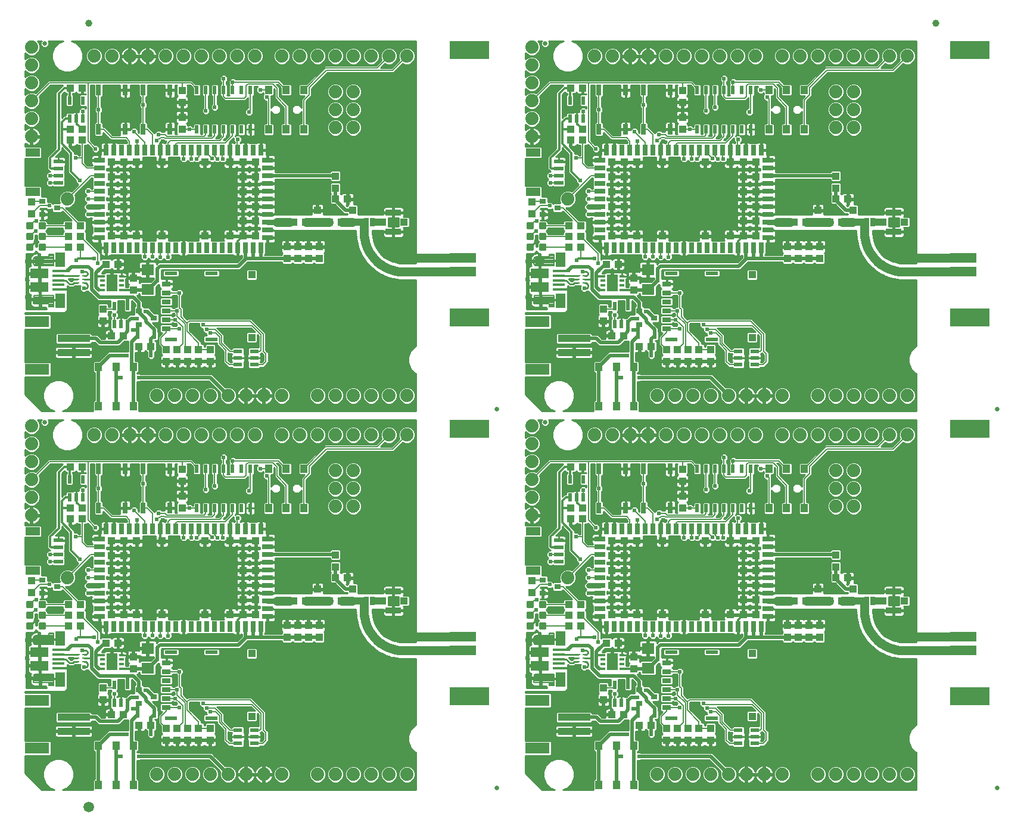
<source format=gtl>
G75*
%MOIN*%
%OFA0B0*%
%FSLAX25Y25*%
%IPPOS*%
%LPD*%
%AMOC8*
5,1,8,0,0,1.08239X$1,22.5*
%
%ADD10R,0.03150X0.05906*%
%ADD11R,0.05906X0.03150*%
%ADD12R,0.04331X0.04331*%
%ADD13R,0.06890X0.01575*%
%ADD14R,0.05748X0.07874*%
%ADD15R,0.09843X0.05610*%
%ADD16C,0.03937*%
%ADD17C,0.04331*%
%ADD18C,0.00800*%
%ADD19R,0.07874X0.04724*%
%ADD20R,0.05315X0.02362*%
%ADD21R,0.18110X0.03937*%
%ADD22R,0.13386X0.06299*%
%ADD23R,0.03000X0.06000*%
%ADD24C,0.07400*%
%ADD25R,0.02165X0.04724*%
%ADD26R,0.04331X0.03937*%
%ADD27R,0.02480X0.03268*%
%ADD28C,0.01181*%
%ADD29R,0.03543X0.03150*%
%ADD30R,0.03937X0.04331*%
%ADD31R,0.02559X0.01181*%
%ADD32R,0.06299X0.09252*%
%ADD33R,0.03937X0.04528*%
%ADD34R,0.05118X0.02559*%
%ADD35R,0.07087X0.01890*%
%ADD36R,0.03937X0.04055*%
%ADD37R,0.08661X0.03346*%
%ADD38R,0.04134X0.03937*%
%ADD39R,0.02362X0.04724*%
%ADD40R,0.07087X0.06299*%
%ADD41R,0.22047X0.10236*%
%ADD42R,0.14567X0.05512*%
%ADD43R,0.02500X0.05000*%
%ADD44R,0.05000X0.02500*%
%ADD45R,0.01000X0.01600*%
%ADD46R,0.02402X0.00984*%
%ADD47R,0.02205X0.00984*%
%ADD48R,0.04724X0.02362*%
%ADD49C,0.02500*%
%ADD50C,0.05906*%
%ADD51C,0.01000*%
%ADD52C,0.01200*%
%ADD53C,0.02381*%
%ADD54C,0.02400*%
%ADD55C,0.00600*%
%ADD56C,0.05000*%
%ADD57C,0.02000*%
%ADD58C,0.03000*%
%ADD59C,0.04000*%
D10*
X0109217Y0121138D03*
X0113547Y0121138D03*
X0117878Y0121138D03*
X0122209Y0121138D03*
X0126539Y0121138D03*
X0130870Y0121138D03*
X0135201Y0121138D03*
X0139531Y0121138D03*
X0143862Y0121138D03*
X0148193Y0121138D03*
X0152524Y0121138D03*
X0156854Y0121138D03*
X0161185Y0121138D03*
X0165516Y0121138D03*
X0169846Y0121138D03*
X0174177Y0121138D03*
X0178508Y0121138D03*
X0182839Y0121138D03*
X0187169Y0121138D03*
X0191500Y0121138D03*
X0195831Y0121138D03*
X0195831Y0175862D03*
X0191500Y0175862D03*
X0187169Y0175862D03*
X0182839Y0175862D03*
X0178508Y0175862D03*
X0174177Y0175862D03*
X0169846Y0175862D03*
X0165516Y0175862D03*
X0161185Y0175862D03*
X0156854Y0175862D03*
X0152524Y0175862D03*
X0148193Y0175862D03*
X0143862Y0175862D03*
X0139531Y0175862D03*
X0135201Y0175862D03*
X0130870Y0175862D03*
X0126539Y0175862D03*
X0122209Y0175862D03*
X0117878Y0175862D03*
X0113547Y0175862D03*
X0109217Y0175862D03*
X0109217Y0333138D03*
X0113547Y0333138D03*
X0117878Y0333138D03*
X0122209Y0333138D03*
X0126539Y0333138D03*
X0130870Y0333138D03*
X0135201Y0333138D03*
X0139531Y0333138D03*
X0143862Y0333138D03*
X0148193Y0333138D03*
X0152524Y0333138D03*
X0156854Y0333138D03*
X0161185Y0333138D03*
X0165516Y0333138D03*
X0169846Y0333138D03*
X0174177Y0333138D03*
X0178508Y0333138D03*
X0182839Y0333138D03*
X0187169Y0333138D03*
X0191500Y0333138D03*
X0195831Y0333138D03*
X0195831Y0387862D03*
X0191500Y0387862D03*
X0187169Y0387862D03*
X0182839Y0387862D03*
X0178508Y0387862D03*
X0174177Y0387862D03*
X0169846Y0387862D03*
X0165516Y0387862D03*
X0161185Y0387862D03*
X0156854Y0387862D03*
X0152524Y0387862D03*
X0148193Y0387862D03*
X0143862Y0387862D03*
X0139531Y0387862D03*
X0135201Y0387862D03*
X0130870Y0387862D03*
X0126539Y0387862D03*
X0122209Y0387862D03*
X0117878Y0387862D03*
X0113547Y0387862D03*
X0109217Y0387862D03*
X0389217Y0387862D03*
X0393547Y0387862D03*
X0397878Y0387862D03*
X0402209Y0387862D03*
X0406539Y0387862D03*
X0410870Y0387862D03*
X0415201Y0387862D03*
X0419531Y0387862D03*
X0423862Y0387862D03*
X0428193Y0387862D03*
X0432524Y0387862D03*
X0436854Y0387862D03*
X0441185Y0387862D03*
X0445516Y0387862D03*
X0449846Y0387862D03*
X0454177Y0387862D03*
X0458508Y0387862D03*
X0462839Y0387862D03*
X0467169Y0387862D03*
X0471500Y0387862D03*
X0475831Y0387862D03*
X0475831Y0333138D03*
X0471500Y0333138D03*
X0467169Y0333138D03*
X0462839Y0333138D03*
X0458508Y0333138D03*
X0454177Y0333138D03*
X0449846Y0333138D03*
X0445516Y0333138D03*
X0441185Y0333138D03*
X0436854Y0333138D03*
X0432524Y0333138D03*
X0428193Y0333138D03*
X0423862Y0333138D03*
X0419531Y0333138D03*
X0415201Y0333138D03*
X0410870Y0333138D03*
X0406539Y0333138D03*
X0402209Y0333138D03*
X0397878Y0333138D03*
X0393547Y0333138D03*
X0389217Y0333138D03*
X0389217Y0175862D03*
X0393547Y0175862D03*
X0397878Y0175862D03*
X0402209Y0175862D03*
X0406539Y0175862D03*
X0410870Y0175862D03*
X0415201Y0175862D03*
X0419531Y0175862D03*
X0423862Y0175862D03*
X0428193Y0175862D03*
X0432524Y0175862D03*
X0436854Y0175862D03*
X0441185Y0175862D03*
X0445516Y0175862D03*
X0449846Y0175862D03*
X0454177Y0175862D03*
X0458508Y0175862D03*
X0462839Y0175862D03*
X0467169Y0175862D03*
X0471500Y0175862D03*
X0475831Y0175862D03*
X0475831Y0121138D03*
X0471500Y0121138D03*
X0467169Y0121138D03*
X0462839Y0121138D03*
X0458508Y0121138D03*
X0454177Y0121138D03*
X0449846Y0121138D03*
X0445516Y0121138D03*
X0441185Y0121138D03*
X0436854Y0121138D03*
X0432524Y0121138D03*
X0428193Y0121138D03*
X0423862Y0121138D03*
X0419531Y0121138D03*
X0415201Y0121138D03*
X0410870Y0121138D03*
X0406539Y0121138D03*
X0402209Y0121138D03*
X0397878Y0121138D03*
X0393547Y0121138D03*
X0389217Y0121138D03*
D11*
X0385476Y0126846D03*
X0385476Y0131177D03*
X0385476Y0135508D03*
X0385476Y0139839D03*
X0385476Y0144169D03*
X0385476Y0148500D03*
X0385476Y0152831D03*
X0385476Y0157161D03*
X0385476Y0161492D03*
X0385476Y0165823D03*
X0385476Y0170154D03*
X0479571Y0170154D03*
X0479571Y0165823D03*
X0479571Y0161492D03*
X0479571Y0157161D03*
X0479571Y0152831D03*
X0479571Y0148500D03*
X0479571Y0144169D03*
X0479571Y0139839D03*
X0479571Y0135508D03*
X0479571Y0131177D03*
X0479571Y0126846D03*
X0199571Y0126846D03*
X0199571Y0131177D03*
X0199571Y0135508D03*
X0199571Y0139839D03*
X0199571Y0144169D03*
X0199571Y0148500D03*
X0199571Y0152831D03*
X0199571Y0157161D03*
X0199571Y0161492D03*
X0199571Y0165823D03*
X0199571Y0170154D03*
X0105476Y0170154D03*
X0105476Y0165823D03*
X0105476Y0161492D03*
X0105476Y0157161D03*
X0105476Y0152831D03*
X0105476Y0148500D03*
X0105476Y0144169D03*
X0105476Y0139839D03*
X0105476Y0135508D03*
X0105476Y0131177D03*
X0105476Y0126846D03*
X0105476Y0338846D03*
X0105476Y0343177D03*
X0105476Y0347508D03*
X0105476Y0351839D03*
X0105476Y0356169D03*
X0105476Y0360500D03*
X0105476Y0364831D03*
X0105476Y0369161D03*
X0105476Y0373492D03*
X0105476Y0377823D03*
X0105476Y0382154D03*
X0199571Y0382154D03*
X0199571Y0377823D03*
X0199571Y0373492D03*
X0199571Y0369161D03*
X0199571Y0364831D03*
X0199571Y0360500D03*
X0199571Y0356169D03*
X0199571Y0351839D03*
X0199571Y0347508D03*
X0199571Y0343177D03*
X0199571Y0338846D03*
X0385476Y0338846D03*
X0385476Y0343177D03*
X0385476Y0347508D03*
X0385476Y0351839D03*
X0385476Y0356169D03*
X0385476Y0360500D03*
X0385476Y0364831D03*
X0385476Y0369161D03*
X0385476Y0373492D03*
X0385476Y0377823D03*
X0385476Y0382154D03*
X0479571Y0382154D03*
X0479571Y0377823D03*
X0479571Y0373492D03*
X0479571Y0369161D03*
X0479571Y0364831D03*
X0479571Y0360500D03*
X0479571Y0356169D03*
X0479571Y0351839D03*
X0479571Y0347508D03*
X0479571Y0343177D03*
X0479571Y0338846D03*
D12*
X0472878Y0339831D03*
X0465791Y0339831D03*
X0458705Y0339831D03*
X0465791Y0348098D03*
X0472878Y0348098D03*
X0472878Y0356366D03*
X0465791Y0356366D03*
X0465791Y0364634D03*
X0472878Y0364634D03*
X0472878Y0372902D03*
X0465791Y0372902D03*
X0465791Y0381169D03*
X0458705Y0381169D03*
X0472878Y0381169D03*
X0444531Y0381169D03*
X0420516Y0381169D03*
X0406343Y0381169D03*
X0399256Y0381169D03*
X0392169Y0381169D03*
X0392169Y0372902D03*
X0399256Y0372902D03*
X0399256Y0364634D03*
X0392169Y0364634D03*
X0392169Y0356366D03*
X0399256Y0356366D03*
X0399256Y0348098D03*
X0392169Y0348098D03*
X0392169Y0339831D03*
X0399256Y0339831D03*
X0406343Y0339831D03*
X0420516Y0339831D03*
X0444531Y0339831D03*
X0444531Y0169169D03*
X0458705Y0169169D03*
X0465791Y0169169D03*
X0472878Y0169169D03*
X0472878Y0160902D03*
X0465791Y0160902D03*
X0465791Y0152634D03*
X0472878Y0152634D03*
X0472878Y0144366D03*
X0465791Y0144366D03*
X0465791Y0136098D03*
X0472878Y0136098D03*
X0472878Y0127831D03*
X0465791Y0127831D03*
X0458705Y0127831D03*
X0444531Y0127831D03*
X0420516Y0127831D03*
X0406343Y0127831D03*
X0399256Y0127831D03*
X0392169Y0127831D03*
X0392169Y0136098D03*
X0399256Y0136098D03*
X0399256Y0144366D03*
X0392169Y0144366D03*
X0392169Y0152634D03*
X0399256Y0152634D03*
X0399256Y0160902D03*
X0392169Y0160902D03*
X0392169Y0169169D03*
X0399256Y0169169D03*
X0406343Y0169169D03*
X0420516Y0169169D03*
X0192878Y0169169D03*
X0185791Y0169169D03*
X0178705Y0169169D03*
X0185791Y0160902D03*
X0192878Y0160902D03*
X0192878Y0152634D03*
X0185791Y0152634D03*
X0185791Y0144366D03*
X0192878Y0144366D03*
X0192878Y0136098D03*
X0185791Y0136098D03*
X0185791Y0127831D03*
X0178705Y0127831D03*
X0192878Y0127831D03*
X0164531Y0127831D03*
X0140516Y0127831D03*
X0126343Y0127831D03*
X0119256Y0127831D03*
X0112169Y0127831D03*
X0112169Y0136098D03*
X0119256Y0136098D03*
X0119256Y0144366D03*
X0112169Y0144366D03*
X0112169Y0152634D03*
X0119256Y0152634D03*
X0119256Y0160902D03*
X0112169Y0160902D03*
X0112169Y0169169D03*
X0119256Y0169169D03*
X0126343Y0169169D03*
X0140516Y0169169D03*
X0164531Y0169169D03*
X0164531Y0339831D03*
X0178705Y0339831D03*
X0185791Y0339831D03*
X0192878Y0339831D03*
X0192878Y0348098D03*
X0185791Y0348098D03*
X0185791Y0356366D03*
X0192878Y0356366D03*
X0192878Y0364634D03*
X0185791Y0364634D03*
X0185791Y0372902D03*
X0192878Y0372902D03*
X0192878Y0381169D03*
X0185791Y0381169D03*
X0178705Y0381169D03*
X0164531Y0381169D03*
X0140516Y0381169D03*
X0126343Y0381169D03*
X0119256Y0381169D03*
X0112169Y0381169D03*
X0112169Y0372902D03*
X0119256Y0372902D03*
X0119256Y0364634D03*
X0112169Y0364634D03*
X0112169Y0356366D03*
X0119256Y0356366D03*
X0119256Y0348098D03*
X0112169Y0348098D03*
X0112169Y0339831D03*
X0119256Y0339831D03*
X0126343Y0339831D03*
X0140516Y0339831D03*
D13*
X0082524Y0320118D03*
X0082524Y0317559D03*
X0082524Y0315000D03*
X0082524Y0312441D03*
X0082524Y0309882D03*
X0362524Y0309882D03*
X0362524Y0312441D03*
X0362524Y0315000D03*
X0362524Y0317559D03*
X0362524Y0320118D03*
X0362524Y0108118D03*
X0362524Y0105559D03*
X0362524Y0103000D03*
X0362524Y0100441D03*
X0362524Y0097882D03*
X0082524Y0097882D03*
X0082524Y0100441D03*
X0082524Y0103000D03*
X0082524Y0105559D03*
X0082524Y0108118D03*
D14*
X0083606Y0114417D03*
X0083606Y0091583D03*
X0363606Y0091583D03*
X0363606Y0114417D03*
X0363606Y0303583D03*
X0363606Y0326417D03*
X0083606Y0326417D03*
X0083606Y0303583D03*
D15*
X0071992Y0311211D03*
X0071992Y0318789D03*
X0351992Y0318789D03*
X0351992Y0311211D03*
X0351992Y0106789D03*
X0351992Y0099211D03*
X0071992Y0099211D03*
X0071992Y0106789D03*
D16*
X0072386Y0092370D03*
X0352386Y0092370D03*
X0352386Y0304370D03*
X0573524Y0458750D03*
X0099524Y0458750D03*
X0072386Y0304370D03*
D17*
X0072560Y0325754D02*
X0070984Y0325754D01*
X0070984Y0325754D01*
X0072560Y0325754D01*
X0072560Y0325754D01*
X0350984Y0325754D02*
X0352560Y0325754D01*
X0350984Y0325754D02*
X0350984Y0325754D01*
X0352560Y0325754D01*
X0352560Y0325754D01*
X0352560Y0113754D02*
X0350984Y0113754D01*
X0350984Y0113754D01*
X0352560Y0113754D01*
X0352560Y0113754D01*
X0072560Y0113754D02*
X0070984Y0113754D01*
X0070984Y0113754D01*
X0072560Y0113754D01*
X0072560Y0113754D01*
D18*
X0069866Y0116189D02*
X0069565Y0116106D01*
X0069290Y0115959D01*
X0069054Y0115753D01*
X0068870Y0115501D01*
X0068747Y0115214D01*
X0068691Y0114907D01*
X0068705Y0114594D01*
X0068705Y0112232D01*
X0068761Y0111965D01*
X0068884Y0111721D01*
X0069066Y0111518D01*
X0069295Y0111368D01*
X0069554Y0111283D01*
X0069827Y0111268D01*
X0079827Y0111248D01*
X0079827Y0117665D01*
X0077307Y0117685D01*
X0077307Y0116209D01*
X0069866Y0116189D01*
X0068897Y0115538D02*
X0079827Y0115538D01*
X0079827Y0116336D02*
X0077307Y0116336D01*
X0077307Y0117135D02*
X0079827Y0117135D01*
X0079827Y0114739D02*
X0068698Y0114739D01*
X0068705Y0113941D02*
X0079827Y0113941D01*
X0079827Y0113142D02*
X0068705Y0113142D01*
X0068705Y0112344D02*
X0079827Y0112344D01*
X0079827Y0111545D02*
X0069041Y0111545D01*
X0069551Y0094587D02*
X0079827Y0094587D01*
X0079827Y0088362D01*
X0077327Y0088362D01*
X0077327Y0089850D01*
X0069118Y0089850D01*
X0068962Y0089888D01*
X0068825Y0089971D01*
X0068720Y0090093D01*
X0068659Y0090241D01*
X0068646Y0090402D01*
X0068744Y0093807D01*
X0068775Y0094012D01*
X0068857Y0094202D01*
X0068986Y0094364D01*
X0069153Y0094487D01*
X0069345Y0094563D01*
X0069551Y0094587D01*
X0068770Y0093978D02*
X0079827Y0093978D01*
X0079827Y0093179D02*
X0068726Y0093179D01*
X0068703Y0092381D02*
X0079827Y0092381D01*
X0079827Y0091582D02*
X0068680Y0091582D01*
X0068657Y0090784D02*
X0079827Y0090784D01*
X0079827Y0089985D02*
X0068813Y0089985D01*
X0077327Y0089187D02*
X0079827Y0089187D01*
X0079827Y0088388D02*
X0077327Y0088388D01*
X0348646Y0090402D02*
X0348744Y0093807D01*
X0348775Y0094012D01*
X0348857Y0094202D01*
X0348986Y0094364D01*
X0349153Y0094487D01*
X0349345Y0094563D01*
X0349551Y0094587D01*
X0359827Y0094587D01*
X0359827Y0088362D01*
X0357327Y0088362D01*
X0357327Y0089850D01*
X0349118Y0089850D01*
X0348962Y0089888D01*
X0348825Y0089971D01*
X0348720Y0090093D01*
X0348659Y0090241D01*
X0348646Y0090402D01*
X0348657Y0090784D02*
X0359827Y0090784D01*
X0359827Y0091582D02*
X0348680Y0091582D01*
X0348703Y0092381D02*
X0359827Y0092381D01*
X0359827Y0093179D02*
X0348726Y0093179D01*
X0348770Y0093978D02*
X0359827Y0093978D01*
X0359827Y0089985D02*
X0348813Y0089985D01*
X0357327Y0089187D02*
X0359827Y0089187D01*
X0359827Y0088388D02*
X0357327Y0088388D01*
X0359827Y0111248D02*
X0349827Y0111268D01*
X0349554Y0111283D01*
X0349295Y0111368D01*
X0349066Y0111518D01*
X0348884Y0111721D01*
X0348761Y0111965D01*
X0348705Y0112232D01*
X0348705Y0114594D01*
X0348691Y0114907D01*
X0348747Y0115214D01*
X0348870Y0115501D01*
X0349054Y0115753D01*
X0349290Y0115959D01*
X0349565Y0116106D01*
X0349866Y0116189D01*
X0357307Y0116209D01*
X0357307Y0117685D01*
X0359827Y0117665D01*
X0359827Y0111248D01*
X0359827Y0111545D02*
X0349041Y0111545D01*
X0348705Y0112344D02*
X0359827Y0112344D01*
X0359827Y0113142D02*
X0348705Y0113142D01*
X0348705Y0113941D02*
X0359827Y0113941D01*
X0359827Y0114739D02*
X0348698Y0114739D01*
X0348897Y0115538D02*
X0359827Y0115538D01*
X0359827Y0116336D02*
X0357307Y0116336D01*
X0357307Y0117135D02*
X0359827Y0117135D01*
X0359827Y0300362D02*
X0359827Y0306587D01*
X0349551Y0306587D01*
X0349345Y0306563D01*
X0349153Y0306487D01*
X0348986Y0306364D01*
X0348857Y0306202D01*
X0348775Y0306012D01*
X0348744Y0305807D01*
X0348646Y0302402D01*
X0348659Y0302241D01*
X0348720Y0302093D01*
X0348825Y0301971D01*
X0348962Y0301888D01*
X0349118Y0301850D01*
X0357327Y0301850D01*
X0357327Y0300362D01*
X0359827Y0300362D01*
X0359827Y0300792D02*
X0357327Y0300792D01*
X0357327Y0301591D02*
X0359827Y0301591D01*
X0359827Y0302389D02*
X0348647Y0302389D01*
X0348668Y0303188D02*
X0359827Y0303188D01*
X0359827Y0303986D02*
X0348691Y0303986D01*
X0348715Y0304785D02*
X0359827Y0304785D01*
X0359827Y0305583D02*
X0348738Y0305583D01*
X0349010Y0306382D02*
X0359827Y0306382D01*
X0359827Y0323248D02*
X0349827Y0323268D01*
X0349554Y0323283D01*
X0349295Y0323368D01*
X0349066Y0323518D01*
X0348884Y0323721D01*
X0348761Y0323965D01*
X0348705Y0324232D01*
X0348705Y0326594D01*
X0348691Y0326907D01*
X0348747Y0327214D01*
X0348870Y0327501D01*
X0349054Y0327753D01*
X0349290Y0327959D01*
X0349565Y0328106D01*
X0349866Y0328189D01*
X0357307Y0328209D01*
X0357307Y0329685D01*
X0359827Y0329665D01*
X0359827Y0323248D01*
X0359827Y0323949D02*
X0348769Y0323949D01*
X0348705Y0324748D02*
X0359827Y0324748D01*
X0359827Y0325546D02*
X0348705Y0325546D01*
X0348705Y0326345D02*
X0359827Y0326345D01*
X0359827Y0327143D02*
X0348734Y0327143D01*
X0349270Y0327942D02*
X0359827Y0327942D01*
X0359827Y0328740D02*
X0357307Y0328740D01*
X0357307Y0329539D02*
X0359827Y0329539D01*
X0079827Y0329539D02*
X0077307Y0329539D01*
X0077307Y0329685D02*
X0077307Y0328209D01*
X0069866Y0328189D01*
X0069565Y0328106D01*
X0069290Y0327959D01*
X0069054Y0327753D01*
X0068870Y0327501D01*
X0068747Y0327214D01*
X0068691Y0326907D01*
X0068705Y0326594D01*
X0068705Y0324232D01*
X0068761Y0323965D01*
X0068884Y0323721D01*
X0069066Y0323518D01*
X0069295Y0323368D01*
X0069554Y0323283D01*
X0069827Y0323268D01*
X0079827Y0323248D01*
X0079827Y0329665D01*
X0077307Y0329685D01*
X0077307Y0328740D02*
X0079827Y0328740D01*
X0079827Y0327942D02*
X0069270Y0327942D01*
X0068734Y0327143D02*
X0079827Y0327143D01*
X0079827Y0326345D02*
X0068705Y0326345D01*
X0068705Y0325546D02*
X0079827Y0325546D01*
X0079827Y0324748D02*
X0068705Y0324748D01*
X0068769Y0323949D02*
X0079827Y0323949D01*
X0079827Y0306587D02*
X0069551Y0306587D01*
X0069345Y0306563D01*
X0069153Y0306487D01*
X0068986Y0306364D01*
X0068857Y0306202D01*
X0068775Y0306012D01*
X0068744Y0305807D01*
X0068646Y0302402D01*
X0068659Y0302241D01*
X0068720Y0302093D01*
X0068825Y0301971D01*
X0068962Y0301888D01*
X0069118Y0301850D01*
X0077327Y0301850D01*
X0077327Y0300362D01*
X0079827Y0300362D01*
X0079827Y0306587D01*
X0079827Y0306382D02*
X0069010Y0306382D01*
X0068738Y0305583D02*
X0079827Y0305583D01*
X0079827Y0304785D02*
X0068715Y0304785D01*
X0068691Y0303986D02*
X0079827Y0303986D01*
X0079827Y0303188D02*
X0068668Y0303188D01*
X0068647Y0302389D02*
X0079827Y0302389D01*
X0079827Y0301591D02*
X0077327Y0301591D01*
X0077327Y0300792D02*
X0079827Y0300792D01*
D19*
X0068055Y0364476D03*
X0068055Y0386524D03*
X0348055Y0386524D03*
X0348055Y0364476D03*
X0348055Y0174524D03*
X0348055Y0152476D03*
X0068055Y0152476D03*
X0068055Y0174524D03*
D20*
X0082524Y0169406D03*
X0082524Y0165469D03*
X0082524Y0161531D03*
X0082524Y0157594D03*
X0362524Y0157594D03*
X0362524Y0161531D03*
X0362524Y0165469D03*
X0362524Y0169406D03*
X0362524Y0369594D03*
X0362524Y0373531D03*
X0362524Y0377469D03*
X0362524Y0381406D03*
X0082524Y0381406D03*
X0082524Y0377469D03*
X0082524Y0373531D03*
X0082524Y0369594D03*
D21*
X0091091Y0282437D03*
X0091091Y0274563D03*
X0371091Y0274563D03*
X0371091Y0282437D03*
X0371091Y0070437D03*
X0371091Y0062563D03*
X0091091Y0062563D03*
X0091091Y0070437D03*
D22*
X0070618Y0079886D03*
X0070618Y0053114D03*
X0350618Y0053114D03*
X0350618Y0079886D03*
X0350618Y0265114D03*
X0350618Y0291886D03*
X0070618Y0291886D03*
X0070618Y0265114D03*
D23*
X0105024Y0209500D03*
X0120024Y0209500D03*
X0130024Y0209500D03*
X0145024Y0209500D03*
X0145024Y0187500D03*
X0130024Y0187500D03*
X0120024Y0187500D03*
X0105024Y0187500D03*
X0385024Y0187500D03*
X0400024Y0187500D03*
X0410024Y0187500D03*
X0425024Y0187500D03*
X0425024Y0209500D03*
X0410024Y0209500D03*
X0400024Y0209500D03*
X0385024Y0209500D03*
X0385024Y0399500D03*
X0400024Y0399500D03*
X0410024Y0399500D03*
X0425024Y0399500D03*
X0425024Y0421500D03*
X0410024Y0421500D03*
X0400024Y0421500D03*
X0385024Y0421500D03*
X0145024Y0421500D03*
X0130024Y0421500D03*
X0120024Y0421500D03*
X0105024Y0421500D03*
X0105024Y0399500D03*
X0120024Y0399500D03*
X0130024Y0399500D03*
X0145024Y0399500D03*
D24*
X0142524Y0440500D03*
X0132524Y0440500D03*
X0122524Y0440500D03*
X0112524Y0440500D03*
X0102524Y0440500D03*
X0067524Y0435500D03*
X0067524Y0425500D03*
X0067524Y0415500D03*
X0067524Y0405500D03*
X0067524Y0395500D03*
X0087524Y0360500D03*
X0152524Y0440500D03*
X0162524Y0440500D03*
X0172524Y0440500D03*
X0182524Y0440500D03*
X0192524Y0440500D03*
X0207524Y0440500D03*
X0217524Y0440500D03*
X0227524Y0440500D03*
X0237524Y0440500D03*
X0247524Y0440500D03*
X0257524Y0440500D03*
X0267524Y0440500D03*
X0277524Y0440500D03*
X0247524Y0420500D03*
X0247524Y0410500D03*
X0247524Y0400500D03*
X0237524Y0400500D03*
X0237524Y0410500D03*
X0237524Y0420500D03*
X0347524Y0415500D03*
X0347524Y0405500D03*
X0347524Y0395500D03*
X0347524Y0425500D03*
X0347524Y0435500D03*
X0347524Y0445500D03*
X0382524Y0440500D03*
X0392524Y0440500D03*
X0402524Y0440500D03*
X0412524Y0440500D03*
X0422524Y0440500D03*
X0432524Y0440500D03*
X0442524Y0440500D03*
X0452524Y0440500D03*
X0462524Y0440500D03*
X0472524Y0440500D03*
X0487524Y0440500D03*
X0497524Y0440500D03*
X0507524Y0440500D03*
X0517524Y0440500D03*
X0527524Y0440500D03*
X0537524Y0440500D03*
X0547524Y0440500D03*
X0557524Y0440500D03*
X0527524Y0420500D03*
X0517524Y0420500D03*
X0517524Y0410500D03*
X0527524Y0410500D03*
X0527524Y0400500D03*
X0517524Y0400500D03*
X0367524Y0360500D03*
X0417524Y0250500D03*
X0427524Y0250500D03*
X0437524Y0250500D03*
X0447524Y0250500D03*
X0457524Y0250500D03*
X0467524Y0250500D03*
X0477524Y0250500D03*
X0487524Y0250500D03*
X0507524Y0250500D03*
X0517524Y0250500D03*
X0527524Y0250500D03*
X0537524Y0250500D03*
X0547524Y0250500D03*
X0557524Y0250500D03*
X0557524Y0228500D03*
X0547524Y0228500D03*
X0537524Y0228500D03*
X0527524Y0228500D03*
X0517524Y0228500D03*
X0507524Y0228500D03*
X0497524Y0228500D03*
X0487524Y0228500D03*
X0472524Y0228500D03*
X0462524Y0228500D03*
X0452524Y0228500D03*
X0442524Y0228500D03*
X0432524Y0228500D03*
X0422524Y0228500D03*
X0412524Y0228500D03*
X0402524Y0228500D03*
X0392524Y0228500D03*
X0382524Y0228500D03*
X0347524Y0223500D03*
X0347524Y0213500D03*
X0347524Y0203500D03*
X0347524Y0193500D03*
X0347524Y0183500D03*
X0367524Y0148500D03*
X0277524Y0228500D03*
X0267524Y0228500D03*
X0257524Y0228500D03*
X0247524Y0228500D03*
X0237524Y0228500D03*
X0227524Y0228500D03*
X0217524Y0228500D03*
X0207524Y0228500D03*
X0192524Y0228500D03*
X0182524Y0228500D03*
X0172524Y0228500D03*
X0162524Y0228500D03*
X0152524Y0228500D03*
X0142524Y0228500D03*
X0132524Y0228500D03*
X0122524Y0228500D03*
X0112524Y0228500D03*
X0102524Y0228500D03*
X0067524Y0223500D03*
X0067524Y0213500D03*
X0067524Y0203500D03*
X0067524Y0193500D03*
X0067524Y0183500D03*
X0087524Y0148500D03*
X0067524Y0233500D03*
X0137524Y0250500D03*
X0147524Y0250500D03*
X0157524Y0250500D03*
X0167524Y0250500D03*
X0177524Y0250500D03*
X0187524Y0250500D03*
X0197524Y0250500D03*
X0207524Y0250500D03*
X0227524Y0250500D03*
X0237524Y0250500D03*
X0247524Y0250500D03*
X0257524Y0250500D03*
X0267524Y0250500D03*
X0277524Y0250500D03*
X0247524Y0208500D03*
X0247524Y0198500D03*
X0247524Y0188500D03*
X0237524Y0188500D03*
X0237524Y0198500D03*
X0237524Y0208500D03*
X0347524Y0233500D03*
X0517524Y0208500D03*
X0527524Y0208500D03*
X0527524Y0198500D03*
X0517524Y0198500D03*
X0517524Y0188500D03*
X0527524Y0188500D03*
X0527524Y0038500D03*
X0517524Y0038500D03*
X0507524Y0038500D03*
X0487524Y0038500D03*
X0477524Y0038500D03*
X0467524Y0038500D03*
X0457524Y0038500D03*
X0447524Y0038500D03*
X0437524Y0038500D03*
X0427524Y0038500D03*
X0417524Y0038500D03*
X0537524Y0038500D03*
X0547524Y0038500D03*
X0557524Y0038500D03*
X0277524Y0038500D03*
X0267524Y0038500D03*
X0257524Y0038500D03*
X0247524Y0038500D03*
X0237524Y0038500D03*
X0227524Y0038500D03*
X0207524Y0038500D03*
X0197524Y0038500D03*
X0187524Y0038500D03*
X0177524Y0038500D03*
X0167524Y0038500D03*
X0157524Y0038500D03*
X0147524Y0038500D03*
X0137524Y0038500D03*
X0067524Y0445500D03*
D25*
X0088783Y0415619D03*
X0096264Y0415619D03*
X0096264Y0405381D03*
X0092524Y0405381D03*
X0088783Y0405381D03*
X0113783Y0300619D03*
X0121264Y0300619D03*
X0121264Y0290381D03*
X0117524Y0290381D03*
X0113783Y0290381D03*
X0096264Y0203619D03*
X0088783Y0203619D03*
X0088783Y0193381D03*
X0092524Y0193381D03*
X0096264Y0193381D03*
X0113783Y0088619D03*
X0121264Y0088619D03*
X0121264Y0078381D03*
X0117524Y0078381D03*
X0113783Y0078381D03*
X0368783Y0193381D03*
X0372524Y0193381D03*
X0376264Y0193381D03*
X0376264Y0203619D03*
X0368783Y0203619D03*
X0393783Y0290381D03*
X0397524Y0290381D03*
X0401264Y0290381D03*
X0401264Y0300619D03*
X0393783Y0300619D03*
X0376264Y0405381D03*
X0372524Y0405381D03*
X0368783Y0405381D03*
X0368783Y0415619D03*
X0376264Y0415619D03*
X0393783Y0088619D03*
X0401264Y0088619D03*
X0401264Y0078381D03*
X0397524Y0078381D03*
X0393783Y0078381D03*
D26*
X0392177Y0072000D03*
X0398870Y0072000D03*
X0407677Y0066000D03*
X0414370Y0066000D03*
X0395870Y0112000D03*
X0389177Y0112000D03*
X0374870Y0121500D03*
X0374870Y0127500D03*
X0374870Y0133500D03*
X0368177Y0133500D03*
X0368177Y0127500D03*
X0368177Y0121500D03*
X0369177Y0181500D03*
X0375870Y0181500D03*
X0375870Y0187500D03*
X0369177Y0187500D03*
X0369177Y0210600D03*
X0375870Y0210600D03*
X0407677Y0278000D03*
X0414370Y0278000D03*
X0398870Y0284000D03*
X0392177Y0284000D03*
X0389177Y0324000D03*
X0395870Y0324000D03*
X0374870Y0333500D03*
X0374870Y0339500D03*
X0368177Y0339500D03*
X0368177Y0333500D03*
X0368177Y0345500D03*
X0374870Y0345500D03*
X0375870Y0393500D03*
X0375870Y0399500D03*
X0369177Y0399500D03*
X0369177Y0393500D03*
X0369177Y0422600D03*
X0375870Y0422600D03*
X0494177Y0347508D03*
X0500870Y0347508D03*
X0514177Y0347508D03*
X0520870Y0347508D03*
X0517677Y0360500D03*
X0524370Y0360500D03*
X0244370Y0360500D03*
X0237677Y0360500D03*
X0240870Y0347508D03*
X0234177Y0347508D03*
X0220870Y0347508D03*
X0214177Y0347508D03*
X0115870Y0324000D03*
X0109177Y0324000D03*
X0094870Y0333500D03*
X0094870Y0339500D03*
X0088177Y0339500D03*
X0088177Y0333500D03*
X0088177Y0345500D03*
X0094870Y0345500D03*
X0095870Y0393500D03*
X0095870Y0399500D03*
X0089177Y0399500D03*
X0089177Y0393500D03*
X0089177Y0422600D03*
X0095870Y0422600D03*
X0112177Y0284000D03*
X0118870Y0284000D03*
X0127677Y0278000D03*
X0134370Y0278000D03*
X0095870Y0210600D03*
X0089177Y0210600D03*
X0089177Y0187500D03*
X0095870Y0187500D03*
X0095870Y0181500D03*
X0089177Y0181500D03*
X0088177Y0133500D03*
X0088177Y0127500D03*
X0088177Y0121500D03*
X0094870Y0121500D03*
X0094870Y0127500D03*
X0094870Y0133500D03*
X0109177Y0112000D03*
X0115870Y0112000D03*
X0118870Y0072000D03*
X0112177Y0072000D03*
X0127677Y0066000D03*
X0134370Y0066000D03*
X0214177Y0135508D03*
X0220870Y0135508D03*
X0234177Y0135508D03*
X0240870Y0135508D03*
X0237677Y0148500D03*
X0244370Y0148500D03*
X0494177Y0135508D03*
X0500870Y0135508D03*
X0514177Y0135508D03*
X0520870Y0135508D03*
X0517677Y0148500D03*
X0524370Y0148500D03*
D27*
X0416051Y0072000D03*
X0406996Y0072000D03*
X0136051Y0072000D03*
X0126996Y0072000D03*
X0126996Y0284000D03*
X0136051Y0284000D03*
X0406996Y0284000D03*
X0416051Y0284000D03*
D28*
X0354854Y0332122D02*
X0354854Y0334878D01*
X0354854Y0332122D02*
X0352098Y0332122D01*
X0352098Y0334878D01*
X0354854Y0334878D01*
X0354854Y0333244D02*
X0352098Y0333244D01*
X0352098Y0334366D02*
X0354854Y0334366D01*
X0352098Y0338122D02*
X0352098Y0340878D01*
X0354854Y0340878D01*
X0354854Y0338122D01*
X0352098Y0338122D01*
X0352098Y0339244D02*
X0354854Y0339244D01*
X0354854Y0340366D02*
X0352098Y0340366D01*
X0352098Y0344122D02*
X0352098Y0346878D01*
X0354854Y0346878D01*
X0354854Y0344122D01*
X0352098Y0344122D01*
X0352098Y0345244D02*
X0354854Y0345244D01*
X0354854Y0346366D02*
X0352098Y0346366D01*
X0345193Y0346878D02*
X0345193Y0344122D01*
X0345193Y0346878D02*
X0347949Y0346878D01*
X0347949Y0344122D01*
X0345193Y0344122D01*
X0345193Y0345244D02*
X0347949Y0345244D01*
X0347949Y0346366D02*
X0345193Y0346366D01*
X0345193Y0340878D02*
X0345193Y0338122D01*
X0345193Y0340878D02*
X0347949Y0340878D01*
X0347949Y0338122D01*
X0345193Y0338122D01*
X0345193Y0339244D02*
X0347949Y0339244D01*
X0347949Y0340366D02*
X0345193Y0340366D01*
X0347949Y0334878D02*
X0347949Y0332122D01*
X0345193Y0332122D01*
X0345193Y0334878D01*
X0347949Y0334878D01*
X0347949Y0333244D02*
X0345193Y0333244D01*
X0345193Y0334366D02*
X0347949Y0334366D01*
X0074854Y0334878D02*
X0074854Y0332122D01*
X0072098Y0332122D01*
X0072098Y0334878D01*
X0074854Y0334878D01*
X0074854Y0333244D02*
X0072098Y0333244D01*
X0072098Y0334366D02*
X0074854Y0334366D01*
X0072098Y0338122D02*
X0072098Y0340878D01*
X0074854Y0340878D01*
X0074854Y0338122D01*
X0072098Y0338122D01*
X0072098Y0339244D02*
X0074854Y0339244D01*
X0074854Y0340366D02*
X0072098Y0340366D01*
X0072098Y0344122D02*
X0072098Y0346878D01*
X0074854Y0346878D01*
X0074854Y0344122D01*
X0072098Y0344122D01*
X0072098Y0345244D02*
X0074854Y0345244D01*
X0074854Y0346366D02*
X0072098Y0346366D01*
X0065193Y0346878D02*
X0065193Y0344122D01*
X0065193Y0346878D02*
X0067949Y0346878D01*
X0067949Y0344122D01*
X0065193Y0344122D01*
X0065193Y0345244D02*
X0067949Y0345244D01*
X0067949Y0346366D02*
X0065193Y0346366D01*
X0065193Y0340878D02*
X0065193Y0338122D01*
X0065193Y0340878D02*
X0067949Y0340878D01*
X0067949Y0338122D01*
X0065193Y0338122D01*
X0065193Y0339244D02*
X0067949Y0339244D01*
X0067949Y0340366D02*
X0065193Y0340366D01*
X0067949Y0334878D02*
X0067949Y0332122D01*
X0065193Y0332122D01*
X0065193Y0334878D01*
X0067949Y0334878D01*
X0067949Y0333244D02*
X0065193Y0333244D01*
X0065193Y0334366D02*
X0067949Y0334366D01*
X0065193Y0134878D02*
X0065193Y0132122D01*
X0065193Y0134878D02*
X0067949Y0134878D01*
X0067949Y0132122D01*
X0065193Y0132122D01*
X0065193Y0133244D02*
X0067949Y0133244D01*
X0067949Y0134366D02*
X0065193Y0134366D01*
X0072098Y0134878D02*
X0072098Y0132122D01*
X0072098Y0134878D02*
X0074854Y0134878D01*
X0074854Y0132122D01*
X0072098Y0132122D01*
X0072098Y0133244D02*
X0074854Y0133244D01*
X0074854Y0134366D02*
X0072098Y0134366D01*
X0072098Y0128878D02*
X0072098Y0126122D01*
X0072098Y0128878D02*
X0074854Y0128878D01*
X0074854Y0126122D01*
X0072098Y0126122D01*
X0072098Y0127244D02*
X0074854Y0127244D01*
X0074854Y0128366D02*
X0072098Y0128366D01*
X0065193Y0128878D02*
X0065193Y0126122D01*
X0065193Y0128878D02*
X0067949Y0128878D01*
X0067949Y0126122D01*
X0065193Y0126122D01*
X0065193Y0127244D02*
X0067949Y0127244D01*
X0067949Y0128366D02*
X0065193Y0128366D01*
X0067949Y0122878D02*
X0067949Y0120122D01*
X0065193Y0120122D01*
X0065193Y0122878D01*
X0067949Y0122878D01*
X0067949Y0121244D02*
X0065193Y0121244D01*
X0065193Y0122366D02*
X0067949Y0122366D01*
X0074854Y0122878D02*
X0074854Y0120122D01*
X0072098Y0120122D01*
X0072098Y0122878D01*
X0074854Y0122878D01*
X0074854Y0121244D02*
X0072098Y0121244D01*
X0072098Y0122366D02*
X0074854Y0122366D01*
X0347949Y0122878D02*
X0347949Y0120122D01*
X0345193Y0120122D01*
X0345193Y0122878D01*
X0347949Y0122878D01*
X0347949Y0121244D02*
X0345193Y0121244D01*
X0345193Y0122366D02*
X0347949Y0122366D01*
X0345193Y0126122D02*
X0345193Y0128878D01*
X0347949Y0128878D01*
X0347949Y0126122D01*
X0345193Y0126122D01*
X0345193Y0127244D02*
X0347949Y0127244D01*
X0347949Y0128366D02*
X0345193Y0128366D01*
X0345193Y0132122D02*
X0345193Y0134878D01*
X0347949Y0134878D01*
X0347949Y0132122D01*
X0345193Y0132122D01*
X0345193Y0133244D02*
X0347949Y0133244D01*
X0347949Y0134366D02*
X0345193Y0134366D01*
X0352098Y0134878D02*
X0352098Y0132122D01*
X0352098Y0134878D02*
X0354854Y0134878D01*
X0354854Y0132122D01*
X0352098Y0132122D01*
X0352098Y0133244D02*
X0354854Y0133244D01*
X0354854Y0134366D02*
X0352098Y0134366D01*
X0352098Y0128878D02*
X0352098Y0126122D01*
X0352098Y0128878D02*
X0354854Y0128878D01*
X0354854Y0126122D01*
X0352098Y0126122D01*
X0352098Y0127244D02*
X0354854Y0127244D01*
X0354854Y0128366D02*
X0352098Y0128366D01*
X0354854Y0122878D02*
X0354854Y0120122D01*
X0352098Y0120122D01*
X0352098Y0122878D01*
X0354854Y0122878D01*
X0354854Y0121244D02*
X0352098Y0121244D01*
X0352098Y0122366D02*
X0354854Y0122366D01*
D29*
X0353587Y0139760D03*
X0353587Y0147240D03*
X0361854Y0143500D03*
X0407587Y0085740D03*
X0407587Y0078260D03*
X0415854Y0082000D03*
X0135854Y0082000D03*
X0127587Y0078260D03*
X0127587Y0085740D03*
X0081854Y0143500D03*
X0073587Y0147240D03*
X0073587Y0139760D03*
X0127587Y0290260D03*
X0135854Y0294000D03*
X0127587Y0297740D03*
X0073587Y0351760D03*
X0073587Y0359240D03*
X0081854Y0355500D03*
X0353587Y0351760D03*
X0353587Y0359240D03*
X0361854Y0355500D03*
X0407587Y0297740D03*
X0415854Y0294000D03*
X0407587Y0290260D03*
D30*
X0387524Y0292154D03*
X0387524Y0298846D03*
X0404524Y0309654D03*
X0404524Y0316346D03*
X0347524Y0352154D03*
X0347524Y0358846D03*
X0431756Y0399654D03*
X0431756Y0406346D03*
X0431756Y0414654D03*
X0431756Y0421346D03*
X0517524Y0373346D03*
X0517524Y0366654D03*
X0527177Y0354346D03*
X0527177Y0347654D03*
X0507524Y0347492D03*
X0507524Y0354185D03*
X0508524Y0333846D03*
X0502524Y0333846D03*
X0496524Y0333846D03*
X0490524Y0333846D03*
X0490524Y0327154D03*
X0496524Y0327154D03*
X0502524Y0327154D03*
X0508524Y0327154D03*
X0447524Y0276346D03*
X0441024Y0276346D03*
X0435024Y0276346D03*
X0429024Y0276346D03*
X0423024Y0276346D03*
X0423024Y0269654D03*
X0429024Y0269654D03*
X0435024Y0269654D03*
X0441024Y0269654D03*
X0447524Y0269654D03*
X0431756Y0209346D03*
X0431756Y0202654D03*
X0431756Y0194346D03*
X0431756Y0187654D03*
X0507524Y0142185D03*
X0507524Y0135492D03*
X0527177Y0135654D03*
X0527177Y0142346D03*
X0517524Y0154654D03*
X0517524Y0161346D03*
X0508524Y0121846D03*
X0502524Y0121846D03*
X0496524Y0121846D03*
X0490524Y0121846D03*
X0490524Y0115154D03*
X0496524Y0115154D03*
X0502524Y0115154D03*
X0508524Y0115154D03*
X0447524Y0064346D03*
X0441024Y0064346D03*
X0435024Y0064346D03*
X0429024Y0064346D03*
X0423024Y0064346D03*
X0423024Y0057654D03*
X0429024Y0057654D03*
X0435024Y0057654D03*
X0441024Y0057654D03*
X0447524Y0057654D03*
X0404524Y0097654D03*
X0404524Y0104346D03*
X0387524Y0086846D03*
X0387524Y0080154D03*
X0347524Y0140154D03*
X0347524Y0146846D03*
X0247177Y0142346D03*
X0247177Y0135654D03*
X0227524Y0135492D03*
X0227524Y0142185D03*
X0237524Y0154654D03*
X0237524Y0161346D03*
X0228524Y0121846D03*
X0222524Y0121846D03*
X0216524Y0121846D03*
X0210524Y0121846D03*
X0210524Y0115154D03*
X0216524Y0115154D03*
X0222524Y0115154D03*
X0228524Y0115154D03*
X0167524Y0064346D03*
X0161024Y0064346D03*
X0155024Y0064346D03*
X0149024Y0064346D03*
X0143024Y0064346D03*
X0143024Y0057654D03*
X0149024Y0057654D03*
X0155024Y0057654D03*
X0161024Y0057654D03*
X0167524Y0057654D03*
X0124524Y0097654D03*
X0124524Y0104346D03*
X0107524Y0086846D03*
X0107524Y0080154D03*
X0067524Y0140154D03*
X0067524Y0146846D03*
X0151756Y0187654D03*
X0151756Y0194346D03*
X0151756Y0202654D03*
X0151756Y0209346D03*
X0149024Y0269654D03*
X0155024Y0269654D03*
X0161024Y0269654D03*
X0167524Y0269654D03*
X0167524Y0276346D03*
X0161024Y0276346D03*
X0155024Y0276346D03*
X0149024Y0276346D03*
X0143024Y0276346D03*
X0143024Y0269654D03*
X0107524Y0292154D03*
X0107524Y0298846D03*
X0124524Y0309654D03*
X0124524Y0316346D03*
X0067524Y0352154D03*
X0067524Y0358846D03*
X0151756Y0399654D03*
X0151756Y0406346D03*
X0151756Y0414654D03*
X0151756Y0421346D03*
X0237524Y0373346D03*
X0237524Y0366654D03*
X0247177Y0354346D03*
X0247177Y0347654D03*
X0227524Y0347492D03*
X0227524Y0354185D03*
X0228524Y0333846D03*
X0222524Y0333846D03*
X0216524Y0333846D03*
X0210524Y0333846D03*
X0210524Y0327154D03*
X0216524Y0327154D03*
X0222524Y0327154D03*
X0228524Y0327154D03*
D31*
X0117937Y0317339D03*
X0117937Y0314780D03*
X0117937Y0312220D03*
X0117937Y0309661D03*
X0107110Y0309661D03*
X0107110Y0312220D03*
X0107110Y0314780D03*
X0107110Y0317339D03*
X0387110Y0317339D03*
X0387110Y0314780D03*
X0387110Y0312220D03*
X0387110Y0309661D03*
X0397937Y0309661D03*
X0397937Y0312220D03*
X0397937Y0314780D03*
X0397937Y0317339D03*
X0397937Y0105339D03*
X0397937Y0102780D03*
X0397937Y0100220D03*
X0397937Y0097661D03*
X0387110Y0097661D03*
X0387110Y0100220D03*
X0387110Y0102780D03*
X0387110Y0105339D03*
X0117937Y0105339D03*
X0117937Y0102780D03*
X0117937Y0100220D03*
X0117937Y0097661D03*
X0107110Y0097661D03*
X0107110Y0100220D03*
X0107110Y0102780D03*
X0107110Y0105339D03*
D32*
X0112524Y0101500D03*
X0392524Y0101500D03*
X0392524Y0313500D03*
X0112524Y0313500D03*
D33*
X0114724Y0266622D03*
X0104881Y0266622D03*
X0124566Y0266622D03*
X0124566Y0244378D03*
X0114724Y0244378D03*
X0104881Y0244378D03*
X0200181Y0209622D03*
X0210024Y0209622D03*
X0219866Y0209622D03*
X0219866Y0187378D03*
X0210024Y0187378D03*
X0200181Y0187378D03*
X0384881Y0244378D03*
X0394724Y0244378D03*
X0404566Y0244378D03*
X0404566Y0266622D03*
X0394724Y0266622D03*
X0384881Y0266622D03*
X0480181Y0209622D03*
X0490024Y0209622D03*
X0499866Y0209622D03*
X0499866Y0187378D03*
X0490024Y0187378D03*
X0480181Y0187378D03*
X0404566Y0054622D03*
X0394724Y0054622D03*
X0384881Y0054622D03*
X0384881Y0032378D03*
X0394724Y0032378D03*
X0404566Y0032378D03*
X0124566Y0032378D03*
X0114724Y0032378D03*
X0104881Y0032378D03*
X0104881Y0054622D03*
X0114724Y0054622D03*
X0124566Y0054622D03*
X0200181Y0399378D03*
X0210024Y0399378D03*
X0219866Y0399378D03*
X0219866Y0421622D03*
X0210024Y0421622D03*
X0200181Y0421622D03*
X0480181Y0421622D03*
X0490024Y0421622D03*
X0499866Y0421622D03*
X0499866Y0399378D03*
X0490024Y0399378D03*
X0480181Y0399378D03*
D34*
X0422917Y0313000D03*
X0422917Y0308000D03*
X0422917Y0303000D03*
X0422917Y0298000D03*
X0422917Y0293000D03*
X0422917Y0288000D03*
X0422917Y0101000D03*
X0422917Y0096000D03*
X0422917Y0091000D03*
X0422917Y0086000D03*
X0422917Y0081000D03*
X0422917Y0076000D03*
X0142917Y0076000D03*
X0142917Y0081000D03*
X0142917Y0086000D03*
X0142917Y0091000D03*
X0142917Y0096000D03*
X0142917Y0101000D03*
X0142917Y0288000D03*
X0142917Y0293000D03*
X0142917Y0298000D03*
X0142917Y0303000D03*
X0142917Y0308000D03*
X0142917Y0313000D03*
D35*
X0145555Y0318846D03*
X0168193Y0318846D03*
X0168193Y0282035D03*
X0145555Y0282035D03*
X0145555Y0106846D03*
X0168193Y0106846D03*
X0168193Y0070035D03*
X0145555Y0070035D03*
X0425555Y0070035D03*
X0448193Y0070035D03*
X0448193Y0106846D03*
X0425555Y0106846D03*
X0425555Y0282035D03*
X0448193Y0282035D03*
X0448193Y0318846D03*
X0425555Y0318846D03*
D36*
X0470713Y0318079D03*
X0470713Y0282921D03*
X0470713Y0106079D03*
X0470713Y0070921D03*
X0190713Y0070921D03*
X0190713Y0106079D03*
X0190713Y0282921D03*
X0190713Y0318079D03*
D37*
X0270024Y0342094D03*
X0270024Y0352921D03*
X0550024Y0352921D03*
X0550024Y0342094D03*
X0550024Y0140921D03*
X0550024Y0130094D03*
X0270024Y0130094D03*
X0270024Y0140921D03*
D38*
X0276028Y0135508D03*
X0264020Y0135508D03*
X0544020Y0135508D03*
X0556028Y0135508D03*
X0556028Y0347508D03*
X0544020Y0347508D03*
X0276028Y0347508D03*
X0264020Y0347508D03*
D39*
X0190024Y0399476D03*
X0185024Y0399476D03*
X0180024Y0399476D03*
X0175024Y0399476D03*
X0170024Y0399476D03*
X0165024Y0399476D03*
X0160024Y0399476D03*
X0160024Y0421524D03*
X0165024Y0421524D03*
X0170024Y0421524D03*
X0175024Y0421524D03*
X0180024Y0421524D03*
X0185024Y0421524D03*
X0190024Y0421524D03*
X0440024Y0421524D03*
X0445024Y0421524D03*
X0450024Y0421524D03*
X0455024Y0421524D03*
X0460024Y0421524D03*
X0465024Y0421524D03*
X0470024Y0421524D03*
X0470024Y0399476D03*
X0465024Y0399476D03*
X0460024Y0399476D03*
X0455024Y0399476D03*
X0450024Y0399476D03*
X0445024Y0399476D03*
X0440024Y0399476D03*
X0440024Y0209524D03*
X0445024Y0209524D03*
X0450024Y0209524D03*
X0455024Y0209524D03*
X0460024Y0209524D03*
X0465024Y0209524D03*
X0470024Y0209524D03*
X0470024Y0187476D03*
X0465024Y0187476D03*
X0460024Y0187476D03*
X0455024Y0187476D03*
X0450024Y0187476D03*
X0445024Y0187476D03*
X0440024Y0187476D03*
X0190024Y0187476D03*
X0185024Y0187476D03*
X0180024Y0187476D03*
X0175024Y0187476D03*
X0170024Y0187476D03*
X0165024Y0187476D03*
X0160024Y0187476D03*
X0160024Y0209524D03*
X0165024Y0209524D03*
X0170024Y0209524D03*
X0175024Y0209524D03*
X0180024Y0209524D03*
X0185024Y0209524D03*
X0190024Y0209524D03*
D40*
X0132524Y0309988D03*
X0132524Y0321012D03*
X0412524Y0321012D03*
X0412524Y0309988D03*
X0412524Y0109012D03*
X0412524Y0097988D03*
X0132524Y0097988D03*
X0132524Y0109012D03*
D41*
X0312524Y0082197D03*
X0312524Y0231803D03*
X0312524Y0294197D03*
X0312524Y0443803D03*
X0592524Y0443803D03*
X0592524Y0294197D03*
X0592524Y0231803D03*
X0592524Y0082197D03*
D42*
X0588783Y0107787D03*
X0588783Y0115661D03*
X0308783Y0115661D03*
X0308783Y0107787D03*
X0308783Y0319787D03*
X0308783Y0327661D03*
X0588783Y0327661D03*
X0588783Y0319787D03*
D43*
X0538124Y0347492D03*
X0534924Y0347492D03*
X0258124Y0347492D03*
X0254924Y0347492D03*
X0254924Y0135492D03*
X0258124Y0135492D03*
X0534924Y0135492D03*
X0538124Y0135492D03*
D44*
X0533524Y0134000D03*
X0533524Y0130000D03*
X0253524Y0130000D03*
X0253524Y0134000D03*
X0253524Y0342000D03*
X0253524Y0346000D03*
X0533524Y0346000D03*
X0533524Y0342000D03*
D45*
X0533524Y0344000D03*
X0253524Y0344000D03*
X0253524Y0132000D03*
X0533524Y0132000D03*
D46*
X0373429Y0105469D03*
X0093429Y0105469D03*
X0093429Y0317469D03*
X0373429Y0317469D03*
D47*
X0373331Y0315500D03*
X0373331Y0313531D03*
X0376717Y0313531D03*
X0376717Y0315500D03*
X0376717Y0317469D03*
X0096717Y0317469D03*
X0096717Y0315500D03*
X0096717Y0313531D03*
X0093331Y0313531D03*
X0093331Y0315500D03*
X0096717Y0105469D03*
X0096717Y0103500D03*
X0096717Y0101531D03*
X0093331Y0101531D03*
X0093331Y0103500D03*
X0373331Y0103500D03*
X0373331Y0101531D03*
X0376717Y0101531D03*
X0376717Y0103500D03*
X0376717Y0105469D03*
D48*
X0462996Y0063240D03*
X0462996Y0059500D03*
X0462996Y0055760D03*
X0472051Y0055760D03*
X0472051Y0059500D03*
X0472051Y0063240D03*
X0192051Y0063240D03*
X0192051Y0059500D03*
X0192051Y0055760D03*
X0182996Y0055760D03*
X0182996Y0059500D03*
X0182996Y0063240D03*
X0182996Y0267760D03*
X0182996Y0271500D03*
X0182996Y0275240D03*
X0192051Y0275240D03*
X0192051Y0271500D03*
X0192051Y0267760D03*
X0462996Y0267760D03*
X0462996Y0271500D03*
X0462996Y0275240D03*
X0472051Y0275240D03*
X0472051Y0271500D03*
X0472051Y0267760D03*
D49*
X0355024Y0235500D03*
X0328024Y0243000D03*
X0075024Y0235500D03*
X0328024Y0031000D03*
X0608024Y0031000D03*
X0608024Y0243000D03*
X0355024Y0447500D03*
X0075024Y0447500D03*
D50*
X0099524Y0020250D03*
D51*
X0064024Y0039121D02*
X0064024Y0048865D01*
X0077767Y0048865D01*
X0078411Y0049509D01*
X0078411Y0056719D01*
X0077767Y0057364D01*
X0064024Y0057364D01*
X0064024Y0075636D01*
X0077767Y0075636D01*
X0078411Y0076281D01*
X0078411Y0083491D01*
X0077767Y0084135D01*
X0064024Y0084135D01*
X0064024Y0085000D01*
X0086352Y0085000D01*
X0087524Y0086172D01*
X0087524Y0087133D01*
X0087580Y0087190D01*
X0087580Y0095975D01*
X0087524Y0096032D01*
X0087524Y0099880D01*
X0088112Y0099291D01*
X0091335Y0099291D01*
X0091975Y0099931D01*
X0093993Y0099931D01*
X0094001Y0099939D01*
X0094810Y0099939D01*
X0094424Y0099553D01*
X0094424Y0097647D01*
X0095771Y0096300D01*
X0097676Y0096300D01*
X0098376Y0097000D01*
X0098986Y0097000D01*
X0098997Y0097011D01*
X0104608Y0091400D01*
X0111601Y0091400D01*
X0111601Y0088246D01*
X0110592Y0088246D01*
X0110592Y0089467D01*
X0109948Y0090112D01*
X0105099Y0090112D01*
X0104455Y0089467D01*
X0104455Y0084225D01*
X0104968Y0083712D01*
X0104634Y0083519D01*
X0104355Y0083240D01*
X0104157Y0082898D01*
X0104055Y0082516D01*
X0104055Y0080638D01*
X0107039Y0080638D01*
X0107039Y0079669D01*
X0104055Y0079669D01*
X0104055Y0077791D01*
X0104157Y0077409D01*
X0104355Y0077067D01*
X0104634Y0076788D01*
X0104976Y0076590D01*
X0105358Y0076488D01*
X0107039Y0076488D01*
X0107039Y0079669D01*
X0108008Y0079669D01*
X0108008Y0076488D01*
X0109690Y0076488D01*
X0110071Y0076590D01*
X0110413Y0076788D01*
X0110692Y0077067D01*
X0110890Y0077409D01*
X0110992Y0077791D01*
X0110992Y0079669D01*
X0108008Y0079669D01*
X0108008Y0080638D01*
X0110992Y0080638D01*
X0110992Y0082516D01*
X0110890Y0082898D01*
X0110692Y0083240D01*
X0110413Y0083519D01*
X0110079Y0083712D01*
X0110592Y0084225D01*
X0110592Y0085446D01*
X0111955Y0085446D01*
X0112216Y0085185D01*
X0111483Y0084453D01*
X0111483Y0082547D01*
X0112216Y0081815D01*
X0111601Y0081199D01*
X0111601Y0075564D01*
X0112245Y0074919D01*
X0112661Y0074919D01*
X0112661Y0072484D01*
X0111693Y0072484D01*
X0111693Y0071516D01*
X0108512Y0071516D01*
X0108512Y0070300D01*
X0106693Y0070300D01*
X0104456Y0072537D01*
X0101246Y0072537D01*
X0101246Y0072861D01*
X0100601Y0073505D01*
X0081580Y0073505D01*
X0080935Y0072861D01*
X0080935Y0068013D01*
X0081580Y0067369D01*
X0100601Y0067369D01*
X0101246Y0068013D01*
X0101246Y0068337D01*
X0102717Y0068337D01*
X0103724Y0067330D01*
X0104954Y0066100D01*
X0116593Y0066100D01*
X0119425Y0068931D01*
X0121424Y0068931D01*
X0121424Y0063300D01*
X0119771Y0063300D01*
X0119571Y0063100D01*
X0110389Y0063100D01*
X0109159Y0061870D01*
X0105275Y0057986D01*
X0102457Y0057986D01*
X0101813Y0057341D01*
X0101813Y0051903D01*
X0102457Y0051258D01*
X0102781Y0051258D01*
X0102781Y0035742D01*
X0102457Y0035742D01*
X0101813Y0035097D01*
X0101813Y0030000D01*
X0084998Y0030000D01*
X0087508Y0031040D01*
X0087508Y0031040D01*
X0089984Y0033515D01*
X0089984Y0033515D01*
X0091324Y0036750D01*
X0091324Y0040250D01*
X0089984Y0043485D01*
X0087508Y0045960D01*
X0084274Y0047300D01*
X0080773Y0047300D01*
X0077539Y0045960D01*
X0075063Y0043485D01*
X0075063Y0043485D01*
X0073724Y0040250D01*
X0073724Y0036750D01*
X0075063Y0033515D01*
X0077539Y0031040D01*
X0080049Y0030000D01*
X0073145Y0030000D01*
X0064024Y0039121D01*
X0064024Y0039484D02*
X0073724Y0039484D01*
X0073724Y0038485D02*
X0064660Y0038485D01*
X0065658Y0037487D02*
X0073724Y0037487D01*
X0073832Y0036488D02*
X0066657Y0036488D01*
X0067655Y0035490D02*
X0074246Y0035490D01*
X0074659Y0034491D02*
X0068654Y0034491D01*
X0069652Y0033493D02*
X0075086Y0033493D01*
X0075063Y0033515D02*
X0075063Y0033515D01*
X0076084Y0032494D02*
X0070651Y0032494D01*
X0071649Y0031496D02*
X0077083Y0031496D01*
X0077539Y0031040D02*
X0077539Y0031040D01*
X0078849Y0030497D02*
X0072648Y0030497D01*
X0086198Y0030497D02*
X0101813Y0030497D01*
X0101813Y0031496D02*
X0087964Y0031496D01*
X0088963Y0032494D02*
X0101813Y0032494D01*
X0101813Y0033493D02*
X0089961Y0033493D01*
X0090388Y0034491D02*
X0101813Y0034491D01*
X0102205Y0035490D02*
X0090802Y0035490D01*
X0091215Y0036488D02*
X0102781Y0036488D01*
X0102781Y0037487D02*
X0091324Y0037487D01*
X0091324Y0038485D02*
X0102781Y0038485D01*
X0102781Y0039484D02*
X0091324Y0039484D01*
X0091228Y0040482D02*
X0102781Y0040482D01*
X0102781Y0041481D02*
X0090814Y0041481D01*
X0090400Y0042479D02*
X0102781Y0042479D01*
X0102781Y0043478D02*
X0089987Y0043478D01*
X0089984Y0043485D02*
X0089984Y0043485D01*
X0088993Y0044476D02*
X0102781Y0044476D01*
X0102781Y0045475D02*
X0087994Y0045475D01*
X0087508Y0045960D02*
X0087508Y0045960D01*
X0086270Y0046473D02*
X0102781Y0046473D01*
X0102781Y0047472D02*
X0064024Y0047472D01*
X0064024Y0048470D02*
X0102781Y0048470D01*
X0102781Y0049469D02*
X0078371Y0049469D01*
X0078411Y0050467D02*
X0102781Y0050467D01*
X0102249Y0051466D02*
X0078411Y0051466D01*
X0078411Y0052464D02*
X0101813Y0052464D01*
X0101813Y0053463D02*
X0078411Y0053463D01*
X0078411Y0054461D02*
X0101813Y0054461D01*
X0101813Y0055460D02*
X0078411Y0055460D01*
X0078411Y0056458D02*
X0101813Y0056458D01*
X0101928Y0057457D02*
X0064024Y0057457D01*
X0064024Y0058455D02*
X0105745Y0058455D01*
X0106743Y0059454D02*
X0101126Y0059454D01*
X0101067Y0059394D02*
X0101346Y0059673D01*
X0101543Y0060016D01*
X0101646Y0060397D01*
X0101646Y0062079D01*
X0091575Y0062079D01*
X0091575Y0063047D01*
X0101646Y0063047D01*
X0101646Y0064729D01*
X0101543Y0065110D01*
X0101346Y0065453D01*
X0101067Y0065732D01*
X0100725Y0065929D01*
X0100343Y0066031D01*
X0091575Y0066031D01*
X0091575Y0063047D01*
X0090606Y0063047D01*
X0090606Y0062079D01*
X0080535Y0062079D01*
X0080535Y0060397D01*
X0080638Y0060016D01*
X0080835Y0059673D01*
X0081114Y0059394D01*
X0081456Y0059197D01*
X0081838Y0059094D01*
X0090606Y0059094D01*
X0090606Y0062079D01*
X0091575Y0062079D01*
X0091575Y0059094D01*
X0100343Y0059094D01*
X0100725Y0059197D01*
X0101067Y0059394D01*
X0101646Y0060452D02*
X0107742Y0060452D01*
X0108740Y0061451D02*
X0101646Y0061451D01*
X0101646Y0063448D02*
X0121424Y0063448D01*
X0121424Y0064446D02*
X0101646Y0064446D01*
X0101350Y0065445D02*
X0121424Y0065445D01*
X0121424Y0066443D02*
X0116937Y0066443D01*
X0117935Y0067442D02*
X0121424Y0067442D01*
X0121424Y0068440D02*
X0118934Y0068440D01*
X0112661Y0073433D02*
X0111693Y0073433D01*
X0111693Y0072484D02*
X0111693Y0075468D01*
X0109814Y0075468D01*
X0109433Y0075366D01*
X0109091Y0075169D01*
X0108812Y0074890D01*
X0108614Y0074547D01*
X0108512Y0074166D01*
X0108512Y0072484D01*
X0111693Y0072484D01*
X0111693Y0072434D02*
X0104559Y0072434D01*
X0105557Y0071436D02*
X0108512Y0071436D01*
X0108512Y0070437D02*
X0106556Y0070437D01*
X0108512Y0073433D02*
X0100674Y0073433D01*
X0104153Y0077427D02*
X0078411Y0077427D01*
X0078411Y0076429D02*
X0111601Y0076429D01*
X0111601Y0077427D02*
X0110895Y0077427D01*
X0110992Y0078426D02*
X0111601Y0078426D01*
X0111601Y0079424D02*
X0110992Y0079424D01*
X0111601Y0080423D02*
X0108008Y0080423D01*
X0107039Y0080423D02*
X0078411Y0080423D01*
X0078411Y0081421D02*
X0104055Y0081421D01*
X0104055Y0082420D02*
X0078411Y0082420D01*
X0078411Y0083418D02*
X0104533Y0083418D01*
X0104455Y0084417D02*
X0064024Y0084417D01*
X0064424Y0087000D02*
X0064424Y0118031D01*
X0068815Y0118031D01*
X0070024Y0119240D01*
X0071172Y0118092D01*
X0069964Y0118089D01*
X0069818Y0118105D01*
X0069715Y0118089D01*
X0069611Y0118088D01*
X0069469Y0118050D01*
X0069251Y0118016D01*
X0068641Y0117792D01*
X0068088Y0117453D01*
X0068088Y0117453D01*
X0067610Y0117013D01*
X0067361Y0116671D01*
X0067228Y0116489D01*
X0067228Y0116489D01*
X0066991Y0115974D01*
X0066956Y0115900D01*
X0066956Y0115899D01*
X0066804Y0115269D01*
X0066804Y0115269D01*
X0066777Y0114620D01*
X0066805Y0114446D01*
X0066805Y0114254D01*
X0071272Y0114254D01*
X0071272Y0118031D01*
X0072272Y0118031D01*
X0072272Y0114254D01*
X0071272Y0114254D01*
X0071272Y0113254D01*
X0066805Y0113254D01*
X0066805Y0112410D01*
X0066791Y0112339D01*
X0066805Y0112161D01*
X0066805Y0111982D01*
X0066823Y0111912D01*
X0066835Y0111758D01*
X0067031Y0111124D01*
X0067031Y0111124D01*
X0067048Y0111094D01*
X0066873Y0111094D01*
X0066492Y0110992D01*
X0066150Y0110795D01*
X0065871Y0110516D01*
X0065673Y0110173D01*
X0065571Y0109792D01*
X0065571Y0107289D01*
X0071492Y0107289D01*
X0071492Y0106289D01*
X0072492Y0106289D01*
X0072492Y0099711D01*
X0071492Y0099711D01*
X0071492Y0103516D01*
X0071492Y0106289D01*
X0065571Y0106289D01*
X0065571Y0103787D01*
X0065673Y0103405D01*
X0065871Y0103063D01*
X0065934Y0103000D01*
X0065871Y0102937D01*
X0065673Y0102595D01*
X0065571Y0102213D01*
X0065571Y0099711D01*
X0071492Y0099711D01*
X0071492Y0098711D01*
X0065571Y0098711D01*
X0065571Y0096208D01*
X0065673Y0095827D01*
X0065871Y0095484D01*
X0066150Y0095205D01*
X0066492Y0095008D01*
X0066873Y0094906D01*
X0067082Y0094906D01*
X0066995Y0094733D01*
X0066995Y0094733D01*
X0066972Y0094638D01*
X0066850Y0094144D01*
X0066850Y0094144D01*
X0066845Y0093851D01*
X0066816Y0092854D01*
X0071901Y0092854D01*
X0071901Y0091886D01*
X0066788Y0091886D01*
X0066748Y0090502D01*
X0066730Y0090276D01*
X0066739Y0090215D01*
X0066739Y0090206D01*
X0066743Y0090189D01*
X0066743Y0090189D01*
X0066810Y0089738D01*
X0067008Y0089232D01*
X0067008Y0089232D01*
X0067314Y0088782D01*
X0067314Y0088782D01*
X0067711Y0088411D01*
X0067711Y0088411D01*
X0067825Y0088345D01*
X0068182Y0088138D01*
X0068355Y0088084D01*
X0068701Y0087977D01*
X0068701Y0087977D01*
X0068797Y0087970D01*
X0068868Y0087950D01*
X0069045Y0087950D01*
X0069222Y0087937D01*
X0069294Y0087950D01*
X0071902Y0087950D01*
X0071902Y0091886D01*
X0072870Y0091886D01*
X0072870Y0092854D01*
X0079232Y0092854D01*
X0079232Y0092083D01*
X0083106Y0092083D01*
X0083106Y0091083D01*
X0081727Y0091083D01*
X0081727Y0091886D01*
X0072870Y0091886D01*
X0072870Y0087950D01*
X0075470Y0087950D01*
X0075556Y0087629D01*
X0075806Y0087196D01*
X0076002Y0087000D01*
X0064424Y0087000D01*
X0064424Y0087412D02*
X0075681Y0087412D01*
X0072870Y0088411D02*
X0071902Y0088411D01*
X0071902Y0089409D02*
X0072870Y0089409D01*
X0072870Y0090408D02*
X0071902Y0090408D01*
X0071902Y0091406D02*
X0072870Y0091406D01*
X0072870Y0092405D02*
X0079232Y0092405D01*
X0081727Y0091406D02*
X0083106Y0091406D01*
X0087580Y0091406D02*
X0104602Y0091406D01*
X0103603Y0092405D02*
X0087580Y0092405D01*
X0087580Y0093403D02*
X0102605Y0093403D01*
X0101606Y0094402D02*
X0087580Y0094402D01*
X0087580Y0095400D02*
X0100608Y0095400D01*
X0099609Y0096399D02*
X0097775Y0096399D01*
X0095672Y0096399D02*
X0087524Y0096399D01*
X0087524Y0097397D02*
X0094674Y0097397D01*
X0094424Y0098396D02*
X0087524Y0098396D01*
X0087524Y0099394D02*
X0088009Y0099394D01*
X0088775Y0100891D02*
X0086666Y0103000D01*
X0082524Y0103000D01*
X0082614Y0105469D02*
X0088771Y0105469D01*
X0088775Y0105472D01*
X0090672Y0105472D01*
X0090676Y0105469D01*
X0093429Y0105469D01*
X0093331Y0103500D02*
X0093331Y0103500D01*
X0090728Y0103500D01*
X0090728Y0103131D01*
X0090650Y0103131D01*
X0090010Y0102491D01*
X0089438Y0102491D01*
X0088266Y0103663D01*
X0088060Y0103869D01*
X0089434Y0103869D01*
X0089438Y0103872D01*
X0090010Y0103872D01*
X0090014Y0103869D01*
X0090728Y0103869D01*
X0090728Y0103500D01*
X0093331Y0103500D01*
X0093331Y0101531D02*
X0091313Y0101531D01*
X0090672Y0100891D01*
X0088775Y0100891D01*
X0088541Y0103388D02*
X0090728Y0103388D01*
X0091438Y0099394D02*
X0094424Y0099394D01*
X0096724Y0098600D02*
X0098324Y0098600D01*
X0098924Y0099200D01*
X0098924Y0100600D01*
X0097992Y0101531D01*
X0096717Y0101531D01*
X0096717Y0103500D02*
X0101062Y0103500D01*
X0098724Y0106200D02*
X0098724Y0107100D01*
X0098010Y0107814D01*
X0095937Y0107814D01*
X0096717Y0105469D02*
X0097992Y0105469D01*
X0098724Y0106200D01*
X0106815Y0107039D02*
X0107324Y0107547D01*
X0107324Y0107830D01*
X0108425Y0108931D01*
X0111798Y0108931D01*
X0112311Y0109445D01*
X0112504Y0109110D01*
X0112784Y0108831D01*
X0113126Y0108634D01*
X0113507Y0108531D01*
X0115386Y0108531D01*
X0115386Y0111516D01*
X0116354Y0111516D01*
X0116354Y0108531D01*
X0118233Y0108531D01*
X0118614Y0108634D01*
X0118956Y0108831D01*
X0119236Y0109110D01*
X0119433Y0109453D01*
X0119535Y0109834D01*
X0119535Y0111516D01*
X0116354Y0111516D01*
X0116354Y0112484D01*
X0115386Y0112484D01*
X0115386Y0115468D01*
X0113507Y0115468D01*
X0113126Y0115366D01*
X0112784Y0115169D01*
X0112504Y0114890D01*
X0112311Y0114555D01*
X0111798Y0115068D01*
X0106556Y0115068D01*
X0106060Y0114572D01*
X0106060Y0118290D01*
X0098135Y0126215D01*
X0098135Y0129924D01*
X0097560Y0130500D01*
X0098135Y0131076D01*
X0098135Y0135924D01*
X0097491Y0136568D01*
X0093781Y0136568D01*
X0086650Y0143700D01*
X0088478Y0143700D01*
X0090243Y0144431D01*
X0091593Y0145781D01*
X0092324Y0147545D01*
X0092324Y0149455D01*
X0091777Y0150774D01*
X0101096Y0160092D01*
X0101424Y0160092D01*
X0101424Y0159789D01*
X0101419Y0159784D01*
X0101419Y0158869D01*
X0101424Y0158864D01*
X0101424Y0155459D01*
X0101419Y0155454D01*
X0101419Y0154538D01*
X0101424Y0154533D01*
X0101424Y0154231D01*
X0101113Y0154231D01*
X0100222Y0155121D01*
X0098325Y0155121D01*
X0096983Y0153779D01*
X0096983Y0151882D01*
X0098200Y0150665D01*
X0096983Y0149449D01*
X0096983Y0147551D01*
X0098055Y0146479D01*
X0097801Y0146373D01*
X0097069Y0145642D01*
X0096674Y0144686D01*
X0096674Y0143652D01*
X0097069Y0142697D01*
X0097801Y0141965D01*
X0098039Y0141866D01*
X0096964Y0140791D01*
X0096964Y0138886D01*
X0098311Y0137539D01*
X0100217Y0137539D01*
X0100417Y0137739D01*
X0101170Y0137739D01*
X0101126Y0137662D01*
X0101024Y0137280D01*
X0101024Y0135795D01*
X0105189Y0135795D01*
X0105189Y0135220D01*
X0101024Y0135220D01*
X0101024Y0133736D01*
X0101126Y0133354D01*
X0101323Y0133012D01*
X0101419Y0132917D01*
X0101419Y0132885D01*
X0101424Y0132880D01*
X0101424Y0129475D01*
X0101419Y0129470D01*
X0101419Y0129438D01*
X0101323Y0129342D01*
X0101126Y0129000D01*
X0101024Y0128619D01*
X0101024Y0127134D01*
X0105189Y0127134D01*
X0105189Y0126559D01*
X0105764Y0126559D01*
X0105764Y0123772D01*
X0106142Y0123772D01*
X0106142Y0121425D01*
X0108929Y0121425D01*
X0108929Y0120850D01*
X0109504Y0120850D01*
X0109504Y0116685D01*
X0110989Y0116685D01*
X0111370Y0116787D01*
X0111712Y0116985D01*
X0111808Y0117080D01*
X0111840Y0117080D01*
X0111845Y0117085D01*
X0115250Y0117085D01*
X0115255Y0117080D01*
X0116170Y0117080D01*
X0116175Y0117085D01*
X0119581Y0117085D01*
X0119586Y0117080D01*
X0120501Y0117080D01*
X0120506Y0117085D01*
X0123911Y0117085D01*
X0123916Y0117080D01*
X0124832Y0117080D01*
X0124837Y0117085D01*
X0128242Y0117085D01*
X0128247Y0117080D01*
X0128580Y0117080D01*
X0128580Y0115301D01*
X0129921Y0113959D01*
X0131819Y0113959D01*
X0133035Y0115176D01*
X0134252Y0113959D01*
X0136150Y0113959D01*
X0137241Y0115051D01*
X0138583Y0113709D01*
X0140480Y0113709D01*
X0141697Y0114926D01*
X0142913Y0113709D01*
X0144811Y0113709D01*
X0146153Y0115051D01*
X0146153Y0116949D01*
X0146021Y0117080D01*
X0146485Y0117080D01*
X0146490Y0117085D01*
X0149896Y0117085D01*
X0149901Y0117080D01*
X0149932Y0117080D01*
X0150028Y0116985D01*
X0150370Y0116787D01*
X0150751Y0116685D01*
X0152236Y0116685D01*
X0152236Y0120850D01*
X0152811Y0120850D01*
X0152811Y0116685D01*
X0154296Y0116685D01*
X0154677Y0116787D01*
X0155019Y0116985D01*
X0155115Y0117080D01*
X0155147Y0117080D01*
X0155152Y0117085D01*
X0158557Y0117085D01*
X0158562Y0117080D01*
X0159477Y0117080D01*
X0159482Y0117085D01*
X0162888Y0117085D01*
X0162893Y0117080D01*
X0163808Y0117080D01*
X0163813Y0117085D01*
X0167218Y0117085D01*
X0167223Y0117080D01*
X0168139Y0117080D01*
X0168144Y0117085D01*
X0171549Y0117085D01*
X0171554Y0117080D01*
X0172470Y0117080D01*
X0172475Y0117085D01*
X0175880Y0117085D01*
X0175885Y0117080D01*
X0176800Y0117080D01*
X0176805Y0117085D01*
X0180211Y0117085D01*
X0180216Y0117080D01*
X0180247Y0117080D01*
X0180343Y0116985D01*
X0180685Y0116787D01*
X0181066Y0116685D01*
X0182551Y0116685D01*
X0182551Y0120850D01*
X0183126Y0120850D01*
X0183126Y0116685D01*
X0184611Y0116685D01*
X0184992Y0116787D01*
X0185069Y0116832D01*
X0185069Y0115669D01*
X0182500Y0113100D01*
X0138654Y0113100D01*
X0137567Y0112013D01*
X0137567Y0112359D01*
X0137465Y0112740D01*
X0137267Y0113082D01*
X0136988Y0113362D01*
X0136646Y0113559D01*
X0136264Y0113661D01*
X0133024Y0113661D01*
X0133024Y0109512D01*
X0132024Y0109512D01*
X0132024Y0113661D01*
X0128783Y0113661D01*
X0128401Y0113559D01*
X0128059Y0113362D01*
X0127780Y0113082D01*
X0127583Y0112740D01*
X0127480Y0112359D01*
X0127480Y0109512D01*
X0132024Y0109512D01*
X0132024Y0108512D01*
X0133024Y0108512D01*
X0133024Y0104362D01*
X0135924Y0104362D01*
X0135924Y0104153D01*
X0135724Y0103953D01*
X0135724Y0103670D01*
X0134292Y0102238D01*
X0128525Y0102238D01*
X0127890Y0101603D01*
X0127992Y0101984D01*
X0127992Y0103862D01*
X0125008Y0103862D01*
X0125008Y0104831D01*
X0124039Y0104831D01*
X0124039Y0103862D01*
X0121055Y0103862D01*
X0121055Y0101984D01*
X0121157Y0101602D01*
X0121355Y0101260D01*
X0121634Y0100981D01*
X0121968Y0100788D01*
X0121455Y0100275D01*
X0121455Y0099361D01*
X0120317Y0099361D01*
X0120317Y0101267D01*
X0120083Y0101500D01*
X0120317Y0101733D01*
X0120317Y0103727D01*
X0120417Y0103827D01*
X0120614Y0104169D01*
X0120717Y0104551D01*
X0120717Y0105339D01*
X0120717Y0106127D01*
X0120614Y0106508D01*
X0120417Y0106850D01*
X0120138Y0107129D01*
X0119796Y0107327D01*
X0119414Y0107429D01*
X0117937Y0107429D01*
X0116460Y0107429D01*
X0116430Y0107421D01*
X0116252Y0107524D01*
X0115871Y0107626D01*
X0113024Y0107626D01*
X0113024Y0102000D01*
X0112024Y0102000D01*
X0112024Y0107626D01*
X0109177Y0107626D01*
X0108795Y0107524D01*
X0108453Y0107326D01*
X0108174Y0107047D01*
X0108163Y0107029D01*
X0107824Y0107029D01*
X0107814Y0107039D01*
X0106815Y0107039D01*
X0107159Y0107382D02*
X0108550Y0107382D01*
X0107874Y0108381D02*
X0127480Y0108381D01*
X0127480Y0108512D02*
X0127480Y0107645D01*
X0127413Y0107712D01*
X0127071Y0107910D01*
X0126690Y0108012D01*
X0125008Y0108012D01*
X0125008Y0104831D01*
X0127891Y0104831D01*
X0128059Y0104662D01*
X0128401Y0104464D01*
X0128783Y0104362D01*
X0132024Y0104362D01*
X0132024Y0108512D01*
X0127480Y0108512D01*
X0127480Y0110378D02*
X0119535Y0110378D01*
X0119535Y0111376D02*
X0127480Y0111376D01*
X0127485Y0112375D02*
X0116354Y0112375D01*
X0116354Y0112484D02*
X0119535Y0112484D01*
X0119535Y0114166D01*
X0119433Y0114547D01*
X0119236Y0114890D01*
X0118956Y0115169D01*
X0118614Y0115366D01*
X0118233Y0115468D01*
X0116354Y0115468D01*
X0116354Y0112484D01*
X0116354Y0113373D02*
X0115386Y0113373D01*
X0115386Y0114372D02*
X0116354Y0114372D01*
X0116354Y0115370D02*
X0115386Y0115370D01*
X0113141Y0115370D02*
X0106060Y0115370D01*
X0106060Y0116369D02*
X0128580Y0116369D01*
X0128580Y0115370D02*
X0118599Y0115370D01*
X0119480Y0114372D02*
X0129509Y0114372D01*
X0128080Y0113373D02*
X0119535Y0113373D01*
X0116354Y0111376D02*
X0115386Y0111376D01*
X0115386Y0110378D02*
X0116354Y0110378D01*
X0116354Y0109379D02*
X0115386Y0109379D01*
X0112349Y0109379D02*
X0112246Y0109379D01*
X0112024Y0107382D02*
X0113024Y0107382D01*
X0113024Y0106384D02*
X0112024Y0106384D01*
X0112024Y0105385D02*
X0113024Y0105385D01*
X0113024Y0104387D02*
X0112024Y0104387D01*
X0112024Y0103388D02*
X0113024Y0103388D01*
X0113024Y0102390D02*
X0112024Y0102390D01*
X0117937Y0105339D02*
X0117937Y0107429D01*
X0117937Y0105339D01*
X0117937Y0105339D01*
X0120717Y0105339D01*
X0117937Y0105339D01*
X0117937Y0105339D01*
X0117937Y0105385D02*
X0117937Y0105385D01*
X0117937Y0106384D02*
X0117937Y0106384D01*
X0117937Y0107382D02*
X0117937Y0107382D01*
X0119588Y0107382D02*
X0121326Y0107382D01*
X0121355Y0107433D02*
X0121157Y0107091D01*
X0121055Y0106709D01*
X0121055Y0104831D01*
X0124039Y0104831D01*
X0124039Y0108012D01*
X0122358Y0108012D01*
X0121976Y0107910D01*
X0121634Y0107712D01*
X0121355Y0107433D01*
X0121055Y0106384D02*
X0120648Y0106384D01*
X0120717Y0105385D02*
X0121055Y0105385D01*
X0120673Y0104387D02*
X0124039Y0104387D01*
X0125008Y0104387D02*
X0128691Y0104387D01*
X0127992Y0103388D02*
X0135442Y0103388D01*
X0134444Y0102390D02*
X0127992Y0102390D01*
X0125008Y0105385D02*
X0124039Y0105385D01*
X0124039Y0106384D02*
X0125008Y0106384D01*
X0125008Y0107382D02*
X0124039Y0107382D01*
X0121055Y0103388D02*
X0120317Y0103388D01*
X0120317Y0102390D02*
X0121055Y0102390D01*
X0121279Y0101391D02*
X0120192Y0101391D01*
X0120317Y0100393D02*
X0121573Y0100393D01*
X0121455Y0099394D02*
X0120317Y0099394D01*
X0126605Y0094388D02*
X0126948Y0094388D01*
X0127592Y0095033D01*
X0127592Y0095554D01*
X0127880Y0095554D01*
X0127880Y0094383D01*
X0128525Y0093739D01*
X0136523Y0093739D01*
X0137167Y0094383D01*
X0137167Y0099173D01*
X0138693Y0100700D01*
X0138858Y0100700D01*
X0138858Y0099523D01*
X0138960Y0099141D01*
X0139158Y0098799D01*
X0139437Y0098520D01*
X0139779Y0098323D01*
X0139832Y0098309D01*
X0139258Y0097735D01*
X0139258Y0094265D01*
X0139903Y0093620D01*
X0145932Y0093620D01*
X0146576Y0094265D01*
X0146576Y0094600D01*
X0148434Y0094600D01*
X0148874Y0094161D01*
X0148874Y0088291D01*
X0148075Y0088291D01*
X0147184Y0087400D01*
X0146576Y0087400D01*
X0146576Y0087735D01*
X0145932Y0088380D01*
X0139903Y0088380D01*
X0139258Y0087735D01*
X0139258Y0084265D01*
X0139903Y0083620D01*
X0145932Y0083620D01*
X0146576Y0084265D01*
X0146576Y0084600D01*
X0147184Y0084600D01*
X0147624Y0084161D01*
X0147624Y0083291D01*
X0147075Y0083291D01*
X0146548Y0082764D01*
X0145932Y0083380D01*
X0139903Y0083380D01*
X0139258Y0082735D01*
X0139258Y0079265D01*
X0139903Y0078620D01*
X0145932Y0078620D01*
X0146548Y0079236D01*
X0147075Y0078709D01*
X0148334Y0078709D01*
X0148959Y0078084D01*
X0148275Y0077400D01*
X0146576Y0077400D01*
X0146576Y0077735D01*
X0145932Y0078380D01*
X0139903Y0078380D01*
X0139258Y0077735D01*
X0139258Y0074265D01*
X0139903Y0073620D01*
X0140664Y0073620D01*
X0138624Y0071580D01*
X0138624Y0066767D01*
X0139444Y0065946D01*
X0139955Y0065435D01*
X0139955Y0061725D01*
X0140468Y0061212D01*
X0140134Y0061019D01*
X0139855Y0060740D01*
X0139657Y0060398D01*
X0139555Y0060016D01*
X0139555Y0058138D01*
X0142539Y0058138D01*
X0142539Y0057169D01*
X0139555Y0057169D01*
X0139555Y0055291D01*
X0139657Y0054909D01*
X0139855Y0054567D01*
X0140134Y0054288D01*
X0140476Y0054090D01*
X0140858Y0053988D01*
X0142539Y0053988D01*
X0142539Y0057169D01*
X0143508Y0057169D01*
X0143508Y0053988D01*
X0145190Y0053988D01*
X0145571Y0054090D01*
X0145913Y0054288D01*
X0146024Y0054398D01*
X0146134Y0054288D01*
X0146476Y0054090D01*
X0146858Y0053988D01*
X0148539Y0053988D01*
X0148539Y0057169D01*
X0143508Y0057169D01*
X0143508Y0058138D01*
X0146492Y0058138D01*
X0148539Y0058138D01*
X0148539Y0057169D01*
X0149508Y0057169D01*
X0149508Y0053988D01*
X0151190Y0053988D01*
X0151571Y0054090D01*
X0151913Y0054288D01*
X0152024Y0054398D01*
X0152134Y0054288D01*
X0152476Y0054090D01*
X0152858Y0053988D01*
X0154539Y0053988D01*
X0154539Y0057169D01*
X0149508Y0057169D01*
X0149508Y0058138D01*
X0152492Y0058138D01*
X0154539Y0058138D01*
X0154539Y0057169D01*
X0155508Y0057169D01*
X0155508Y0053988D01*
X0157190Y0053988D01*
X0157571Y0054090D01*
X0157913Y0054288D01*
X0158024Y0054398D01*
X0158134Y0054288D01*
X0158476Y0054090D01*
X0158858Y0053988D01*
X0160539Y0053988D01*
X0160539Y0057169D01*
X0157555Y0057169D01*
X0155508Y0057169D01*
X0155508Y0058138D01*
X0160539Y0058138D01*
X0160539Y0057169D01*
X0161508Y0057169D01*
X0161508Y0053988D01*
X0163190Y0053988D01*
X0163571Y0054090D01*
X0163913Y0054288D01*
X0164192Y0054567D01*
X0164274Y0054708D01*
X0164355Y0054567D01*
X0164634Y0054288D01*
X0164976Y0054090D01*
X0165358Y0053988D01*
X0167039Y0053988D01*
X0167039Y0057169D01*
X0161508Y0057169D01*
X0161508Y0058138D01*
X0164492Y0058138D01*
X0167039Y0058138D01*
X0167039Y0057169D01*
X0168008Y0057169D01*
X0168008Y0053988D01*
X0169690Y0053988D01*
X0170071Y0054090D01*
X0170413Y0054288D01*
X0170692Y0054567D01*
X0170890Y0054909D01*
X0170992Y0055291D01*
X0170992Y0057169D01*
X0168008Y0057169D01*
X0168008Y0058138D01*
X0170992Y0058138D01*
X0170992Y0060016D01*
X0170890Y0060398D01*
X0170692Y0060740D01*
X0170413Y0061019D01*
X0170079Y0061212D01*
X0170592Y0061725D01*
X0170592Y0066967D01*
X0169948Y0067612D01*
X0165099Y0067612D01*
X0164455Y0066967D01*
X0164455Y0065746D01*
X0164092Y0065746D01*
X0164092Y0066967D01*
X0163448Y0067612D01*
X0162424Y0067612D01*
X0162424Y0068580D01*
X0156005Y0074999D01*
X0156005Y0078501D01*
X0156304Y0078800D01*
X0161338Y0078800D01*
X0161338Y0077147D01*
X0162686Y0075800D01*
X0163081Y0075800D01*
X0163081Y0074647D01*
X0164428Y0073300D01*
X0165224Y0073300D01*
X0165224Y0072547D01*
X0165691Y0072080D01*
X0164194Y0072080D01*
X0163550Y0071436D01*
X0159568Y0071436D01*
X0160566Y0070437D02*
X0163550Y0070437D01*
X0163550Y0069439D02*
X0161565Y0069439D01*
X0162424Y0068440D02*
X0163744Y0068440D01*
X0163550Y0068635D02*
X0164194Y0067991D01*
X0171324Y0067991D01*
X0171324Y0066823D01*
X0174887Y0063259D01*
X0174887Y0057044D01*
X0175707Y0056224D01*
X0177571Y0054360D01*
X0179534Y0054360D01*
X0179534Y0054123D01*
X0180178Y0053479D01*
X0185814Y0053479D01*
X0186458Y0054123D01*
X0186458Y0057298D01*
X0186559Y0057398D01*
X0186756Y0057740D01*
X0186858Y0058121D01*
X0186858Y0059409D01*
X0183087Y0059409D01*
X0183087Y0059591D01*
X0186858Y0059591D01*
X0186858Y0060879D01*
X0186756Y0061260D01*
X0186559Y0061602D01*
X0186458Y0061702D01*
X0186458Y0064877D01*
X0185814Y0065521D01*
X0180178Y0065521D01*
X0179534Y0064877D01*
X0179534Y0064640D01*
X0179163Y0064640D01*
X0175324Y0068480D01*
X0175324Y0072343D01*
X0174504Y0073163D01*
X0171486Y0076180D01*
X0171366Y0076300D01*
X0190144Y0076300D01*
X0192395Y0074049D01*
X0188288Y0074049D01*
X0187644Y0073404D01*
X0187644Y0068438D01*
X0188288Y0067794D01*
X0193137Y0067794D01*
X0193781Y0068438D01*
X0193781Y0072663D01*
X0194624Y0071820D01*
X0194624Y0065521D01*
X0189233Y0065521D01*
X0188589Y0064877D01*
X0188589Y0061702D01*
X0188489Y0061602D01*
X0188291Y0061260D01*
X0188189Y0060879D01*
X0188189Y0059591D01*
X0191961Y0059591D01*
X0191961Y0059409D01*
X0188189Y0059409D01*
X0188189Y0058121D01*
X0188291Y0057740D01*
X0188489Y0057398D01*
X0188589Y0057298D01*
X0188589Y0054123D01*
X0189233Y0053479D01*
X0194869Y0053479D01*
X0195513Y0054123D01*
X0195513Y0054360D01*
X0197384Y0054360D01*
X0199248Y0056224D01*
X0200068Y0057044D01*
X0200068Y0062436D01*
X0199248Y0063256D01*
X0198624Y0063880D01*
X0198624Y0073477D01*
X0190501Y0081600D01*
X0155144Y0081600D01*
X0154600Y0081057D01*
X0152514Y0083143D01*
X0152514Y0087446D01*
X0151694Y0088266D01*
X0151674Y0088286D01*
X0151674Y0094161D01*
X0152564Y0095051D01*
X0152564Y0096949D01*
X0151222Y0098291D01*
X0149325Y0098291D01*
X0148434Y0097400D01*
X0146576Y0097400D01*
X0146576Y0097735D01*
X0146003Y0098309D01*
X0146055Y0098323D01*
X0146397Y0098520D01*
X0146677Y0098799D01*
X0146874Y0099141D01*
X0146976Y0099523D01*
X0146976Y0100860D01*
X0143057Y0100860D01*
X0143057Y0101140D01*
X0142778Y0101140D01*
X0142778Y0103780D01*
X0140324Y0103780D01*
X0140324Y0103953D01*
X0140124Y0104153D01*
X0140124Y0108630D01*
X0140393Y0108900D01*
X0184240Y0108900D01*
X0185470Y0110130D01*
X0188393Y0113054D01*
X0207455Y0113054D01*
X0207455Y0112533D01*
X0208099Y0111888D01*
X0212948Y0111888D01*
X0213524Y0112464D01*
X0214099Y0111888D01*
X0218948Y0111888D01*
X0219524Y0112464D01*
X0220099Y0111888D01*
X0224948Y0111888D01*
X0225524Y0112464D01*
X0226099Y0111888D01*
X0230948Y0111888D01*
X0231592Y0112533D01*
X0231592Y0117775D01*
X0231079Y0118288D01*
X0231413Y0118481D01*
X0231692Y0118760D01*
X0231890Y0119102D01*
X0231992Y0119484D01*
X0231992Y0121362D01*
X0229008Y0121362D01*
X0229008Y0122331D01*
X0228039Y0122331D01*
X0228039Y0125512D01*
X0226358Y0125512D01*
X0225976Y0125410D01*
X0225634Y0125212D01*
X0225524Y0125102D01*
X0225413Y0125212D01*
X0225071Y0125410D01*
X0224690Y0125512D01*
X0223008Y0125512D01*
X0223008Y0122331D01*
X0222039Y0122331D01*
X0222039Y0125512D01*
X0220358Y0125512D01*
X0219976Y0125410D01*
X0219634Y0125212D01*
X0219524Y0125102D01*
X0219413Y0125212D01*
X0219071Y0125410D01*
X0218690Y0125512D01*
X0217008Y0125512D01*
X0217008Y0122331D01*
X0216039Y0122331D01*
X0216039Y0125512D01*
X0214358Y0125512D01*
X0213976Y0125410D01*
X0213634Y0125212D01*
X0213524Y0125102D01*
X0213413Y0125212D01*
X0213071Y0125410D01*
X0212690Y0125512D01*
X0211008Y0125512D01*
X0211008Y0122331D01*
X0210039Y0122331D01*
X0210039Y0121362D01*
X0207055Y0121362D01*
X0207055Y0119484D01*
X0207157Y0119102D01*
X0207355Y0118760D01*
X0207634Y0118481D01*
X0207968Y0118288D01*
X0207455Y0117775D01*
X0207455Y0117254D01*
X0198030Y0117254D01*
X0198505Y0117729D01*
X0198505Y0123772D01*
X0199283Y0123772D01*
X0199283Y0126559D01*
X0199858Y0126559D01*
X0199858Y0123772D01*
X0202721Y0123772D01*
X0203103Y0123874D01*
X0203445Y0124071D01*
X0203724Y0124351D01*
X0203921Y0124693D01*
X0204024Y0125074D01*
X0204024Y0126559D01*
X0199858Y0126559D01*
X0199858Y0127134D01*
X0204024Y0127134D01*
X0204024Y0128619D01*
X0203921Y0129000D01*
X0203915Y0129012D01*
X0203921Y0129023D01*
X0204024Y0129405D01*
X0204024Y0130890D01*
X0199858Y0130890D01*
X0199858Y0131465D01*
X0202570Y0131465D01*
X0202570Y0131334D01*
X0202866Y0131038D01*
X0249026Y0131038D01*
X0249026Y0129873D01*
X0249015Y0129859D01*
X0249026Y0129666D01*
X0249026Y0129472D01*
X0249039Y0129459D01*
X0249206Y0126692D01*
X0249187Y0126664D01*
X0249219Y0126488D01*
X0249230Y0126310D01*
X0249256Y0126287D01*
X0249758Y0123543D01*
X0249742Y0123512D01*
X0249795Y0123342D01*
X0249828Y0123166D01*
X0249856Y0123146D01*
X0250686Y0120483D01*
X0250674Y0120450D01*
X0250747Y0120288D01*
X0250800Y0120117D01*
X0250831Y0120101D01*
X0251976Y0117557D01*
X0251967Y0117523D01*
X0252060Y0117370D01*
X0252133Y0117208D01*
X0252166Y0117195D01*
X0253609Y0114808D01*
X0253605Y0114774D01*
X0253715Y0114633D01*
X0253807Y0114480D01*
X0253841Y0114472D01*
X0255561Y0112276D01*
X0255561Y0112241D01*
X0255688Y0112115D01*
X0255798Y0111974D01*
X0255832Y0111970D01*
X0257805Y0109998D01*
X0257809Y0109963D01*
X0257949Y0109853D01*
X0258076Y0109727D01*
X0258111Y0109727D01*
X0260306Y0108006D01*
X0260315Y0107973D01*
X0260468Y0107880D01*
X0260608Y0107770D01*
X0260643Y0107774D01*
X0263030Y0106331D01*
X0263042Y0106299D01*
X0263205Y0106225D01*
X0263358Y0106133D01*
X0263392Y0106141D01*
X0265935Y0104996D01*
X0265952Y0104966D01*
X0266122Y0104912D01*
X0266285Y0104839D01*
X0266318Y0104851D01*
X0268981Y0104022D01*
X0269001Y0103993D01*
X0269176Y0103961D01*
X0269347Y0103908D01*
X0269378Y0103924D01*
X0272121Y0103421D01*
X0272144Y0103395D01*
X0272323Y0103384D01*
X0272498Y0103352D01*
X0272527Y0103372D01*
X0275294Y0103204D01*
X0275307Y0103192D01*
X0275501Y0103192D01*
X0275694Y0103180D01*
X0275707Y0103192D01*
X0282524Y0103192D01*
X0282524Y0066161D01*
X0282039Y0065960D01*
X0279563Y0063485D01*
X0279563Y0063485D01*
X0278224Y0060250D01*
X0278224Y0056750D01*
X0279563Y0053515D01*
X0282039Y0051040D01*
X0282524Y0050839D01*
X0282524Y0030000D01*
X0127635Y0030000D01*
X0127635Y0035097D01*
X0126990Y0035742D01*
X0126666Y0035742D01*
X0126666Y0046209D01*
X0128372Y0046209D01*
X0128563Y0046400D01*
X0166654Y0046400D01*
X0172980Y0040074D01*
X0172724Y0039455D01*
X0172724Y0037545D01*
X0173454Y0035781D01*
X0174805Y0034431D01*
X0176569Y0033700D01*
X0178478Y0033700D01*
X0180243Y0034431D01*
X0181593Y0035781D01*
X0182324Y0037545D01*
X0182324Y0039455D01*
X0181593Y0041219D01*
X0180243Y0042569D01*
X0178478Y0043300D01*
X0176569Y0043300D01*
X0175950Y0043044D01*
X0169624Y0049370D01*
X0168393Y0050600D01*
X0128563Y0050600D01*
X0128372Y0050791D01*
X0126666Y0050791D01*
X0126666Y0051258D01*
X0126990Y0051258D01*
X0127635Y0051903D01*
X0127635Y0057341D01*
X0126990Y0057986D01*
X0125624Y0057986D01*
X0125624Y0062531D01*
X0127193Y0062531D01*
X0127193Y0065516D01*
X0128161Y0065516D01*
X0128161Y0062531D01*
X0130040Y0062531D01*
X0130421Y0062634D01*
X0130764Y0062831D01*
X0131043Y0063110D01*
X0131236Y0063445D01*
X0131749Y0062931D01*
X0132270Y0062931D01*
X0132270Y0062153D01*
X0132070Y0061953D01*
X0132070Y0060047D01*
X0133417Y0058700D01*
X0135323Y0058700D01*
X0136670Y0060047D01*
X0136670Y0061953D01*
X0136470Y0062153D01*
X0136470Y0062931D01*
X0136991Y0062931D01*
X0137635Y0063576D01*
X0137635Y0068424D01*
X0136991Y0069068D01*
X0136470Y0069068D01*
X0136470Y0069266D01*
X0137747Y0069266D01*
X0138391Y0069910D01*
X0138391Y0074089D01*
X0138151Y0074330D01*
X0138151Y0076342D01*
X0136921Y0077572D01*
X0135168Y0079325D01*
X0138082Y0079325D01*
X0138726Y0079970D01*
X0138726Y0084030D01*
X0138082Y0084675D01*
X0136149Y0084675D01*
X0134326Y0086498D01*
X0133096Y0087728D01*
X0132311Y0087728D01*
X0132111Y0087928D01*
X0130301Y0087928D01*
X0129814Y0088415D01*
X0129687Y0088415D01*
X0129687Y0091307D01*
X0126624Y0094370D01*
X0126605Y0094388D01*
X0126961Y0094402D02*
X0127880Y0094402D01*
X0127880Y0095400D02*
X0127592Y0095400D01*
X0127590Y0093403D02*
X0148874Y0093403D01*
X0148874Y0092405D02*
X0146576Y0092405D01*
X0146576Y0092735D02*
X0145932Y0093380D01*
X0139903Y0093380D01*
X0139258Y0092735D01*
X0139258Y0089265D01*
X0139903Y0088620D01*
X0145932Y0088620D01*
X0146576Y0089265D01*
X0146576Y0092735D01*
X0146576Y0091406D02*
X0148874Y0091406D01*
X0148874Y0090408D02*
X0146576Y0090408D01*
X0146576Y0089409D02*
X0148874Y0089409D01*
X0148874Y0088411D02*
X0129818Y0088411D01*
X0129687Y0089409D02*
X0139258Y0089409D01*
X0139258Y0090408D02*
X0129687Y0090408D01*
X0129587Y0091406D02*
X0139258Y0091406D01*
X0139258Y0092405D02*
X0128589Y0092405D01*
X0125487Y0089567D02*
X0123654Y0091400D01*
X0123446Y0091400D01*
X0123446Y0085801D01*
X0122802Y0085156D01*
X0119725Y0085156D01*
X0119081Y0085801D01*
X0119081Y0091400D01*
X0115966Y0091400D01*
X0115966Y0085801D01*
X0115351Y0085185D01*
X0116083Y0084453D01*
X0116083Y0082547D01*
X0115351Y0081815D01*
X0115371Y0081795D01*
X0115520Y0081944D01*
X0115862Y0082141D01*
X0116243Y0082244D01*
X0117482Y0082244D01*
X0117482Y0078423D01*
X0117565Y0078423D01*
X0117565Y0082244D01*
X0118804Y0082244D01*
X0119185Y0082141D01*
X0119527Y0081944D01*
X0119677Y0081795D01*
X0119725Y0081844D01*
X0120397Y0081844D01*
X0122288Y0083735D01*
X0124715Y0083735D01*
X0124715Y0087771D01*
X0125359Y0088415D01*
X0125487Y0088415D01*
X0125487Y0089567D01*
X0125487Y0089409D02*
X0123446Y0089409D01*
X0123446Y0088411D02*
X0125355Y0088411D01*
X0124715Y0087412D02*
X0123446Y0087412D01*
X0123446Y0086414D02*
X0124715Y0086414D01*
X0124715Y0085415D02*
X0123061Y0085415D01*
X0124715Y0084417D02*
X0116083Y0084417D01*
X0116083Y0083418D02*
X0121972Y0083418D01*
X0120973Y0082420D02*
X0115956Y0082420D01*
X0117482Y0081421D02*
X0117565Y0081421D01*
X0117565Y0080423D02*
X0117482Y0080423D01*
X0117482Y0079424D02*
X0117565Y0079424D01*
X0117565Y0078426D02*
X0117482Y0078426D01*
X0112661Y0074432D02*
X0111693Y0074432D01*
X0111693Y0075430D02*
X0111734Y0075430D01*
X0109671Y0075430D02*
X0064024Y0075430D01*
X0064024Y0074432D02*
X0108583Y0074432D01*
X0108008Y0077427D02*
X0107039Y0077427D01*
X0107039Y0078426D02*
X0108008Y0078426D01*
X0108008Y0079424D02*
X0107039Y0079424D01*
X0104055Y0079424D02*
X0078411Y0079424D01*
X0078411Y0078426D02*
X0104055Y0078426D01*
X0104455Y0085415D02*
X0086767Y0085415D01*
X0087524Y0086414D02*
X0104455Y0086414D01*
X0104455Y0087412D02*
X0087580Y0087412D01*
X0087580Y0088411D02*
X0104455Y0088411D01*
X0104455Y0089409D02*
X0087580Y0089409D01*
X0087580Y0090408D02*
X0111601Y0090408D01*
X0111601Y0089409D02*
X0110592Y0089409D01*
X0110592Y0088411D02*
X0111601Y0088411D01*
X0111986Y0085415D02*
X0110592Y0085415D01*
X0110592Y0084417D02*
X0111483Y0084417D01*
X0111483Y0083418D02*
X0110514Y0083418D01*
X0110992Y0082420D02*
X0111611Y0082420D01*
X0111823Y0081421D02*
X0110992Y0081421D01*
X0115581Y0085415D02*
X0119467Y0085415D01*
X0119081Y0086414D02*
X0115966Y0086414D01*
X0115966Y0087412D02*
X0119081Y0087412D01*
X0119081Y0088411D02*
X0115966Y0088411D01*
X0115966Y0089409D02*
X0119081Y0089409D01*
X0119081Y0090408D02*
X0115966Y0090408D01*
X0123446Y0090408D02*
X0124646Y0090408D01*
X0133412Y0087412D02*
X0139258Y0087412D01*
X0139258Y0086414D02*
X0134411Y0086414D01*
X0135409Y0085415D02*
X0139258Y0085415D01*
X0139258Y0084417D02*
X0138340Y0084417D01*
X0138726Y0083418D02*
X0147624Y0083418D01*
X0147368Y0084417D02*
X0146576Y0084417D01*
X0146576Y0087412D02*
X0147196Y0087412D01*
X0151674Y0088411D02*
X0282524Y0088411D01*
X0282524Y0089409D02*
X0151674Y0089409D01*
X0151674Y0090408D02*
X0282524Y0090408D01*
X0282524Y0091406D02*
X0151674Y0091406D01*
X0151674Y0092405D02*
X0282524Y0092405D01*
X0282524Y0093403D02*
X0151674Y0093403D01*
X0151915Y0094402D02*
X0282524Y0094402D01*
X0282524Y0095400D02*
X0152564Y0095400D01*
X0152564Y0096399D02*
X0282524Y0096399D01*
X0282524Y0097397D02*
X0152116Y0097397D01*
X0148633Y0094402D02*
X0146576Y0094402D01*
X0146182Y0098396D02*
X0282524Y0098396D01*
X0282524Y0099394D02*
X0146942Y0099394D01*
X0146976Y0100393D02*
X0282524Y0100393D01*
X0282524Y0101391D02*
X0146976Y0101391D01*
X0146976Y0101140D02*
X0146976Y0102477D01*
X0146874Y0102859D01*
X0146677Y0103201D01*
X0146397Y0103480D01*
X0146055Y0103677D01*
X0145674Y0103780D01*
X0143057Y0103780D01*
X0143057Y0101140D01*
X0146976Y0101140D01*
X0146976Y0102390D02*
X0282524Y0102390D01*
X0282524Y0112470D02*
X0275532Y0112470D01*
X0273269Y0112618D01*
X0271061Y0113057D01*
X0268930Y0113781D01*
X0266910Y0114776D01*
X0265039Y0116027D01*
X0263346Y0117511D01*
X0261862Y0119204D01*
X0260611Y0121076D01*
X0259615Y0123095D01*
X0258892Y0125227D01*
X0258453Y0127435D01*
X0258304Y0129698D01*
X0258304Y0131038D01*
X0264193Y0131038D01*
X0264193Y0130431D01*
X0269687Y0130431D01*
X0269687Y0129758D01*
X0264193Y0129758D01*
X0264193Y0128224D01*
X0264295Y0127842D01*
X0264493Y0127500D01*
X0264772Y0127221D01*
X0265114Y0127023D01*
X0265495Y0126921D01*
X0269687Y0126921D01*
X0269687Y0129758D01*
X0270360Y0129758D01*
X0270360Y0126921D01*
X0274552Y0126921D01*
X0274933Y0127023D01*
X0275275Y0127221D01*
X0275555Y0127500D01*
X0275752Y0127842D01*
X0275854Y0128224D01*
X0275854Y0129758D01*
X0270360Y0129758D01*
X0270360Y0130431D01*
X0269687Y0130431D01*
X0269687Y0133268D01*
X0267187Y0133268D01*
X0267187Y0137748D01*
X0269687Y0137748D01*
X0269687Y0140585D01*
X0264193Y0140585D01*
X0264193Y0139741D01*
X0250246Y0139741D01*
X0250246Y0144967D01*
X0249601Y0145612D01*
X0247736Y0145612D01*
X0247933Y0145953D01*
X0248035Y0146334D01*
X0248035Y0148016D01*
X0244854Y0148016D01*
X0244854Y0145612D01*
X0244753Y0145612D01*
X0244109Y0144967D01*
X0244109Y0144446D01*
X0244047Y0144446D01*
X0243462Y0145031D01*
X0243886Y0145031D01*
X0243886Y0148016D01*
X0244854Y0148016D01*
X0244854Y0148984D01*
X0243886Y0148984D01*
X0243886Y0151968D01*
X0242007Y0151968D01*
X0241626Y0151866D01*
X0241284Y0151669D01*
X0241004Y0151390D01*
X0240811Y0151055D01*
X0240298Y0151568D01*
X0240128Y0151568D01*
X0240592Y0152033D01*
X0240592Y0157275D01*
X0239948Y0157919D01*
X0235099Y0157919D01*
X0234455Y0157275D01*
X0234455Y0152033D01*
X0234988Y0151500D01*
X0234412Y0150924D01*
X0234412Y0146076D01*
X0235056Y0145431D01*
X0237122Y0145431D01*
X0242307Y0140246D01*
X0244109Y0140246D01*
X0244109Y0139741D01*
X0230970Y0139741D01*
X0230992Y0139822D01*
X0230992Y0141701D01*
X0228008Y0141701D01*
X0228008Y0142669D01*
X0230992Y0142669D01*
X0230992Y0144548D01*
X0230890Y0144929D01*
X0230692Y0145271D01*
X0230413Y0145551D01*
X0230071Y0145748D01*
X0229690Y0145850D01*
X0228008Y0145850D01*
X0228008Y0142669D01*
X0227039Y0142669D01*
X0227039Y0141701D01*
X0224055Y0141701D01*
X0224055Y0139822D01*
X0224077Y0139741D01*
X0203284Y0139741D01*
X0203284Y0139741D01*
X0202866Y0139741D01*
X0202676Y0139551D01*
X0199858Y0139551D01*
X0199858Y0140126D01*
X0204024Y0140126D01*
X0204024Y0141611D01*
X0203921Y0141992D01*
X0203915Y0142004D01*
X0203921Y0142016D01*
X0204024Y0142397D01*
X0204024Y0143882D01*
X0199858Y0143882D01*
X0199858Y0144457D01*
X0204024Y0144457D01*
X0204024Y0145942D01*
X0203921Y0146323D01*
X0203915Y0146335D01*
X0203921Y0146346D01*
X0204024Y0146728D01*
X0204024Y0148213D01*
X0199858Y0148213D01*
X0199858Y0148787D01*
X0204024Y0148787D01*
X0204024Y0150272D01*
X0203921Y0150654D01*
X0203915Y0150665D01*
X0203921Y0150677D01*
X0204024Y0151058D01*
X0204024Y0152543D01*
X0199858Y0152543D01*
X0199858Y0153118D01*
X0204024Y0153118D01*
X0204024Y0154603D01*
X0203921Y0154984D01*
X0203915Y0154996D01*
X0203921Y0155008D01*
X0204024Y0155389D01*
X0204024Y0156874D01*
X0199858Y0156874D01*
X0199858Y0157449D01*
X0204024Y0157449D01*
X0204024Y0158934D01*
X0203921Y0159315D01*
X0203877Y0159392D01*
X0234455Y0159392D01*
X0234455Y0158725D01*
X0235099Y0158081D01*
X0239948Y0158081D01*
X0240592Y0158725D01*
X0240592Y0163967D01*
X0239948Y0164612D01*
X0235099Y0164612D01*
X0234455Y0163967D01*
X0234455Y0163592D01*
X0203877Y0163592D01*
X0203921Y0163669D01*
X0204024Y0164051D01*
X0204024Y0165535D01*
X0199858Y0165535D01*
X0199858Y0166110D01*
X0204024Y0166110D01*
X0204024Y0167595D01*
X0203921Y0167977D01*
X0203915Y0167988D01*
X0203921Y0168000D01*
X0204024Y0168381D01*
X0204024Y0169866D01*
X0199858Y0169866D01*
X0199858Y0170441D01*
X0199283Y0170441D01*
X0199283Y0173228D01*
X0198905Y0173228D01*
X0198905Y0175575D01*
X0196118Y0175575D01*
X0196118Y0176150D01*
X0195543Y0176150D01*
X0195543Y0180315D01*
X0194058Y0180315D01*
X0193677Y0180213D01*
X0193335Y0180015D01*
X0193240Y0179920D01*
X0193208Y0179920D01*
X0193203Y0179915D01*
X0189797Y0179915D01*
X0189792Y0179920D01*
X0189760Y0179920D01*
X0189665Y0180015D01*
X0189323Y0180213D01*
X0188942Y0180315D01*
X0187457Y0180315D01*
X0187457Y0176150D01*
X0186882Y0176150D01*
X0186882Y0180315D01*
X0185397Y0180315D01*
X0185016Y0180213D01*
X0184673Y0180015D01*
X0184578Y0179920D01*
X0184546Y0179920D01*
X0184541Y0179915D01*
X0184172Y0179915D01*
X0185195Y0180938D01*
X0185195Y0182836D01*
X0184017Y0184014D01*
X0186660Y0184014D01*
X0187305Y0184659D01*
X0187305Y0190294D01*
X0186660Y0190939D01*
X0183387Y0190939D01*
X0182743Y0190294D01*
X0182743Y0184659D01*
X0183224Y0184178D01*
X0181956Y0184178D01*
X0181424Y0183645D01*
X0181424Y0184014D01*
X0181660Y0184014D01*
X0182305Y0184659D01*
X0182305Y0190294D01*
X0181660Y0190939D01*
X0178387Y0190939D01*
X0177743Y0190294D01*
X0177743Y0184659D01*
X0178222Y0184179D01*
X0175444Y0181400D01*
X0174903Y0181400D01*
X0175604Y0182100D01*
X0176424Y0182920D01*
X0176424Y0184014D01*
X0176660Y0184014D01*
X0177305Y0184659D01*
X0177305Y0190294D01*
X0176660Y0190939D01*
X0173387Y0190939D01*
X0172743Y0190294D01*
X0172743Y0184659D01*
X0173387Y0184014D01*
X0173558Y0184014D01*
X0172144Y0182600D01*
X0170572Y0182600D01*
X0171424Y0183452D01*
X0171424Y0184014D01*
X0171660Y0184014D01*
X0172305Y0184659D01*
X0172305Y0190294D01*
X0171660Y0190939D01*
X0168387Y0190939D01*
X0167743Y0190294D01*
X0167743Y0184659D01*
X0168207Y0184194D01*
X0167812Y0183800D01*
X0166366Y0183800D01*
X0166424Y0183857D01*
X0166424Y0184014D01*
X0166660Y0184014D01*
X0167305Y0184659D01*
X0167305Y0190294D01*
X0166660Y0190939D01*
X0163387Y0190939D01*
X0162743Y0190294D01*
X0162743Y0185000D01*
X0162305Y0185000D01*
X0162305Y0190294D01*
X0161660Y0190939D01*
X0158387Y0190939D01*
X0157743Y0190294D01*
X0157743Y0189003D01*
X0156955Y0189791D01*
X0155057Y0189791D01*
X0154824Y0189558D01*
X0154824Y0190275D01*
X0154311Y0190788D01*
X0154645Y0190981D01*
X0154925Y0191260D01*
X0155122Y0191602D01*
X0155224Y0191984D01*
X0155224Y0193862D01*
X0152240Y0193862D01*
X0152240Y0194831D01*
X0151272Y0194831D01*
X0151272Y0198012D01*
X0149590Y0198012D01*
X0149208Y0197910D01*
X0148866Y0197712D01*
X0148587Y0197433D01*
X0148390Y0197091D01*
X0148287Y0196709D01*
X0148287Y0194831D01*
X0151272Y0194831D01*
X0151272Y0193862D01*
X0148287Y0193862D01*
X0148287Y0191984D01*
X0148390Y0191602D01*
X0148587Y0191260D01*
X0148866Y0190981D01*
X0149201Y0190788D01*
X0148687Y0190275D01*
X0148687Y0185033D01*
X0148720Y0185000D01*
X0148024Y0185000D01*
X0148024Y0187250D01*
X0145274Y0187250D01*
X0145274Y0187750D01*
X0148024Y0187750D01*
X0148024Y0190697D01*
X0147921Y0191079D01*
X0147724Y0191421D01*
X0147445Y0191700D01*
X0147103Y0191898D01*
X0146721Y0192000D01*
X0145274Y0192000D01*
X0145274Y0187750D01*
X0144774Y0187750D01*
X0144774Y0192000D01*
X0143326Y0192000D01*
X0142945Y0191898D01*
X0142603Y0191700D01*
X0142323Y0191421D01*
X0142126Y0191079D01*
X0142024Y0190697D01*
X0142024Y0187750D01*
X0144774Y0187750D01*
X0144774Y0187250D01*
X0142024Y0187250D01*
X0142024Y0186105D01*
X0140432Y0186105D01*
X0139542Y0186996D01*
X0137644Y0186996D01*
X0136303Y0185654D01*
X0136303Y0185441D01*
X0132789Y0188955D01*
X0132624Y0188955D01*
X0132624Y0190956D01*
X0131979Y0191600D01*
X0131424Y0191600D01*
X0131424Y0199320D01*
X0132314Y0200211D01*
X0132314Y0202108D01*
X0131424Y0202999D01*
X0131424Y0205400D01*
X0131979Y0205400D01*
X0132624Y0206044D01*
X0132624Y0212100D01*
X0142024Y0212100D01*
X0142024Y0209750D01*
X0144774Y0209750D01*
X0144774Y0209250D01*
X0145274Y0209250D01*
X0145274Y0209750D01*
X0148024Y0209750D01*
X0148024Y0212100D01*
X0148820Y0212100D01*
X0148687Y0211967D01*
X0148687Y0206725D01*
X0149201Y0206212D01*
X0148866Y0206019D01*
X0148587Y0205740D01*
X0148390Y0205398D01*
X0148287Y0205016D01*
X0148287Y0203138D01*
X0151272Y0203138D01*
X0151272Y0202169D01*
X0152240Y0202169D01*
X0152240Y0198988D01*
X0153922Y0198988D01*
X0154303Y0199090D01*
X0154645Y0199288D01*
X0154925Y0199567D01*
X0155122Y0199909D01*
X0155224Y0200291D01*
X0155224Y0202169D01*
X0152240Y0202169D01*
X0152240Y0203138D01*
X0155224Y0203138D01*
X0155224Y0205016D01*
X0155122Y0205398D01*
X0154925Y0205740D01*
X0154645Y0206019D01*
X0154311Y0206212D01*
X0154824Y0206725D01*
X0154824Y0211967D01*
X0154692Y0212100D01*
X0156176Y0212100D01*
X0157743Y0210533D01*
X0157743Y0206706D01*
X0158387Y0206061D01*
X0161660Y0206061D01*
X0162305Y0206706D01*
X0162305Y0212341D01*
X0161660Y0212986D01*
X0159250Y0212986D01*
X0157336Y0214900D01*
X0076944Y0214900D01*
X0076124Y0214080D01*
X0069797Y0207754D01*
X0068478Y0208300D01*
X0066569Y0208300D01*
X0064805Y0207569D01*
X0064024Y0206788D01*
X0064024Y0210212D01*
X0064805Y0209431D01*
X0066569Y0208700D01*
X0068478Y0208700D01*
X0070243Y0209431D01*
X0071593Y0210781D01*
X0072324Y0212545D01*
X0072324Y0214455D01*
X0071593Y0216219D01*
X0070243Y0217569D01*
X0068478Y0218300D01*
X0066569Y0218300D01*
X0064805Y0217569D01*
X0064024Y0216788D01*
X0064024Y0220212D01*
X0064805Y0219431D01*
X0066569Y0218700D01*
X0068478Y0218700D01*
X0070243Y0219431D01*
X0071593Y0220781D01*
X0072324Y0222545D01*
X0072324Y0224455D01*
X0071593Y0226219D01*
X0070243Y0227569D01*
X0068478Y0228300D01*
X0066569Y0228300D01*
X0064805Y0227569D01*
X0064024Y0226788D01*
X0064024Y0230212D01*
X0064805Y0229431D01*
X0066569Y0228700D01*
X0068478Y0228700D01*
X0070243Y0229431D01*
X0071593Y0230781D01*
X0072324Y0232545D01*
X0072324Y0234455D01*
X0071593Y0236219D01*
X0070812Y0237000D01*
X0073200Y0237000D01*
X0072674Y0236473D01*
X0072674Y0234527D01*
X0074050Y0233150D01*
X0075997Y0233150D01*
X0077374Y0234527D01*
X0077374Y0236473D01*
X0076847Y0237000D01*
X0085049Y0237000D01*
X0082539Y0235960D01*
X0080063Y0233485D01*
X0080063Y0233485D01*
X0080063Y0233485D01*
X0078724Y0230250D01*
X0078724Y0226750D01*
X0080063Y0223515D01*
X0082539Y0221040D01*
X0085773Y0219700D01*
X0089274Y0219700D01*
X0092508Y0221040D01*
X0092508Y0221040D01*
X0094984Y0223515D01*
X0094984Y0223515D01*
X0096324Y0226750D01*
X0096324Y0230250D01*
X0094984Y0233485D01*
X0092508Y0235960D01*
X0089998Y0237000D01*
X0282524Y0237000D01*
X0282524Y0112470D01*
X0282524Y0113373D02*
X0270129Y0113373D01*
X0267731Y0114372D02*
X0282524Y0114372D01*
X0282524Y0115370D02*
X0266021Y0115370D01*
X0264649Y0116369D02*
X0282524Y0116369D01*
X0282524Y0117368D02*
X0263510Y0117368D01*
X0262597Y0118366D02*
X0282524Y0118366D01*
X0282524Y0119365D02*
X0261755Y0119365D01*
X0261087Y0120363D02*
X0282524Y0120363D01*
X0282524Y0121362D02*
X0260470Y0121362D01*
X0259978Y0122360D02*
X0282524Y0122360D01*
X0282524Y0123359D02*
X0259526Y0123359D01*
X0259187Y0124357D02*
X0282524Y0124357D01*
X0282524Y0125356D02*
X0258866Y0125356D01*
X0258667Y0126354D02*
X0282524Y0126354D01*
X0282524Y0127353D02*
X0275407Y0127353D01*
X0275854Y0128351D02*
X0282524Y0128351D01*
X0282524Y0129350D02*
X0275854Y0129350D01*
X0275854Y0130431D02*
X0275854Y0131965D01*
X0275752Y0132347D01*
X0275699Y0132439D01*
X0278550Y0132439D01*
X0279194Y0133084D01*
X0279194Y0137932D01*
X0278550Y0138576D01*
X0275699Y0138576D01*
X0275752Y0138669D01*
X0275854Y0139051D01*
X0275854Y0140585D01*
X0270360Y0140585D01*
X0270360Y0141258D01*
X0269687Y0141258D01*
X0269687Y0144094D01*
X0265495Y0144094D01*
X0265114Y0143992D01*
X0264772Y0143795D01*
X0264493Y0143516D01*
X0264295Y0143173D01*
X0264193Y0142792D01*
X0264193Y0141258D01*
X0269687Y0141258D01*
X0269687Y0140585D01*
X0270360Y0140585D01*
X0270360Y0137748D01*
X0272861Y0137748D01*
X0272861Y0133268D01*
X0270360Y0133268D01*
X0270360Y0130431D01*
X0275854Y0130431D01*
X0275854Y0131347D02*
X0282524Y0131347D01*
X0282524Y0132345D02*
X0275752Y0132345D01*
X0272861Y0133344D02*
X0267187Y0133344D01*
X0267187Y0134342D02*
X0272861Y0134342D01*
X0272861Y0135341D02*
X0267187Y0135341D01*
X0267187Y0136339D02*
X0272861Y0136339D01*
X0272861Y0137338D02*
X0267187Y0137338D01*
X0269687Y0138336D02*
X0270360Y0138336D01*
X0270360Y0139335D02*
X0269687Y0139335D01*
X0269687Y0140333D02*
X0270360Y0140333D01*
X0270360Y0141258D02*
X0275854Y0141258D01*
X0275854Y0142792D01*
X0275752Y0143173D01*
X0275555Y0143516D01*
X0275275Y0143795D01*
X0274933Y0143992D01*
X0274552Y0144094D01*
X0270360Y0144094D01*
X0270360Y0141258D01*
X0270360Y0141332D02*
X0269687Y0141332D01*
X0269687Y0142330D02*
X0270360Y0142330D01*
X0270360Y0143329D02*
X0269687Y0143329D01*
X0264385Y0143329D02*
X0250246Y0143329D01*
X0250246Y0144327D02*
X0282524Y0144327D01*
X0282524Y0143329D02*
X0275662Y0143329D01*
X0275854Y0142330D02*
X0282524Y0142330D01*
X0282524Y0141332D02*
X0275854Y0141332D01*
X0275854Y0140333D02*
X0282524Y0140333D01*
X0282524Y0139335D02*
X0275854Y0139335D01*
X0278790Y0138336D02*
X0282524Y0138336D01*
X0282524Y0137338D02*
X0279194Y0137338D01*
X0279194Y0136339D02*
X0282524Y0136339D01*
X0282524Y0135341D02*
X0279194Y0135341D01*
X0279194Y0134342D02*
X0282524Y0134342D01*
X0282524Y0133344D02*
X0279194Y0133344D01*
X0282524Y0130348D02*
X0270360Y0130348D01*
X0269687Y0130348D02*
X0258304Y0130348D01*
X0258327Y0129350D02*
X0264193Y0129350D01*
X0264193Y0128351D02*
X0258392Y0128351D01*
X0258469Y0127353D02*
X0264640Y0127353D01*
X0269687Y0127353D02*
X0270360Y0127353D01*
X0270360Y0128351D02*
X0269687Y0128351D01*
X0269687Y0129350D02*
X0270360Y0129350D01*
X0270360Y0131347D02*
X0269687Y0131347D01*
X0269687Y0132345D02*
X0270360Y0132345D01*
X0264193Y0140333D02*
X0250246Y0140333D01*
X0250246Y0141332D02*
X0264193Y0141332D01*
X0264193Y0142330D02*
X0250246Y0142330D01*
X0249887Y0145326D02*
X0282524Y0145326D01*
X0282524Y0146324D02*
X0248033Y0146324D01*
X0248035Y0147323D02*
X0282524Y0147323D01*
X0282524Y0148321D02*
X0244854Y0148321D01*
X0244854Y0148984D02*
X0248035Y0148984D01*
X0248035Y0150666D01*
X0247933Y0151047D01*
X0247736Y0151390D01*
X0247456Y0151669D01*
X0247114Y0151866D01*
X0246733Y0151968D01*
X0244854Y0151968D01*
X0244854Y0148984D01*
X0244854Y0149320D02*
X0243886Y0149320D01*
X0243886Y0150318D02*
X0244854Y0150318D01*
X0244854Y0151317D02*
X0243886Y0151317D01*
X0240963Y0151317D02*
X0240550Y0151317D01*
X0240592Y0152315D02*
X0282524Y0152315D01*
X0282524Y0151317D02*
X0247778Y0151317D01*
X0248035Y0150318D02*
X0282524Y0150318D01*
X0282524Y0149320D02*
X0248035Y0149320D01*
X0244854Y0147323D02*
X0243886Y0147323D01*
X0243886Y0146324D02*
X0244854Y0146324D01*
X0244467Y0145326D02*
X0243886Y0145326D01*
X0240223Y0142330D02*
X0228008Y0142330D01*
X0227039Y0142330D02*
X0204006Y0142330D01*
X0204024Y0141332D02*
X0224055Y0141332D01*
X0224055Y0140333D02*
X0204024Y0140333D01*
X0204024Y0143329D02*
X0224055Y0143329D01*
X0224055Y0142669D02*
X0227039Y0142669D01*
X0227039Y0145850D01*
X0225358Y0145850D01*
X0224976Y0145748D01*
X0224634Y0145551D01*
X0224355Y0145271D01*
X0224157Y0144929D01*
X0224055Y0144548D01*
X0224055Y0142669D01*
X0224055Y0144327D02*
X0199858Y0144327D01*
X0199283Y0144327D02*
X0193378Y0144327D01*
X0193378Y0143866D02*
X0193378Y0144866D01*
X0195118Y0144866D01*
X0195118Y0144457D01*
X0199283Y0144457D01*
X0199283Y0143882D01*
X0195118Y0143882D01*
X0195118Y0143866D01*
X0193378Y0143866D01*
X0193378Y0140701D01*
X0195118Y0140701D01*
X0195118Y0140126D01*
X0199283Y0140126D01*
X0199283Y0139551D01*
X0195813Y0139551D01*
X0195622Y0139662D01*
X0195241Y0139764D01*
X0193378Y0139764D01*
X0193378Y0136598D01*
X0192378Y0136598D01*
X0192378Y0135598D01*
X0193378Y0135598D01*
X0193378Y0132433D01*
X0195118Y0132433D01*
X0195118Y0131496D01*
X0193378Y0131496D01*
X0193378Y0128331D01*
X0192378Y0128331D01*
X0192378Y0131496D01*
X0190515Y0131496D01*
X0190134Y0131394D01*
X0189792Y0131196D01*
X0189512Y0130917D01*
X0189335Y0130609D01*
X0189157Y0130917D01*
X0188878Y0131196D01*
X0188536Y0131394D01*
X0188154Y0131496D01*
X0186291Y0131496D01*
X0186291Y0128331D01*
X0185291Y0128331D01*
X0185291Y0131496D01*
X0183428Y0131496D01*
X0183047Y0131394D01*
X0182705Y0131196D01*
X0182426Y0130917D01*
X0182248Y0130609D01*
X0182070Y0130917D01*
X0181791Y0131196D01*
X0181449Y0131394D01*
X0181068Y0131496D01*
X0179205Y0131496D01*
X0179205Y0128331D01*
X0178205Y0128331D01*
X0178205Y0131496D01*
X0176342Y0131496D01*
X0175960Y0131394D01*
X0175618Y0131196D01*
X0175339Y0130917D01*
X0175142Y0130575D01*
X0175039Y0130194D01*
X0175039Y0128331D01*
X0178205Y0128331D01*
X0178205Y0127331D01*
X0175039Y0127331D01*
X0175039Y0125468D01*
X0175114Y0125191D01*
X0172475Y0125191D01*
X0172470Y0125196D01*
X0171554Y0125196D01*
X0171549Y0125191D01*
X0168144Y0125191D01*
X0168139Y0125196D01*
X0168124Y0125196D01*
X0168197Y0125468D01*
X0168197Y0127331D01*
X0165032Y0127331D01*
X0165032Y0128331D01*
X0168197Y0128331D01*
X0168197Y0130194D01*
X0168095Y0130575D01*
X0167897Y0130917D01*
X0167618Y0131196D01*
X0167276Y0131394D01*
X0166894Y0131496D01*
X0165031Y0131496D01*
X0165031Y0128331D01*
X0164032Y0128331D01*
X0164032Y0131496D01*
X0162169Y0131496D01*
X0161787Y0131394D01*
X0161445Y0131196D01*
X0161166Y0130917D01*
X0160968Y0130575D01*
X0160866Y0130194D01*
X0160866Y0128331D01*
X0164031Y0128331D01*
X0164031Y0127331D01*
X0160866Y0127331D01*
X0160866Y0125468D01*
X0160940Y0125191D01*
X0159482Y0125191D01*
X0159477Y0125196D01*
X0158562Y0125196D01*
X0158557Y0125191D01*
X0155152Y0125191D01*
X0155147Y0125196D01*
X0155115Y0125196D01*
X0155019Y0125291D01*
X0154677Y0125488D01*
X0154296Y0125591D01*
X0152811Y0125591D01*
X0152811Y0121425D01*
X0152236Y0121425D01*
X0152236Y0125591D01*
X0150751Y0125591D01*
X0150370Y0125488D01*
X0150028Y0125291D01*
X0149933Y0125196D01*
X0149901Y0125196D01*
X0149896Y0125191D01*
X0146490Y0125191D01*
X0146485Y0125196D01*
X0145570Y0125196D01*
X0145565Y0125191D01*
X0144107Y0125191D01*
X0144181Y0125468D01*
X0144181Y0127331D01*
X0141016Y0127331D01*
X0141016Y0128331D01*
X0140016Y0128331D01*
X0140016Y0131496D01*
X0138153Y0131496D01*
X0137771Y0131394D01*
X0137429Y0131196D01*
X0137150Y0130917D01*
X0136953Y0130575D01*
X0136850Y0130194D01*
X0136850Y0128331D01*
X0140016Y0128331D01*
X0140016Y0127331D01*
X0136850Y0127331D01*
X0136850Y0125468D01*
X0136923Y0125196D01*
X0136908Y0125196D01*
X0136903Y0125191D01*
X0133498Y0125191D01*
X0133493Y0125196D01*
X0132578Y0125196D01*
X0132573Y0125191D01*
X0129934Y0125191D01*
X0130008Y0125468D01*
X0130008Y0127331D01*
X0126843Y0127331D01*
X0126843Y0128331D01*
X0130008Y0128331D01*
X0130008Y0130194D01*
X0129906Y0130575D01*
X0129708Y0130917D01*
X0129429Y0131196D01*
X0129087Y0131394D01*
X0128705Y0131496D01*
X0126842Y0131496D01*
X0126842Y0128331D01*
X0125843Y0128331D01*
X0125843Y0131496D01*
X0123980Y0131496D01*
X0123598Y0131394D01*
X0123256Y0131196D01*
X0122977Y0130917D01*
X0122799Y0130609D01*
X0122622Y0130917D01*
X0122342Y0131196D01*
X0122000Y0131394D01*
X0121619Y0131496D01*
X0119756Y0131496D01*
X0119756Y0128331D01*
X0118756Y0128331D01*
X0118756Y0131496D01*
X0116893Y0131496D01*
X0116512Y0131394D01*
X0116170Y0131196D01*
X0115890Y0130917D01*
X0115713Y0130609D01*
X0115535Y0130917D01*
X0115256Y0131196D01*
X0114914Y0131394D01*
X0114532Y0131496D01*
X0112669Y0131496D01*
X0112669Y0128331D01*
X0111669Y0128331D01*
X0111669Y0131496D01*
X0109806Y0131496D01*
X0109529Y0131422D01*
X0109529Y0132507D01*
X0109806Y0132433D01*
X0111669Y0132433D01*
X0111669Y0135598D01*
X0112669Y0135598D01*
X0112669Y0132433D01*
X0114532Y0132433D01*
X0114914Y0132535D01*
X0115256Y0132733D01*
X0115535Y0133012D01*
X0115713Y0133320D01*
X0115890Y0133012D01*
X0116170Y0132733D01*
X0116512Y0132535D01*
X0116893Y0132433D01*
X0118756Y0132433D01*
X0118756Y0135598D01*
X0119756Y0135598D01*
X0119756Y0132433D01*
X0121619Y0132433D01*
X0122000Y0132535D01*
X0122342Y0132733D01*
X0122622Y0133012D01*
X0122819Y0133354D01*
X0122921Y0133736D01*
X0122921Y0135598D01*
X0119756Y0135598D01*
X0119756Y0136598D01*
X0122921Y0136598D01*
X0122921Y0138461D01*
X0122819Y0138843D01*
X0122622Y0139185D01*
X0122342Y0139464D01*
X0122000Y0139662D01*
X0121619Y0139764D01*
X0119756Y0139764D01*
X0119756Y0136598D01*
X0118756Y0136598D01*
X0118756Y0135598D01*
X0115591Y0135598D01*
X0112669Y0135598D01*
X0112669Y0136598D01*
X0118756Y0136598D01*
X0118756Y0139764D01*
X0116893Y0139764D01*
X0116512Y0139662D01*
X0116170Y0139464D01*
X0115890Y0139185D01*
X0115713Y0138877D01*
X0115535Y0139185D01*
X0115256Y0139464D01*
X0114914Y0139662D01*
X0114532Y0139764D01*
X0112669Y0139764D01*
X0112669Y0136598D01*
X0111669Y0136598D01*
X0111669Y0135598D01*
X0108504Y0135598D01*
X0108504Y0135220D01*
X0105764Y0135220D01*
X0105764Y0135795D01*
X0109929Y0135795D01*
X0109929Y0136598D01*
X0111669Y0136598D01*
X0111669Y0139764D01*
X0109806Y0139764D01*
X0109529Y0139689D01*
X0109529Y0140775D01*
X0109806Y0140701D01*
X0111669Y0140701D01*
X0111669Y0143866D01*
X0112669Y0143866D01*
X0112669Y0140701D01*
X0114532Y0140701D01*
X0114914Y0140803D01*
X0115256Y0141000D01*
X0115535Y0141280D01*
X0115713Y0141587D01*
X0115890Y0141280D01*
X0116170Y0141000D01*
X0116512Y0140803D01*
X0116893Y0140701D01*
X0118756Y0140701D01*
X0118756Y0143866D01*
X0119756Y0143866D01*
X0119756Y0144866D01*
X0122921Y0144866D01*
X0122921Y0146729D01*
X0122819Y0147110D01*
X0122622Y0147453D01*
X0122342Y0147732D01*
X0122000Y0147929D01*
X0121619Y0148031D01*
X0119756Y0148031D01*
X0119756Y0144866D01*
X0118756Y0144866D01*
X0118756Y0143866D01*
X0115591Y0143866D01*
X0112669Y0143866D01*
X0112669Y0144866D01*
X0111669Y0144866D01*
X0111669Y0148031D01*
X0109806Y0148031D01*
X0109529Y0147957D01*
X0109529Y0149043D01*
X0109806Y0148969D01*
X0111669Y0148968D01*
X0111669Y0152134D01*
X0112669Y0152134D01*
X0112669Y0148969D01*
X0114532Y0148969D01*
X0114914Y0149071D01*
X0115256Y0149268D01*
X0115535Y0149547D01*
X0115713Y0149855D01*
X0115890Y0149547D01*
X0116170Y0149268D01*
X0116512Y0149071D01*
X0116893Y0148969D01*
X0118756Y0148968D01*
X0118756Y0152134D01*
X0115835Y0152134D01*
X0112669Y0152134D01*
X0112669Y0153134D01*
X0111669Y0153134D01*
X0111669Y0156299D01*
X0109806Y0156299D01*
X0109529Y0156225D01*
X0109529Y0157311D01*
X0109806Y0157236D01*
X0111669Y0157236D01*
X0111669Y0160402D01*
X0112669Y0160402D01*
X0112669Y0161402D01*
X0111669Y0161402D01*
X0111669Y0164567D01*
X0109806Y0164567D01*
X0109529Y0164493D01*
X0109529Y0165578D01*
X0109806Y0165504D01*
X0111669Y0165504D01*
X0111669Y0168669D01*
X0112669Y0168669D01*
X0112669Y0165504D01*
X0114532Y0165504D01*
X0114914Y0165606D01*
X0115256Y0165804D01*
X0115535Y0166083D01*
X0115713Y0166391D01*
X0115890Y0166083D01*
X0116170Y0165804D01*
X0116512Y0165606D01*
X0116893Y0165504D01*
X0118756Y0165504D01*
X0118756Y0168669D01*
X0119756Y0168669D01*
X0119756Y0165504D01*
X0121619Y0165504D01*
X0122000Y0165606D01*
X0122342Y0165804D01*
X0122622Y0166083D01*
X0122799Y0166391D01*
X0122977Y0166083D01*
X0123256Y0165804D01*
X0123598Y0165606D01*
X0123980Y0165504D01*
X0125843Y0165504D01*
X0125843Y0168669D01*
X0126842Y0168669D01*
X0126842Y0165504D01*
X0128705Y0165504D01*
X0129087Y0165606D01*
X0129429Y0165804D01*
X0129708Y0166083D01*
X0129906Y0166425D01*
X0130008Y0166806D01*
X0130008Y0168669D01*
X0126843Y0168669D01*
X0126843Y0169669D01*
X0130008Y0169669D01*
X0130008Y0171532D01*
X0129934Y0171809D01*
X0132573Y0171809D01*
X0132578Y0171804D01*
X0133493Y0171804D01*
X0133498Y0171809D01*
X0136903Y0171809D01*
X0136908Y0171804D01*
X0136923Y0171804D01*
X0136850Y0171532D01*
X0136850Y0169669D01*
X0140016Y0169669D01*
X0140016Y0168669D01*
X0141016Y0168669D01*
X0141016Y0169669D01*
X0144181Y0169669D01*
X0144181Y0171532D01*
X0144107Y0171809D01*
X0145565Y0171809D01*
X0145570Y0171804D01*
X0146485Y0171804D01*
X0146490Y0171809D01*
X0149896Y0171809D01*
X0149901Y0171804D01*
X0150233Y0171804D01*
X0150233Y0170051D01*
X0151575Y0168709D01*
X0153472Y0168709D01*
X0154774Y0170011D01*
X0156075Y0168709D01*
X0157972Y0168709D01*
X0158524Y0169261D01*
X0159075Y0168709D01*
X0160972Y0168709D01*
X0161932Y0169669D01*
X0164031Y0169669D01*
X0164031Y0168669D01*
X0160866Y0168669D01*
X0160866Y0166806D01*
X0160968Y0166425D01*
X0161166Y0166083D01*
X0161445Y0165804D01*
X0161787Y0165606D01*
X0162169Y0165504D01*
X0164032Y0165504D01*
X0164032Y0168669D01*
X0165031Y0168669D01*
X0165031Y0165504D01*
X0166894Y0165504D01*
X0167276Y0165606D01*
X0167618Y0165804D01*
X0167897Y0166083D01*
X0168095Y0166425D01*
X0168197Y0166806D01*
X0168197Y0168669D01*
X0165032Y0168669D01*
X0165032Y0169669D01*
X0166734Y0169669D01*
X0167575Y0168828D01*
X0169472Y0168828D01*
X0169955Y0169311D01*
X0170556Y0168709D01*
X0172453Y0168709D01*
X0172995Y0169251D01*
X0173537Y0168709D01*
X0175435Y0168709D01*
X0176394Y0169669D01*
X0178205Y0169669D01*
X0178205Y0168669D01*
X0179205Y0168669D01*
X0179205Y0169669D01*
X0182126Y0169669D01*
X0185291Y0169669D01*
X0185291Y0168669D01*
X0179205Y0168669D01*
X0179205Y0165504D01*
X0181068Y0165504D01*
X0181449Y0165606D01*
X0181791Y0165804D01*
X0182070Y0166083D01*
X0182248Y0166391D01*
X0182426Y0166083D01*
X0182705Y0165804D01*
X0183047Y0165606D01*
X0183428Y0165504D01*
X0185291Y0165504D01*
X0185291Y0168669D01*
X0186291Y0168669D01*
X0186291Y0165504D01*
X0188154Y0165504D01*
X0188536Y0165606D01*
X0188878Y0165804D01*
X0189157Y0166083D01*
X0189335Y0166391D01*
X0189512Y0166083D01*
X0189792Y0165804D01*
X0190134Y0165606D01*
X0190515Y0165504D01*
X0192378Y0165504D01*
X0192378Y0168669D01*
X0193378Y0168669D01*
X0193378Y0165504D01*
X0195118Y0165504D01*
X0195118Y0164567D01*
X0193378Y0164567D01*
X0193378Y0161402D01*
X0192378Y0161402D01*
X0192378Y0164567D01*
X0190515Y0164567D01*
X0190134Y0164465D01*
X0189792Y0164267D01*
X0189512Y0163988D01*
X0189335Y0163680D01*
X0189157Y0163988D01*
X0188878Y0164267D01*
X0188536Y0164465D01*
X0188154Y0164567D01*
X0186291Y0164567D01*
X0186291Y0161402D01*
X0185291Y0161402D01*
X0185291Y0164567D01*
X0183428Y0164567D01*
X0183047Y0164465D01*
X0182705Y0164267D01*
X0182426Y0163988D01*
X0182228Y0163646D01*
X0182126Y0163264D01*
X0182126Y0161402D01*
X0185291Y0161402D01*
X0185291Y0160402D01*
X0182126Y0160402D01*
X0182126Y0158539D01*
X0182228Y0158157D01*
X0182426Y0157815D01*
X0182705Y0157536D01*
X0183047Y0157338D01*
X0183428Y0157236D01*
X0185291Y0157236D01*
X0185291Y0160402D01*
X0186291Y0160402D01*
X0186291Y0161402D01*
X0189213Y0161402D01*
X0192378Y0161402D01*
X0192378Y0160402D01*
X0186291Y0160402D01*
X0186291Y0157236D01*
X0188154Y0157236D01*
X0188536Y0157338D01*
X0188878Y0157536D01*
X0189157Y0157815D01*
X0189335Y0158123D01*
X0189512Y0157815D01*
X0189792Y0157536D01*
X0190134Y0157338D01*
X0190515Y0157236D01*
X0192378Y0157236D01*
X0192378Y0160402D01*
X0193378Y0160402D01*
X0193378Y0157236D01*
X0195241Y0157236D01*
X0195622Y0157338D01*
X0195813Y0157449D01*
X0199283Y0157449D01*
X0199283Y0156874D01*
X0195118Y0156874D01*
X0195118Y0156299D01*
X0193378Y0156299D01*
X0193378Y0153134D01*
X0192378Y0153134D01*
X0192378Y0156299D01*
X0190515Y0156299D01*
X0190134Y0156197D01*
X0189792Y0155999D01*
X0189512Y0155720D01*
X0189335Y0155413D01*
X0189157Y0155720D01*
X0188878Y0155999D01*
X0188536Y0156197D01*
X0188154Y0156299D01*
X0186291Y0156299D01*
X0186291Y0153134D01*
X0185291Y0153134D01*
X0185291Y0152134D01*
X0182126Y0152134D01*
X0182126Y0150271D01*
X0182228Y0149890D01*
X0182426Y0149547D01*
X0182705Y0149268D01*
X0183047Y0149071D01*
X0183428Y0148969D01*
X0185291Y0148968D01*
X0185291Y0152134D01*
X0186291Y0152134D01*
X0186291Y0148969D01*
X0188154Y0148969D01*
X0188536Y0149071D01*
X0188878Y0149268D01*
X0189157Y0149547D01*
X0189335Y0149855D01*
X0189512Y0149547D01*
X0189792Y0149268D01*
X0190134Y0149071D01*
X0190515Y0148969D01*
X0192378Y0148968D01*
X0192378Y0152134D01*
X0186291Y0152134D01*
X0186291Y0153134D01*
X0189213Y0153134D01*
X0192378Y0153134D01*
X0192378Y0152134D01*
X0193378Y0152134D01*
X0193378Y0153134D01*
X0195118Y0153134D01*
X0195118Y0153118D01*
X0199283Y0153118D01*
X0199283Y0152543D01*
X0195118Y0152543D01*
X0195118Y0152134D01*
X0193378Y0152134D01*
X0193378Y0148969D01*
X0195118Y0148969D01*
X0195118Y0148787D01*
X0199283Y0148787D01*
X0199283Y0148213D01*
X0195118Y0148213D01*
X0195118Y0148031D01*
X0193378Y0148031D01*
X0193378Y0144866D01*
X0192378Y0144866D01*
X0192378Y0143866D01*
X0193378Y0143866D01*
X0193378Y0143329D02*
X0192378Y0143329D01*
X0192378Y0143866D02*
X0192378Y0140701D01*
X0190515Y0140701D01*
X0190134Y0140803D01*
X0189792Y0141000D01*
X0189512Y0141280D01*
X0189335Y0141588D01*
X0189157Y0141280D01*
X0188878Y0141000D01*
X0188536Y0140803D01*
X0188154Y0140701D01*
X0186291Y0140701D01*
X0186291Y0143866D01*
X0185291Y0143866D01*
X0182126Y0143866D01*
X0182126Y0142003D01*
X0182228Y0141622D01*
X0182426Y0141280D01*
X0182705Y0141000D01*
X0183047Y0140803D01*
X0183428Y0140701D01*
X0185291Y0140701D01*
X0185291Y0143866D01*
X0185291Y0144866D01*
X0182126Y0144866D01*
X0182126Y0146729D01*
X0182228Y0147110D01*
X0182426Y0147453D01*
X0182705Y0147732D01*
X0183047Y0147929D01*
X0183428Y0148031D01*
X0185291Y0148031D01*
X0185291Y0144866D01*
X0186291Y0144866D01*
X0186291Y0148031D01*
X0188154Y0148031D01*
X0188536Y0147929D01*
X0188878Y0147732D01*
X0189157Y0147453D01*
X0189335Y0147145D01*
X0189512Y0147453D01*
X0189792Y0147732D01*
X0190134Y0147929D01*
X0190515Y0148031D01*
X0192378Y0148031D01*
X0192378Y0144866D01*
X0189457Y0144866D01*
X0186291Y0144866D01*
X0186291Y0143866D01*
X0192378Y0143866D01*
X0192378Y0144327D02*
X0186291Y0144327D01*
X0186291Y0143329D02*
X0185291Y0143329D01*
X0185291Y0144327D02*
X0119756Y0144327D01*
X0119756Y0143866D02*
X0122921Y0143866D01*
X0122921Y0142003D01*
X0122819Y0141622D01*
X0122622Y0141280D01*
X0122342Y0141000D01*
X0122000Y0140803D01*
X0121619Y0140701D01*
X0119756Y0140701D01*
X0119756Y0143866D01*
X0119756Y0143329D02*
X0118756Y0143329D01*
X0118756Y0144327D02*
X0112669Y0144327D01*
X0112669Y0144866D02*
X0118756Y0144866D01*
X0118756Y0148031D01*
X0116893Y0148031D01*
X0116512Y0147929D01*
X0116170Y0147732D01*
X0115890Y0147453D01*
X0115713Y0147145D01*
X0115535Y0147453D01*
X0115256Y0147732D01*
X0114914Y0147929D01*
X0114532Y0148031D01*
X0112669Y0148031D01*
X0112669Y0144866D01*
X0112669Y0145326D02*
X0111669Y0145326D01*
X0111669Y0146324D02*
X0112669Y0146324D01*
X0112669Y0147323D02*
X0111669Y0147323D01*
X0111669Y0149320D02*
X0112669Y0149320D01*
X0112669Y0150318D02*
X0111669Y0150318D01*
X0111669Y0151317D02*
X0112669Y0151317D01*
X0112669Y0152315D02*
X0118756Y0152315D01*
X0118756Y0152134D02*
X0118756Y0153134D01*
X0118756Y0156299D01*
X0116893Y0156299D01*
X0116512Y0156197D01*
X0116170Y0155999D01*
X0115890Y0155720D01*
X0115713Y0155412D01*
X0115535Y0155720D01*
X0115256Y0155999D01*
X0114914Y0156197D01*
X0114532Y0156299D01*
X0112669Y0156299D01*
X0112669Y0153134D01*
X0118756Y0153134D01*
X0119756Y0153134D01*
X0119756Y0156299D01*
X0121619Y0156299D01*
X0122000Y0156197D01*
X0122342Y0155999D01*
X0122622Y0155720D01*
X0122819Y0155378D01*
X0122921Y0154997D01*
X0122921Y0153134D01*
X0119756Y0153134D01*
X0119756Y0152134D01*
X0122921Y0152134D01*
X0122921Y0150271D01*
X0122819Y0149890D01*
X0122622Y0149547D01*
X0122342Y0149268D01*
X0122000Y0149071D01*
X0121619Y0148969D01*
X0119756Y0148969D01*
X0119756Y0152134D01*
X0118756Y0152134D01*
X0118756Y0151317D02*
X0119756Y0151317D01*
X0119756Y0152315D02*
X0185291Y0152315D01*
X0185291Y0153134D02*
X0182126Y0153134D01*
X0182126Y0154997D01*
X0182228Y0155378D01*
X0182426Y0155720D01*
X0182705Y0155999D01*
X0183047Y0156197D01*
X0183428Y0156299D01*
X0185291Y0156299D01*
X0185291Y0153134D01*
X0185291Y0153314D02*
X0186291Y0153314D01*
X0186291Y0154312D02*
X0185291Y0154312D01*
X0185291Y0155311D02*
X0186291Y0155311D01*
X0186291Y0157308D02*
X0185291Y0157308D01*
X0185291Y0158306D02*
X0186291Y0158306D01*
X0186291Y0159305D02*
X0185291Y0159305D01*
X0185291Y0160303D02*
X0186291Y0160303D01*
X0186291Y0161302D02*
X0192378Y0161302D01*
X0192378Y0162301D02*
X0193378Y0162301D01*
X0193378Y0163299D02*
X0192378Y0163299D01*
X0192378Y0164298D02*
X0193378Y0164298D01*
X0193378Y0166295D02*
X0192378Y0166295D01*
X0192378Y0167293D02*
X0193378Y0167293D01*
X0193378Y0168292D02*
X0192378Y0168292D01*
X0192378Y0168669D02*
X0186291Y0168669D01*
X0186291Y0169669D01*
X0189213Y0169669D01*
X0192378Y0169669D01*
X0192378Y0168669D01*
X0192378Y0169290D02*
X0186291Y0169290D01*
X0186291Y0168292D02*
X0185291Y0168292D01*
X0185291Y0169290D02*
X0179205Y0169290D01*
X0179205Y0169669D02*
X0178205Y0169669D01*
X0178205Y0171409D01*
X0178220Y0171409D01*
X0178220Y0175575D01*
X0178795Y0175575D01*
X0178795Y0171409D01*
X0179205Y0171409D01*
X0179205Y0169669D01*
X0179205Y0170289D02*
X0178205Y0170289D01*
X0178205Y0171287D02*
X0179205Y0171287D01*
X0178795Y0172286D02*
X0178220Y0172286D01*
X0178220Y0173284D02*
X0178795Y0173284D01*
X0178795Y0174283D02*
X0178220Y0174283D01*
X0178220Y0175281D02*
X0178795Y0175281D01*
X0178795Y0176150D02*
X0178220Y0176150D01*
X0178220Y0180217D01*
X0180604Y0182600D01*
X0180614Y0182611D01*
X0180614Y0180938D01*
X0181124Y0180429D01*
X0181124Y0179920D01*
X0181099Y0179920D01*
X0181004Y0180015D01*
X0180662Y0180213D01*
X0180280Y0180315D01*
X0178795Y0180315D01*
X0178795Y0176150D01*
X0178795Y0176280D02*
X0178220Y0176280D01*
X0178220Y0177278D02*
X0178795Y0177278D01*
X0178795Y0178277D02*
X0178220Y0178277D01*
X0178220Y0179275D02*
X0178795Y0179275D01*
X0178795Y0180274D02*
X0178277Y0180274D01*
X0179276Y0181272D02*
X0180614Y0181272D01*
X0180614Y0182271D02*
X0180274Y0182271D01*
X0180434Y0180274D02*
X0181124Y0180274D01*
X0184531Y0180274D02*
X0185243Y0180274D01*
X0185195Y0181272D02*
X0282524Y0181272D01*
X0282524Y0180274D02*
X0197757Y0180274D01*
X0197603Y0180315D02*
X0196118Y0180315D01*
X0196118Y0176150D01*
X0198905Y0176150D01*
X0198905Y0179012D01*
X0198803Y0179394D01*
X0198606Y0179736D01*
X0198327Y0180015D01*
X0197984Y0180213D01*
X0197603Y0180315D01*
X0196118Y0180274D02*
X0195543Y0180274D01*
X0195543Y0179275D02*
X0196118Y0179275D01*
X0196118Y0178277D02*
X0195543Y0178277D01*
X0195543Y0177278D02*
X0196118Y0177278D01*
X0196118Y0176280D02*
X0195543Y0176280D01*
X0198905Y0176280D02*
X0282524Y0176280D01*
X0282524Y0177278D02*
X0198905Y0177278D01*
X0198905Y0178277D02*
X0282524Y0178277D01*
X0282524Y0179275D02*
X0198835Y0179275D01*
X0198905Y0175281D02*
X0282524Y0175281D01*
X0282524Y0174283D02*
X0198905Y0174283D01*
X0198905Y0173284D02*
X0282524Y0173284D01*
X0282524Y0172286D02*
X0203927Y0172286D01*
X0203921Y0172307D02*
X0203724Y0172649D01*
X0203445Y0172929D01*
X0203103Y0173126D01*
X0202721Y0173228D01*
X0199858Y0173228D01*
X0199858Y0170441D01*
X0204024Y0170441D01*
X0204024Y0171926D01*
X0203921Y0172307D01*
X0204024Y0171287D02*
X0282524Y0171287D01*
X0282524Y0170289D02*
X0199858Y0170289D01*
X0199858Y0171287D02*
X0199283Y0171287D01*
X0199283Y0172286D02*
X0199858Y0172286D01*
X0204024Y0169290D02*
X0282524Y0169290D01*
X0282524Y0168292D02*
X0204000Y0168292D01*
X0204024Y0167293D02*
X0282524Y0167293D01*
X0282524Y0166295D02*
X0204024Y0166295D01*
X0204024Y0165296D02*
X0282524Y0165296D01*
X0282524Y0164298D02*
X0240262Y0164298D01*
X0240592Y0163299D02*
X0282524Y0163299D01*
X0282524Y0162301D02*
X0240592Y0162301D01*
X0240592Y0161302D02*
X0282524Y0161302D01*
X0282524Y0160303D02*
X0240592Y0160303D01*
X0240592Y0159305D02*
X0282524Y0159305D01*
X0282524Y0158306D02*
X0240173Y0158306D01*
X0240559Y0157308D02*
X0282524Y0157308D01*
X0282524Y0156309D02*
X0240592Y0156309D01*
X0240592Y0155311D02*
X0282524Y0155311D01*
X0282524Y0154312D02*
X0240592Y0154312D01*
X0240592Y0153314D02*
X0282524Y0153314D01*
X0260224Y0135500D02*
X0260224Y0135492D01*
X0258124Y0135492D01*
X0254924Y0135492D02*
X0253524Y0135492D01*
X0253524Y0135654D01*
X0252524Y0135654D02*
X0252524Y0135000D01*
X0253524Y0134000D01*
X0249026Y0130348D02*
X0204024Y0130348D01*
X0204009Y0129350D02*
X0249046Y0129350D01*
X0249106Y0128351D02*
X0204024Y0128351D01*
X0204024Y0127353D02*
X0249166Y0127353D01*
X0249227Y0126354D02*
X0204024Y0126354D01*
X0204024Y0125356D02*
X0207883Y0125356D01*
X0207976Y0125410D02*
X0207634Y0125212D01*
X0207355Y0124933D01*
X0207157Y0124591D01*
X0207055Y0124209D01*
X0207055Y0122331D01*
X0210039Y0122331D01*
X0210039Y0125512D01*
X0208358Y0125512D01*
X0207976Y0125410D01*
X0207095Y0124357D02*
X0203728Y0124357D01*
X0207055Y0123359D02*
X0198505Y0123359D01*
X0198505Y0122360D02*
X0207055Y0122360D01*
X0207055Y0121362D02*
X0198505Y0121362D01*
X0198505Y0120363D02*
X0207055Y0120363D01*
X0207087Y0119365D02*
X0198505Y0119365D01*
X0198505Y0118366D02*
X0207833Y0118366D01*
X0207455Y0117368D02*
X0198144Y0117368D01*
X0199283Y0124357D02*
X0199858Y0124357D01*
X0199858Y0125356D02*
X0199283Y0125356D01*
X0199283Y0126354D02*
X0199858Y0126354D01*
X0199858Y0131347D02*
X0202570Y0131347D01*
X0195118Y0132345D02*
X0109529Y0132345D01*
X0111669Y0131347D02*
X0112669Y0131347D01*
X0112669Y0130348D02*
X0111669Y0130348D01*
X0111669Y0129350D02*
X0112669Y0129350D01*
X0112669Y0128351D02*
X0111669Y0128351D01*
X0112669Y0128331D02*
X0118756Y0128331D01*
X0118756Y0127331D01*
X0115835Y0127331D01*
X0112669Y0127331D01*
X0112669Y0128331D01*
X0112669Y0127353D02*
X0118756Y0127353D01*
X0118756Y0128351D02*
X0119756Y0128351D01*
X0119756Y0128331D02*
X0125842Y0128331D01*
X0125842Y0127331D01*
X0122921Y0127331D01*
X0119756Y0127331D01*
X0119756Y0128331D01*
X0119756Y0127353D02*
X0125842Y0127353D01*
X0125843Y0128351D02*
X0126842Y0128351D01*
X0126843Y0127353D02*
X0140016Y0127353D01*
X0140016Y0128351D02*
X0141016Y0128351D01*
X0141016Y0128331D02*
X0141016Y0131496D01*
X0142879Y0131496D01*
X0143260Y0131394D01*
X0143602Y0131196D01*
X0143881Y0130917D01*
X0144079Y0130575D01*
X0144181Y0130194D01*
X0144181Y0128331D01*
X0141016Y0128331D01*
X0141016Y0127353D02*
X0164031Y0127353D01*
X0164032Y0128351D02*
X0165031Y0128351D01*
X0165032Y0127353D02*
X0178205Y0127353D01*
X0178205Y0128351D02*
X0179205Y0128351D01*
X0179205Y0128331D02*
X0182370Y0128331D01*
X0185291Y0128331D01*
X0185291Y0127331D01*
X0179205Y0127331D01*
X0179205Y0128331D01*
X0179205Y0127353D02*
X0185291Y0127353D01*
X0185291Y0128351D02*
X0186291Y0128351D01*
X0186291Y0128331D02*
X0189213Y0128331D01*
X0192378Y0128331D01*
X0192378Y0127331D01*
X0186291Y0127331D01*
X0186291Y0128331D01*
X0186291Y0127353D02*
X0192378Y0127353D01*
X0192378Y0128351D02*
X0193378Y0128351D01*
X0193378Y0129350D02*
X0192378Y0129350D01*
X0192378Y0130348D02*
X0193378Y0130348D01*
X0193378Y0131347D02*
X0192378Y0131347D01*
X0192378Y0132433D02*
X0192378Y0135598D01*
X0186291Y0135598D01*
X0186291Y0132433D01*
X0188154Y0132433D01*
X0188536Y0132535D01*
X0188878Y0132733D01*
X0189157Y0133012D01*
X0189335Y0133320D01*
X0189512Y0133012D01*
X0189792Y0132733D01*
X0190134Y0132535D01*
X0190515Y0132433D01*
X0192378Y0132433D01*
X0192378Y0133344D02*
X0193378Y0133344D01*
X0193378Y0134342D02*
X0192378Y0134342D01*
X0192378Y0135341D02*
X0193378Y0135341D01*
X0192378Y0136339D02*
X0186291Y0136339D01*
X0186291Y0136598D02*
X0189457Y0136598D01*
X0192378Y0136598D01*
X0192378Y0139764D01*
X0190515Y0139764D01*
X0190134Y0139662D01*
X0189792Y0139464D01*
X0189512Y0139185D01*
X0189335Y0138877D01*
X0189157Y0139185D01*
X0188878Y0139464D01*
X0188536Y0139662D01*
X0188154Y0139764D01*
X0186291Y0139764D01*
X0186291Y0136598D01*
X0186291Y0135598D01*
X0185291Y0135598D01*
X0185291Y0132433D01*
X0183428Y0132433D01*
X0183047Y0132535D01*
X0182705Y0132733D01*
X0182426Y0133012D01*
X0182228Y0133354D01*
X0182126Y0133736D01*
X0182126Y0135598D01*
X0185291Y0135598D01*
X0185291Y0136598D01*
X0182126Y0136598D01*
X0182126Y0138461D01*
X0182228Y0138843D01*
X0182426Y0139185D01*
X0182705Y0139464D01*
X0183047Y0139662D01*
X0183428Y0139764D01*
X0185291Y0139764D01*
X0185291Y0136598D01*
X0186291Y0136598D01*
X0186291Y0137338D02*
X0185291Y0137338D01*
X0185291Y0138336D02*
X0186291Y0138336D01*
X0186291Y0139335D02*
X0185291Y0139335D01*
X0185291Y0141332D02*
X0186291Y0141332D01*
X0186291Y0142330D02*
X0185291Y0142330D01*
X0185291Y0145326D02*
X0186291Y0145326D01*
X0186291Y0146324D02*
X0185291Y0146324D01*
X0185291Y0147323D02*
X0186291Y0147323D01*
X0186291Y0149320D02*
X0185291Y0149320D01*
X0185291Y0150318D02*
X0186291Y0150318D01*
X0186291Y0151317D02*
X0185291Y0151317D01*
X0186291Y0152315D02*
X0192378Y0152315D01*
X0192378Y0151317D02*
X0193378Y0151317D01*
X0193378Y0152315D02*
X0195118Y0152315D01*
X0193378Y0153314D02*
X0192378Y0153314D01*
X0192378Y0154312D02*
X0193378Y0154312D01*
X0193378Y0155311D02*
X0192378Y0155311D01*
X0192378Y0157308D02*
X0193378Y0157308D01*
X0193378Y0158306D02*
X0192378Y0158306D01*
X0192378Y0159305D02*
X0193378Y0159305D01*
X0193378Y0160303D02*
X0192378Y0160303D01*
X0190247Y0157308D02*
X0188422Y0157308D01*
X0185291Y0161302D02*
X0119756Y0161302D01*
X0119756Y0161402D02*
X0122921Y0161402D01*
X0122921Y0163264D01*
X0122819Y0163646D01*
X0122622Y0163988D01*
X0122342Y0164267D01*
X0122000Y0164465D01*
X0121619Y0164567D01*
X0119756Y0164567D01*
X0119756Y0161402D01*
X0118756Y0161402D01*
X0118756Y0164567D01*
X0116893Y0164567D01*
X0116512Y0164465D01*
X0116170Y0164267D01*
X0115890Y0163988D01*
X0115713Y0163680D01*
X0115535Y0163988D01*
X0115256Y0164267D01*
X0114914Y0164465D01*
X0114532Y0164567D01*
X0112669Y0164567D01*
X0112669Y0161402D01*
X0118756Y0161402D01*
X0118756Y0160402D01*
X0115835Y0160402D01*
X0112669Y0160402D01*
X0112669Y0157236D01*
X0114532Y0157236D01*
X0114914Y0157338D01*
X0115256Y0157536D01*
X0115535Y0157815D01*
X0115713Y0158123D01*
X0115890Y0157815D01*
X0116170Y0157536D01*
X0116512Y0157338D01*
X0116893Y0157236D01*
X0118756Y0157236D01*
X0118756Y0160402D01*
X0119756Y0160402D01*
X0119756Y0161402D01*
X0119756Y0162301D02*
X0118756Y0162301D01*
X0118756Y0163299D02*
X0119756Y0163299D01*
X0119756Y0164298D02*
X0118756Y0164298D01*
X0118756Y0166295D02*
X0119756Y0166295D01*
X0119756Y0167293D02*
X0118756Y0167293D01*
X0118756Y0168292D02*
X0119756Y0168292D01*
X0119756Y0168669D02*
X0119756Y0169669D01*
X0125842Y0169669D01*
X0125842Y0168669D01*
X0122677Y0168669D01*
X0119756Y0168669D01*
X0119756Y0169290D02*
X0125842Y0169290D01*
X0125843Y0168292D02*
X0126842Y0168292D01*
X0126843Y0169290D02*
X0140016Y0169290D01*
X0140016Y0168669D02*
X0136850Y0168669D01*
X0136850Y0166806D01*
X0136953Y0166425D01*
X0137150Y0166083D01*
X0137429Y0165804D01*
X0137771Y0165606D01*
X0138153Y0165504D01*
X0140016Y0165504D01*
X0140016Y0168669D01*
X0140016Y0168292D02*
X0141016Y0168292D01*
X0141016Y0168669D02*
X0141016Y0165504D01*
X0142879Y0165504D01*
X0143260Y0165606D01*
X0143602Y0165804D01*
X0143881Y0166083D01*
X0144079Y0166425D01*
X0144181Y0166806D01*
X0144181Y0168669D01*
X0141016Y0168669D01*
X0141016Y0169290D02*
X0150994Y0169290D01*
X0150233Y0170289D02*
X0144181Y0170289D01*
X0144181Y0171287D02*
X0150233Y0171287D01*
X0154053Y0169290D02*
X0155494Y0169290D01*
X0160866Y0168292D02*
X0144181Y0168292D01*
X0144181Y0167293D02*
X0160866Y0167293D01*
X0161044Y0166295D02*
X0144004Y0166295D01*
X0141016Y0166295D02*
X0140016Y0166295D01*
X0140016Y0167293D02*
X0141016Y0167293D01*
X0137028Y0166295D02*
X0129830Y0166295D01*
X0130008Y0167293D02*
X0136850Y0167293D01*
X0136850Y0168292D02*
X0130008Y0168292D01*
X0130008Y0170289D02*
X0136850Y0170289D01*
X0136850Y0171287D02*
X0130008Y0171287D01*
X0126842Y0167293D02*
X0125843Y0167293D01*
X0125843Y0166295D02*
X0126842Y0166295D01*
X0122855Y0166295D02*
X0122744Y0166295D01*
X0122290Y0164298D02*
X0182757Y0164298D01*
X0182135Y0163299D02*
X0122912Y0163299D01*
X0122921Y0162301D02*
X0182126Y0162301D01*
X0182126Y0160303D02*
X0122921Y0160303D01*
X0122921Y0160402D02*
X0119756Y0160402D01*
X0119756Y0157236D01*
X0121619Y0157236D01*
X0122000Y0157338D01*
X0122342Y0157536D01*
X0122622Y0157815D01*
X0122819Y0158157D01*
X0122921Y0158539D01*
X0122921Y0160402D01*
X0122921Y0159305D02*
X0182126Y0159305D01*
X0182188Y0158306D02*
X0122859Y0158306D01*
X0121886Y0157308D02*
X0183161Y0157308D01*
X0182210Y0155311D02*
X0122837Y0155311D01*
X0122921Y0154312D02*
X0182126Y0154312D01*
X0182126Y0153314D02*
X0122921Y0153314D01*
X0122921Y0151317D02*
X0182126Y0151317D01*
X0182126Y0150318D02*
X0122921Y0150318D01*
X0122394Y0149320D02*
X0182653Y0149320D01*
X0182351Y0147323D02*
X0122696Y0147323D01*
X0122921Y0146324D02*
X0182126Y0146324D01*
X0182126Y0145326D02*
X0122921Y0145326D01*
X0122921Y0143329D02*
X0182126Y0143329D01*
X0182126Y0142330D02*
X0122921Y0142330D01*
X0122652Y0141332D02*
X0182396Y0141332D01*
X0182576Y0139335D02*
X0122472Y0139335D01*
X0122921Y0138336D02*
X0182126Y0138336D01*
X0182126Y0137338D02*
X0122921Y0137338D01*
X0122921Y0135341D02*
X0182126Y0135341D01*
X0182126Y0134342D02*
X0122921Y0134342D01*
X0122813Y0133344D02*
X0182234Y0133344D01*
X0181531Y0131347D02*
X0182965Y0131347D01*
X0185291Y0131347D02*
X0186291Y0131347D01*
X0186291Y0130348D02*
X0185291Y0130348D01*
X0185291Y0129350D02*
X0186291Y0129350D01*
X0188617Y0131347D02*
X0190052Y0131347D01*
X0186291Y0133344D02*
X0185291Y0133344D01*
X0185291Y0134342D02*
X0186291Y0134342D01*
X0186291Y0135341D02*
X0185291Y0135341D01*
X0185291Y0136339D02*
X0119756Y0136339D01*
X0119756Y0135341D02*
X0118756Y0135341D01*
X0118756Y0136339D02*
X0112669Y0136339D01*
X0112669Y0135341D02*
X0111669Y0135341D01*
X0111669Y0136339D02*
X0109929Y0136339D01*
X0108504Y0135341D02*
X0105764Y0135341D01*
X0105189Y0135341D02*
X0098135Y0135341D01*
X0098135Y0134342D02*
X0101024Y0134342D01*
X0101132Y0133344D02*
X0098135Y0133344D01*
X0098135Y0132345D02*
X0101424Y0132345D01*
X0101424Y0131347D02*
X0098135Y0131347D01*
X0097711Y0130348D02*
X0101424Y0130348D01*
X0101331Y0129350D02*
X0098135Y0129350D01*
X0098135Y0128351D02*
X0101024Y0128351D01*
X0101024Y0127353D02*
X0098135Y0127353D01*
X0098135Y0126354D02*
X0101024Y0126354D01*
X0101024Y0126559D02*
X0101024Y0125074D01*
X0101126Y0124693D01*
X0101323Y0124351D01*
X0101603Y0124071D01*
X0101945Y0123874D01*
X0102326Y0123772D01*
X0105189Y0123772D01*
X0105189Y0126559D01*
X0101024Y0126559D01*
X0101024Y0125356D02*
X0098994Y0125356D01*
X0099993Y0124357D02*
X0101320Y0124357D01*
X0100991Y0123359D02*
X0106142Y0123359D01*
X0106142Y0122360D02*
X0101990Y0122360D01*
X0102988Y0121362D02*
X0108929Y0121362D01*
X0108929Y0120850D02*
X0106142Y0120850D01*
X0106142Y0117988D01*
X0106244Y0117606D01*
X0106441Y0117264D01*
X0106721Y0116985D01*
X0107063Y0116787D01*
X0107444Y0116685D01*
X0108929Y0116685D01*
X0108929Y0120850D01*
X0108929Y0120363D02*
X0109504Y0120363D01*
X0109504Y0119365D02*
X0108929Y0119365D01*
X0108929Y0118366D02*
X0109504Y0118366D01*
X0109504Y0117368D02*
X0108929Y0117368D01*
X0106382Y0117368D02*
X0106060Y0117368D01*
X0105984Y0118366D02*
X0106142Y0118366D01*
X0106142Y0119365D02*
X0104985Y0119365D01*
X0103987Y0120363D02*
X0106142Y0120363D01*
X0105764Y0124357D02*
X0105189Y0124357D01*
X0105189Y0125356D02*
X0105764Y0125356D01*
X0105764Y0126354D02*
X0105189Y0126354D01*
X0111669Y0133344D02*
X0112669Y0133344D01*
X0112669Y0134342D02*
X0111669Y0134342D01*
X0111669Y0137338D02*
X0112669Y0137338D01*
X0112669Y0138336D02*
X0111669Y0138336D01*
X0111669Y0139335D02*
X0112669Y0139335D01*
X0112669Y0141332D02*
X0111669Y0141332D01*
X0111669Y0142330D02*
X0112669Y0142330D01*
X0112669Y0143329D02*
X0111669Y0143329D01*
X0109529Y0140333D02*
X0195118Y0140333D01*
X0193378Y0139335D02*
X0192378Y0139335D01*
X0192378Y0138336D02*
X0193378Y0138336D01*
X0193378Y0137338D02*
X0192378Y0137338D01*
X0189662Y0139335D02*
X0189007Y0139335D01*
X0189187Y0141332D02*
X0189482Y0141332D01*
X0192378Y0141332D02*
X0193378Y0141332D01*
X0193378Y0142330D02*
X0192378Y0142330D01*
X0192378Y0145326D02*
X0193378Y0145326D01*
X0193378Y0146324D02*
X0192378Y0146324D01*
X0192378Y0147323D02*
X0193378Y0147323D01*
X0193378Y0149320D02*
X0192378Y0149320D01*
X0192378Y0150318D02*
X0193378Y0150318D01*
X0189740Y0149320D02*
X0188929Y0149320D01*
X0189232Y0147323D02*
X0189437Y0147323D01*
X0199283Y0148321D02*
X0109529Y0148321D01*
X0115307Y0149320D02*
X0116118Y0149320D01*
X0115815Y0147323D02*
X0115610Y0147323D01*
X0118756Y0147323D02*
X0119756Y0147323D01*
X0119756Y0146324D02*
X0118756Y0146324D01*
X0118756Y0145326D02*
X0119756Y0145326D01*
X0119756Y0142330D02*
X0118756Y0142330D01*
X0118756Y0141332D02*
X0119756Y0141332D01*
X0119756Y0139335D02*
X0118756Y0139335D01*
X0118756Y0138336D02*
X0119756Y0138336D01*
X0119756Y0137338D02*
X0118756Y0137338D01*
X0118756Y0134342D02*
X0119756Y0134342D01*
X0119756Y0133344D02*
X0118756Y0133344D01*
X0118756Y0131347D02*
X0119756Y0131347D01*
X0119756Y0130348D02*
X0118756Y0130348D01*
X0118756Y0129350D02*
X0119756Y0129350D01*
X0122082Y0131347D02*
X0123517Y0131347D01*
X0125843Y0131347D02*
X0126842Y0131347D01*
X0126842Y0130348D02*
X0125843Y0130348D01*
X0125843Y0129350D02*
X0126842Y0129350D01*
X0129169Y0131347D02*
X0137690Y0131347D01*
X0136892Y0130348D02*
X0129966Y0130348D01*
X0130008Y0129350D02*
X0136850Y0129350D01*
X0136850Y0128351D02*
X0130008Y0128351D01*
X0130008Y0126354D02*
X0136850Y0126354D01*
X0136880Y0125356D02*
X0129978Y0125356D01*
X0116430Y0131347D02*
X0114995Y0131347D01*
X0115385Y0139335D02*
X0116040Y0139335D01*
X0115860Y0141332D02*
X0115565Y0141332D01*
X0118756Y0149320D02*
X0119756Y0149320D01*
X0119756Y0150318D02*
X0118756Y0150318D01*
X0118756Y0153314D02*
X0119756Y0153314D01*
X0119756Y0154312D02*
X0118756Y0154312D01*
X0118756Y0155311D02*
X0119756Y0155311D01*
X0119756Y0157308D02*
X0118756Y0157308D01*
X0118756Y0158306D02*
X0119756Y0158306D01*
X0119756Y0159305D02*
X0118756Y0159305D01*
X0118756Y0160303D02*
X0119756Y0160303D01*
X0118756Y0161302D02*
X0112669Y0161302D01*
X0112669Y0162301D02*
X0111669Y0162301D01*
X0111669Y0163299D02*
X0112669Y0163299D01*
X0112669Y0164298D02*
X0111669Y0164298D01*
X0111669Y0166295D02*
X0112669Y0166295D01*
X0112669Y0167293D02*
X0111669Y0167293D01*
X0111669Y0168292D02*
X0112669Y0168292D01*
X0112669Y0168669D02*
X0112669Y0169669D01*
X0118756Y0169669D01*
X0118756Y0168669D01*
X0115835Y0168669D01*
X0112669Y0168669D01*
X0112669Y0169290D02*
X0118756Y0169290D01*
X0115768Y0166295D02*
X0115657Y0166295D01*
X0115203Y0164298D02*
X0116222Y0164298D01*
X0112669Y0160303D02*
X0111669Y0160303D01*
X0111669Y0159305D02*
X0112669Y0159305D01*
X0112669Y0158306D02*
X0111669Y0158306D01*
X0111669Y0157308D02*
X0112669Y0157308D01*
X0112669Y0155311D02*
X0111669Y0155311D01*
X0111669Y0154312D02*
X0112669Y0154312D01*
X0112669Y0153314D02*
X0111669Y0153314D01*
X0109529Y0156309D02*
X0195118Y0156309D01*
X0195509Y0157308D02*
X0199283Y0157308D01*
X0199858Y0157308D02*
X0234489Y0157308D01*
X0234455Y0156309D02*
X0204024Y0156309D01*
X0204003Y0155311D02*
X0234455Y0155311D01*
X0234455Y0154312D02*
X0204024Y0154312D01*
X0204024Y0153314D02*
X0234455Y0153314D01*
X0234455Y0152315D02*
X0204024Y0152315D01*
X0204024Y0151317D02*
X0234805Y0151317D01*
X0234412Y0150318D02*
X0204011Y0150318D01*
X0204024Y0149320D02*
X0234412Y0149320D01*
X0234412Y0148321D02*
X0199858Y0148321D01*
X0204024Y0147323D02*
X0234412Y0147323D01*
X0234412Y0146324D02*
X0203921Y0146324D01*
X0204024Y0145326D02*
X0224409Y0145326D01*
X0227039Y0145326D02*
X0228008Y0145326D01*
X0228008Y0144327D02*
X0227039Y0144327D01*
X0227039Y0143329D02*
X0228008Y0143329D01*
X0230992Y0143329D02*
X0239225Y0143329D01*
X0238226Y0144327D02*
X0230992Y0144327D01*
X0230638Y0145326D02*
X0237228Y0145326D01*
X0241222Y0141332D02*
X0230992Y0141332D01*
X0230992Y0140333D02*
X0242220Y0140333D01*
X0241231Y0135508D02*
X0240870Y0135508D01*
X0234177Y0135508D02*
X0232031Y0135508D01*
X0232024Y0135500D01*
X0230690Y0125512D02*
X0229008Y0125512D01*
X0229008Y0122331D01*
X0231992Y0122331D01*
X0231992Y0124209D01*
X0231890Y0124591D01*
X0231692Y0124933D01*
X0231413Y0125212D01*
X0231071Y0125410D01*
X0230690Y0125512D01*
X0231165Y0125356D02*
X0249426Y0125356D01*
X0249609Y0124357D02*
X0231953Y0124357D01*
X0231992Y0123359D02*
X0249790Y0123359D01*
X0250101Y0122360D02*
X0231992Y0122360D01*
X0231992Y0121362D02*
X0250412Y0121362D01*
X0250713Y0120363D02*
X0231992Y0120363D01*
X0231960Y0119365D02*
X0251162Y0119365D01*
X0251612Y0118366D02*
X0231214Y0118366D01*
X0231592Y0117368D02*
X0252061Y0117368D01*
X0252665Y0116369D02*
X0231592Y0116369D01*
X0231592Y0115370D02*
X0253269Y0115370D01*
X0253919Y0114372D02*
X0231592Y0114372D01*
X0231592Y0113373D02*
X0254702Y0113373D01*
X0255484Y0112375D02*
X0231435Y0112375D01*
X0225613Y0112375D02*
X0225435Y0112375D01*
X0219613Y0112375D02*
X0219435Y0112375D01*
X0213613Y0112375D02*
X0213435Y0112375D01*
X0207613Y0112375D02*
X0187715Y0112375D01*
X0186716Y0111376D02*
X0256426Y0111376D01*
X0257424Y0110378D02*
X0185718Y0110378D01*
X0185470Y0110130D02*
X0185470Y0110130D01*
X0184719Y0109379D02*
X0258554Y0109379D01*
X0259828Y0108381D02*
X0193781Y0108381D01*
X0193781Y0108562D02*
X0193137Y0109206D01*
X0188288Y0109206D01*
X0187644Y0108562D01*
X0187644Y0103596D01*
X0188288Y0102951D01*
X0193137Y0102951D01*
X0193781Y0103596D01*
X0193781Y0108562D01*
X0193781Y0107382D02*
X0261291Y0107382D01*
X0262943Y0106384D02*
X0193781Y0106384D01*
X0193781Y0105385D02*
X0265071Y0105385D01*
X0267809Y0104387D02*
X0193781Y0104387D01*
X0193574Y0103388D02*
X0272252Y0103388D01*
X0282524Y0087412D02*
X0152514Y0087412D01*
X0152514Y0086414D02*
X0282524Y0086414D01*
X0282524Y0085415D02*
X0152514Y0085415D01*
X0152514Y0084417D02*
X0282524Y0084417D01*
X0282524Y0083418D02*
X0152514Y0083418D01*
X0153237Y0082420D02*
X0282524Y0082420D01*
X0282524Y0081421D02*
X0190679Y0081421D01*
X0191678Y0080423D02*
X0282524Y0080423D01*
X0282524Y0079424D02*
X0192677Y0079424D01*
X0193675Y0078426D02*
X0282524Y0078426D01*
X0282524Y0077427D02*
X0194674Y0077427D01*
X0195672Y0076429D02*
X0282524Y0076429D01*
X0282524Y0075430D02*
X0196671Y0075430D01*
X0197669Y0074432D02*
X0282524Y0074432D01*
X0282524Y0073433D02*
X0198624Y0073433D01*
X0198624Y0072434D02*
X0282524Y0072434D01*
X0282524Y0071436D02*
X0198624Y0071436D01*
X0198624Y0070437D02*
X0282524Y0070437D01*
X0282524Y0069439D02*
X0198624Y0069439D01*
X0198624Y0068440D02*
X0282524Y0068440D01*
X0282524Y0067442D02*
X0198624Y0067442D01*
X0198624Y0066443D02*
X0282524Y0066443D01*
X0282039Y0065960D02*
X0282039Y0065960D01*
X0281523Y0065445D02*
X0198624Y0065445D01*
X0198624Y0064446D02*
X0280525Y0064446D01*
X0279548Y0063448D02*
X0199056Y0063448D01*
X0200055Y0062449D02*
X0279134Y0062449D01*
X0278721Y0061451D02*
X0200068Y0061451D01*
X0200068Y0060452D02*
X0278307Y0060452D01*
X0278224Y0059454D02*
X0200068Y0059454D01*
X0200068Y0058455D02*
X0278224Y0058455D01*
X0278224Y0057457D02*
X0200068Y0057457D01*
X0199483Y0056458D02*
X0278344Y0056458D01*
X0278758Y0055460D02*
X0198484Y0055460D01*
X0197486Y0054461D02*
X0279171Y0054461D01*
X0279563Y0053515D02*
X0279563Y0053515D01*
X0279616Y0053463D02*
X0127635Y0053463D01*
X0127635Y0054461D02*
X0139961Y0054461D01*
X0139555Y0055460D02*
X0127635Y0055460D01*
X0127635Y0056458D02*
X0139555Y0056458D01*
X0139555Y0058455D02*
X0125624Y0058455D01*
X0125624Y0059454D02*
X0132664Y0059454D01*
X0132070Y0060452D02*
X0125624Y0060452D01*
X0125624Y0061451D02*
X0132070Y0061451D01*
X0132270Y0062449D02*
X0125624Y0062449D01*
X0127193Y0063448D02*
X0128161Y0063448D01*
X0128161Y0064446D02*
X0127193Y0064446D01*
X0127193Y0065445D02*
X0128161Y0065445D01*
X0136470Y0062449D02*
X0139955Y0062449D01*
X0139955Y0063448D02*
X0137507Y0063448D01*
X0137635Y0064446D02*
X0139955Y0064446D01*
X0139945Y0065445D02*
X0137635Y0065445D01*
X0137635Y0066443D02*
X0138947Y0066443D01*
X0138624Y0067442D02*
X0137635Y0067442D01*
X0137619Y0068440D02*
X0138624Y0068440D01*
X0138624Y0069439D02*
X0137920Y0069439D01*
X0138391Y0070437D02*
X0138624Y0070437D01*
X0138624Y0071436D02*
X0138391Y0071436D01*
X0138391Y0072434D02*
X0139478Y0072434D01*
X0140477Y0073433D02*
X0138391Y0073433D01*
X0138151Y0074432D02*
X0139258Y0074432D01*
X0139258Y0075430D02*
X0138151Y0075430D01*
X0138065Y0076429D02*
X0139258Y0076429D01*
X0139258Y0077427D02*
X0137066Y0077427D01*
X0136068Y0078426D02*
X0148618Y0078426D01*
X0148302Y0077427D02*
X0146576Y0077427D01*
X0139258Y0079424D02*
X0138180Y0079424D01*
X0138726Y0080423D02*
X0139258Y0080423D01*
X0139258Y0081421D02*
X0138726Y0081421D01*
X0138726Y0082420D02*
X0139258Y0082420D01*
X0139258Y0094402D02*
X0137167Y0094402D01*
X0137167Y0095400D02*
X0139258Y0095400D01*
X0139258Y0096399D02*
X0137167Y0096399D01*
X0137167Y0097397D02*
X0139258Y0097397D01*
X0139653Y0098396D02*
X0137167Y0098396D01*
X0137388Y0099394D02*
X0138893Y0099394D01*
X0138858Y0100393D02*
X0138386Y0100393D01*
X0140124Y0104387D02*
X0187644Y0104387D01*
X0187644Y0105385D02*
X0172776Y0105385D01*
X0172836Y0105446D02*
X0172836Y0108247D01*
X0172192Y0108891D01*
X0164194Y0108891D01*
X0163550Y0108247D01*
X0163550Y0105446D01*
X0164194Y0104802D01*
X0172192Y0104802D01*
X0172836Y0105446D01*
X0172836Y0106384D02*
X0187644Y0106384D01*
X0187644Y0107382D02*
X0172836Y0107382D01*
X0172702Y0108381D02*
X0187644Y0108381D01*
X0187851Y0103388D02*
X0146489Y0103388D01*
X0149554Y0104802D02*
X0150198Y0105446D01*
X0150198Y0108247D01*
X0149554Y0108891D01*
X0141556Y0108891D01*
X0140912Y0108247D01*
X0140912Y0105446D01*
X0141556Y0104802D01*
X0149554Y0104802D01*
X0150138Y0105385D02*
X0163610Y0105385D01*
X0163550Y0106384D02*
X0150198Y0106384D01*
X0150198Y0107382D02*
X0163550Y0107382D01*
X0163684Y0108381D02*
X0150064Y0108381D01*
X0145473Y0114372D02*
X0183772Y0114372D01*
X0182774Y0113373D02*
X0136968Y0113373D01*
X0136562Y0114372D02*
X0137920Y0114372D01*
X0137929Y0112375D02*
X0137563Y0112375D01*
X0141143Y0114372D02*
X0142251Y0114372D01*
X0146153Y0115370D02*
X0184771Y0115370D01*
X0185069Y0116369D02*
X0146153Y0116369D01*
X0152236Y0117368D02*
X0152811Y0117368D01*
X0152811Y0118366D02*
X0152236Y0118366D01*
X0152236Y0119365D02*
X0152811Y0119365D01*
X0152811Y0120363D02*
X0152236Y0120363D01*
X0152236Y0122360D02*
X0152811Y0122360D01*
X0152811Y0123359D02*
X0152236Y0123359D01*
X0152236Y0124357D02*
X0152811Y0124357D01*
X0152811Y0125356D02*
X0152236Y0125356D01*
X0150140Y0125356D02*
X0144151Y0125356D01*
X0144181Y0126354D02*
X0160866Y0126354D01*
X0160896Y0125356D02*
X0154907Y0125356D01*
X0160866Y0128351D02*
X0144181Y0128351D01*
X0144181Y0129350D02*
X0160866Y0129350D01*
X0160908Y0130348D02*
X0144140Y0130348D01*
X0143342Y0131347D02*
X0161705Y0131347D01*
X0164032Y0131347D02*
X0165031Y0131347D01*
X0165031Y0130348D02*
X0164032Y0130348D01*
X0164032Y0129350D02*
X0165031Y0129350D01*
X0167358Y0131347D02*
X0175879Y0131347D01*
X0175081Y0130348D02*
X0168155Y0130348D01*
X0168197Y0129350D02*
X0175039Y0129350D01*
X0175039Y0128351D02*
X0168197Y0128351D01*
X0168197Y0126354D02*
X0175039Y0126354D01*
X0175069Y0125356D02*
X0168167Y0125356D01*
X0178205Y0129350D02*
X0179205Y0129350D01*
X0179205Y0130348D02*
X0178205Y0130348D01*
X0178205Y0131347D02*
X0179205Y0131347D01*
X0182551Y0120363D02*
X0183126Y0120363D01*
X0183126Y0119365D02*
X0182551Y0119365D01*
X0182551Y0118366D02*
X0183126Y0118366D01*
X0183126Y0117368D02*
X0182551Y0117368D01*
X0210039Y0122360D02*
X0211008Y0122360D01*
X0211008Y0122331D02*
X0216039Y0122331D01*
X0216039Y0121362D01*
X0213055Y0121362D01*
X0211008Y0121362D01*
X0211008Y0122331D01*
X0211008Y0123359D02*
X0210039Y0123359D01*
X0210039Y0124357D02*
X0211008Y0124357D01*
X0211008Y0125356D02*
X0210039Y0125356D01*
X0213165Y0125356D02*
X0213883Y0125356D01*
X0216039Y0125356D02*
X0217008Y0125356D01*
X0217008Y0124357D02*
X0216039Y0124357D01*
X0216039Y0123359D02*
X0217008Y0123359D01*
X0217008Y0122360D02*
X0216039Y0122360D01*
X0217008Y0122331D02*
X0222039Y0122331D01*
X0222039Y0121362D01*
X0219055Y0121362D01*
X0217008Y0121362D01*
X0217008Y0122331D01*
X0219165Y0125356D02*
X0219883Y0125356D01*
X0222039Y0125356D02*
X0223008Y0125356D01*
X0223008Y0124357D02*
X0222039Y0124357D01*
X0222039Y0123359D02*
X0223008Y0123359D01*
X0223008Y0122360D02*
X0222039Y0122360D01*
X0223008Y0122331D02*
X0228039Y0122331D01*
X0228039Y0121362D01*
X0225055Y0121362D01*
X0223008Y0121362D01*
X0223008Y0122331D01*
X0225165Y0125356D02*
X0225883Y0125356D01*
X0228039Y0125356D02*
X0229008Y0125356D01*
X0229008Y0124357D02*
X0228039Y0124357D01*
X0228039Y0123359D02*
X0229008Y0123359D01*
X0229008Y0122360D02*
X0228039Y0122360D01*
X0221316Y0135508D02*
X0220870Y0135508D01*
X0214177Y0135508D02*
X0212031Y0135508D01*
X0212024Y0135500D01*
X0204024Y0158306D02*
X0234874Y0158306D01*
X0234455Y0159305D02*
X0203924Y0159305D01*
X0204024Y0164298D02*
X0234785Y0164298D01*
X0236569Y0183700D02*
X0238478Y0183700D01*
X0240243Y0184431D01*
X0241593Y0185781D01*
X0242324Y0187545D01*
X0242324Y0189455D01*
X0241593Y0191219D01*
X0240243Y0192569D01*
X0238478Y0193300D01*
X0236569Y0193300D01*
X0234805Y0192569D01*
X0233454Y0191219D01*
X0232724Y0189455D01*
X0232724Y0187545D01*
X0233454Y0185781D01*
X0234805Y0184431D01*
X0236569Y0183700D01*
X0235198Y0184268D02*
X0222544Y0184268D01*
X0222290Y0184014D02*
X0222935Y0184659D01*
X0222935Y0190097D01*
X0222290Y0190742D01*
X0221266Y0190742D01*
X0221266Y0203263D01*
X0224135Y0206131D01*
X0224135Y0210214D01*
X0233071Y0219150D01*
X0270154Y0219150D01*
X0270974Y0219970D01*
X0275250Y0224246D01*
X0276569Y0223700D01*
X0278478Y0223700D01*
X0280243Y0224431D01*
X0281593Y0225781D01*
X0282324Y0227545D01*
X0282324Y0229455D01*
X0281593Y0231219D01*
X0280243Y0232569D01*
X0278478Y0233300D01*
X0276569Y0233300D01*
X0274805Y0232569D01*
X0273454Y0231219D01*
X0272724Y0229455D01*
X0272724Y0227545D01*
X0273270Y0226226D01*
X0268994Y0221950D01*
X0262953Y0221950D01*
X0265250Y0224246D01*
X0266569Y0223700D01*
X0268478Y0223700D01*
X0270243Y0224431D01*
X0271593Y0225781D01*
X0272324Y0227545D01*
X0272324Y0229455D01*
X0271593Y0231219D01*
X0270243Y0232569D01*
X0268478Y0233300D01*
X0266569Y0233300D01*
X0264805Y0232569D01*
X0263454Y0231219D01*
X0262724Y0229455D01*
X0262724Y0227545D01*
X0263270Y0226226D01*
X0260194Y0223150D01*
X0231414Y0223150D01*
X0230594Y0222330D01*
X0221250Y0212986D01*
X0217442Y0212986D01*
X0216798Y0212341D01*
X0216798Y0206903D01*
X0217442Y0206258D01*
X0220302Y0206258D01*
X0218466Y0204422D01*
X0218466Y0199622D01*
X0218280Y0200071D01*
X0217500Y0200851D01*
X0216481Y0201273D01*
X0215377Y0201273D01*
X0214358Y0200851D01*
X0213578Y0200071D01*
X0213156Y0199052D01*
X0213156Y0197948D01*
X0213578Y0196929D01*
X0214358Y0196149D01*
X0215377Y0195727D01*
X0216481Y0195727D01*
X0217500Y0196149D01*
X0218280Y0196929D01*
X0218466Y0197378D01*
X0218466Y0190742D01*
X0217442Y0190742D01*
X0216798Y0190097D01*
X0216798Y0184659D01*
X0217442Y0184014D01*
X0222290Y0184014D01*
X0222935Y0185266D02*
X0233969Y0185266D01*
X0233254Y0186265D02*
X0222935Y0186265D01*
X0222935Y0187263D02*
X0232840Y0187263D01*
X0232724Y0188262D02*
X0222935Y0188262D01*
X0222935Y0189260D02*
X0232724Y0189260D01*
X0233057Y0190259D02*
X0222773Y0190259D01*
X0221266Y0191257D02*
X0233493Y0191257D01*
X0234491Y0192256D02*
X0221266Y0192256D01*
X0221266Y0193254D02*
X0236459Y0193254D01*
X0236569Y0193700D02*
X0238478Y0193700D01*
X0240243Y0194431D01*
X0241593Y0195781D01*
X0242324Y0197545D01*
X0242324Y0199455D01*
X0241593Y0201219D01*
X0240243Y0202569D01*
X0238478Y0203300D01*
X0236569Y0203300D01*
X0234805Y0202569D01*
X0233454Y0201219D01*
X0232724Y0199455D01*
X0232724Y0197545D01*
X0233454Y0195781D01*
X0234805Y0194431D01*
X0236569Y0193700D01*
X0235234Y0194253D02*
X0221266Y0194253D01*
X0221266Y0195251D02*
X0233984Y0195251D01*
X0233260Y0196250D02*
X0221266Y0196250D01*
X0221266Y0197248D02*
X0232847Y0197248D01*
X0232724Y0198247D02*
X0221266Y0198247D01*
X0221266Y0199245D02*
X0232724Y0199245D01*
X0233051Y0200244D02*
X0221266Y0200244D01*
X0221266Y0201242D02*
X0233478Y0201242D01*
X0234476Y0202241D02*
X0221266Y0202241D01*
X0221266Y0203239D02*
X0236423Y0203239D01*
X0236569Y0203700D02*
X0238478Y0203700D01*
X0240243Y0204431D01*
X0241593Y0205781D01*
X0242324Y0207545D01*
X0242324Y0209455D01*
X0241593Y0211219D01*
X0240243Y0212569D01*
X0238478Y0213300D01*
X0236569Y0213300D01*
X0234805Y0212569D01*
X0233454Y0211219D01*
X0232724Y0209455D01*
X0232724Y0207545D01*
X0233454Y0205781D01*
X0234805Y0204431D01*
X0236569Y0203700D01*
X0235270Y0204238D02*
X0222242Y0204238D01*
X0223240Y0205237D02*
X0233999Y0205237D01*
X0233266Y0206235D02*
X0224135Y0206235D01*
X0224135Y0207234D02*
X0232853Y0207234D01*
X0232724Y0208232D02*
X0224135Y0208232D01*
X0224135Y0209231D02*
X0232724Y0209231D01*
X0233044Y0210229D02*
X0224150Y0210229D01*
X0225149Y0211228D02*
X0233463Y0211228D01*
X0234461Y0212226D02*
X0226147Y0212226D01*
X0227146Y0213225D02*
X0236387Y0213225D01*
X0238660Y0213225D02*
X0246387Y0213225D01*
X0246569Y0213300D02*
X0244805Y0212569D01*
X0243454Y0211219D01*
X0242724Y0209455D01*
X0242724Y0207545D01*
X0243454Y0205781D01*
X0244805Y0204431D01*
X0246569Y0203700D01*
X0248478Y0203700D01*
X0250243Y0204431D01*
X0251593Y0205781D01*
X0252324Y0207545D01*
X0252324Y0209455D01*
X0251593Y0211219D01*
X0250243Y0212569D01*
X0248478Y0213300D01*
X0246569Y0213300D01*
X0248660Y0213225D02*
X0282524Y0213225D01*
X0282524Y0214223D02*
X0228144Y0214223D01*
X0229143Y0215222D02*
X0282524Y0215222D01*
X0282524Y0216220D02*
X0230141Y0216220D01*
X0231140Y0217219D02*
X0282524Y0217219D01*
X0282524Y0218217D02*
X0232138Y0218217D01*
X0229477Y0221213D02*
X0092681Y0221213D01*
X0093680Y0222211D02*
X0230475Y0222211D01*
X0229705Y0224208D02*
X0235342Y0224208D01*
X0234805Y0224431D02*
X0236569Y0223700D01*
X0238478Y0223700D01*
X0240243Y0224431D01*
X0241593Y0225781D01*
X0242324Y0227545D01*
X0242324Y0229455D01*
X0241593Y0231219D01*
X0240243Y0232569D01*
X0238478Y0233300D01*
X0236569Y0233300D01*
X0234805Y0232569D01*
X0233454Y0231219D01*
X0232724Y0229455D01*
X0232724Y0227545D01*
X0233454Y0225781D01*
X0234805Y0224431D01*
X0234029Y0225207D02*
X0231019Y0225207D01*
X0231593Y0225781D02*
X0230243Y0224431D01*
X0228478Y0223700D01*
X0226569Y0223700D01*
X0224805Y0224431D01*
X0223454Y0225781D01*
X0222724Y0227545D01*
X0222724Y0229455D01*
X0223454Y0231219D01*
X0224805Y0232569D01*
X0226569Y0233300D01*
X0228478Y0233300D01*
X0230243Y0232569D01*
X0231593Y0231219D01*
X0232324Y0229455D01*
X0232324Y0227545D01*
X0231593Y0225781D01*
X0231769Y0226205D02*
X0233279Y0226205D01*
X0232865Y0227204D02*
X0232182Y0227204D01*
X0232324Y0228202D02*
X0232724Y0228202D01*
X0232724Y0229201D02*
X0232324Y0229201D01*
X0232015Y0230199D02*
X0233032Y0230199D01*
X0233446Y0231198D02*
X0231602Y0231198D01*
X0230616Y0232196D02*
X0234432Y0232196D01*
X0236315Y0233195D02*
X0228732Y0233195D01*
X0226315Y0233195D02*
X0218732Y0233195D01*
X0218478Y0233300D02*
X0216569Y0233300D01*
X0214805Y0232569D01*
X0213454Y0231219D01*
X0212724Y0229455D01*
X0212724Y0227545D01*
X0213454Y0225781D01*
X0214805Y0224431D01*
X0216569Y0223700D01*
X0218478Y0223700D01*
X0220243Y0224431D01*
X0221593Y0225781D01*
X0222324Y0227545D01*
X0222324Y0229455D01*
X0221593Y0231219D01*
X0220243Y0232569D01*
X0218478Y0233300D01*
X0216315Y0233195D02*
X0208732Y0233195D01*
X0208478Y0233300D02*
X0206569Y0233300D01*
X0204805Y0232569D01*
X0203454Y0231219D01*
X0202724Y0229455D01*
X0202724Y0227545D01*
X0203454Y0225781D01*
X0204805Y0224431D01*
X0206569Y0223700D01*
X0208478Y0223700D01*
X0210243Y0224431D01*
X0211593Y0225781D01*
X0212324Y0227545D01*
X0212324Y0229455D01*
X0211593Y0231219D01*
X0210243Y0232569D01*
X0208478Y0233300D01*
X0206315Y0233195D02*
X0193732Y0233195D01*
X0193478Y0233300D02*
X0191569Y0233300D01*
X0189805Y0232569D01*
X0188454Y0231219D01*
X0187724Y0229455D01*
X0187724Y0227545D01*
X0188454Y0225781D01*
X0189805Y0224431D01*
X0191569Y0223700D01*
X0193478Y0223700D01*
X0195243Y0224431D01*
X0196593Y0225781D01*
X0197324Y0227545D01*
X0197324Y0229455D01*
X0196593Y0231219D01*
X0195243Y0232569D01*
X0193478Y0233300D01*
X0191315Y0233195D02*
X0183732Y0233195D01*
X0183478Y0233300D02*
X0181569Y0233300D01*
X0179805Y0232569D01*
X0178454Y0231219D01*
X0177724Y0229455D01*
X0177724Y0227545D01*
X0178454Y0225781D01*
X0179805Y0224431D01*
X0181569Y0223700D01*
X0183478Y0223700D01*
X0185243Y0224431D01*
X0186593Y0225781D01*
X0187324Y0227545D01*
X0187324Y0229455D01*
X0186593Y0231219D01*
X0185243Y0232569D01*
X0183478Y0233300D01*
X0181315Y0233195D02*
X0173732Y0233195D01*
X0173478Y0233300D02*
X0175243Y0232569D01*
X0176593Y0231219D01*
X0177324Y0229455D01*
X0177324Y0227545D01*
X0176593Y0225781D01*
X0175243Y0224431D01*
X0173478Y0223700D01*
X0171569Y0223700D01*
X0169805Y0224431D01*
X0168454Y0225781D01*
X0167724Y0227545D01*
X0167724Y0229455D01*
X0168454Y0231219D01*
X0169805Y0232569D01*
X0171569Y0233300D01*
X0173478Y0233300D01*
X0171315Y0233195D02*
X0163732Y0233195D01*
X0163478Y0233300D02*
X0161569Y0233300D01*
X0159805Y0232569D01*
X0158454Y0231219D01*
X0157724Y0229455D01*
X0157724Y0227545D01*
X0158454Y0225781D01*
X0159805Y0224431D01*
X0161569Y0223700D01*
X0163478Y0223700D01*
X0165243Y0224431D01*
X0166593Y0225781D01*
X0167324Y0227545D01*
X0167324Y0229455D01*
X0166593Y0231219D01*
X0165243Y0232569D01*
X0163478Y0233300D01*
X0161315Y0233195D02*
X0153732Y0233195D01*
X0153478Y0233300D02*
X0151569Y0233300D01*
X0149805Y0232569D01*
X0148454Y0231219D01*
X0147724Y0229455D01*
X0147724Y0227545D01*
X0148454Y0225781D01*
X0149805Y0224431D01*
X0151569Y0223700D01*
X0153478Y0223700D01*
X0155243Y0224431D01*
X0156593Y0225781D01*
X0157324Y0227545D01*
X0157324Y0229455D01*
X0156593Y0231219D01*
X0155243Y0232569D01*
X0153478Y0233300D01*
X0151315Y0233195D02*
X0143732Y0233195D01*
X0143478Y0233300D02*
X0141569Y0233300D01*
X0139805Y0232569D01*
X0138454Y0231219D01*
X0137724Y0229455D01*
X0137724Y0227545D01*
X0138454Y0225781D01*
X0139805Y0224431D01*
X0141569Y0223700D01*
X0143478Y0223700D01*
X0145243Y0224431D01*
X0146593Y0225781D01*
X0147324Y0227545D01*
X0147324Y0229455D01*
X0146593Y0231219D01*
X0145243Y0232569D01*
X0143478Y0233300D01*
X0141315Y0233195D02*
X0134763Y0233195D01*
X0134520Y0233319D02*
X0133741Y0233572D01*
X0133024Y0233686D01*
X0133024Y0229000D01*
X0137709Y0229000D01*
X0137596Y0229718D01*
X0137343Y0230496D01*
X0136971Y0231225D01*
X0136490Y0231888D01*
X0135911Y0232466D01*
X0135249Y0232947D01*
X0134520Y0233319D01*
X0133024Y0233195D02*
X0132024Y0233195D01*
X0132024Y0233686D02*
X0131306Y0233572D01*
X0130528Y0233319D01*
X0129798Y0232947D01*
X0129136Y0232466D01*
X0128557Y0231888D01*
X0128076Y0231225D01*
X0127705Y0230496D01*
X0127524Y0229939D01*
X0127343Y0230496D01*
X0126971Y0231225D01*
X0126490Y0231888D01*
X0125911Y0232466D01*
X0125249Y0232947D01*
X0124520Y0233319D01*
X0123741Y0233572D01*
X0123024Y0233686D01*
X0123024Y0229000D01*
X0127709Y0229000D01*
X0132024Y0229000D01*
X0132024Y0233686D01*
X0132024Y0232196D02*
X0133024Y0232196D01*
X0133024Y0231198D02*
X0132024Y0231198D01*
X0132024Y0230199D02*
X0133024Y0230199D01*
X0133024Y0229201D02*
X0132024Y0229201D01*
X0132024Y0229000D02*
X0133024Y0229000D01*
X0133024Y0228000D01*
X0137709Y0228000D01*
X0137596Y0227282D01*
X0137343Y0226504D01*
X0136971Y0225775D01*
X0136490Y0225112D01*
X0135911Y0224534D01*
X0135249Y0224053D01*
X0134520Y0223681D01*
X0133741Y0223428D01*
X0133024Y0223314D01*
X0133024Y0228000D01*
X0132024Y0228000D01*
X0132024Y0223314D01*
X0131306Y0223428D01*
X0130528Y0223681D01*
X0129798Y0224053D01*
X0129136Y0224534D01*
X0128557Y0225112D01*
X0128076Y0225775D01*
X0127705Y0226504D01*
X0127524Y0227061D01*
X0127343Y0226504D01*
X0126971Y0225775D01*
X0126490Y0225112D01*
X0125911Y0224534D01*
X0125249Y0224053D01*
X0124520Y0223681D01*
X0123741Y0223428D01*
X0123024Y0223314D01*
X0123024Y0228000D01*
X0123024Y0229000D01*
X0122024Y0229000D01*
X0122024Y0233686D01*
X0121306Y0233572D01*
X0120528Y0233319D01*
X0119798Y0232947D01*
X0119136Y0232466D01*
X0118557Y0231888D01*
X0118076Y0231225D01*
X0117705Y0230496D01*
X0117452Y0229718D01*
X0117338Y0229000D01*
X0122024Y0229000D01*
X0122024Y0228000D01*
X0123024Y0228000D01*
X0132024Y0228000D01*
X0132024Y0229000D01*
X0132024Y0228202D02*
X0123024Y0228202D01*
X0123024Y0227204D02*
X0122024Y0227204D01*
X0122024Y0228000D02*
X0122024Y0223314D01*
X0121306Y0223428D01*
X0120528Y0223681D01*
X0119798Y0224053D01*
X0119136Y0224534D01*
X0118557Y0225112D01*
X0118076Y0225775D01*
X0117705Y0226504D01*
X0117452Y0227282D01*
X0117338Y0228000D01*
X0122024Y0228000D01*
X0122024Y0228202D02*
X0117324Y0228202D01*
X0117324Y0227545D02*
X0116593Y0225781D01*
X0115243Y0224431D01*
X0113478Y0223700D01*
X0111569Y0223700D01*
X0109805Y0224431D01*
X0108454Y0225781D01*
X0107724Y0227545D01*
X0107724Y0229455D01*
X0108454Y0231219D01*
X0109805Y0232569D01*
X0111569Y0233300D01*
X0113478Y0233300D01*
X0115243Y0232569D01*
X0116593Y0231219D01*
X0117324Y0229455D01*
X0117324Y0227545D01*
X0117182Y0227204D02*
X0117477Y0227204D01*
X0117857Y0226205D02*
X0116769Y0226205D01*
X0116019Y0225207D02*
X0118489Y0225207D01*
X0119584Y0224208D02*
X0114705Y0224208D01*
X0110342Y0224208D02*
X0104705Y0224208D01*
X0105243Y0224431D02*
X0106593Y0225781D01*
X0107324Y0227545D01*
X0107324Y0229455D01*
X0106593Y0231219D01*
X0105243Y0232569D01*
X0103478Y0233300D01*
X0101569Y0233300D01*
X0099805Y0232569D01*
X0098454Y0231219D01*
X0097724Y0229455D01*
X0097724Y0227545D01*
X0098454Y0225781D01*
X0099805Y0224431D01*
X0101569Y0223700D01*
X0103478Y0223700D01*
X0105243Y0224431D01*
X0106019Y0225207D02*
X0109029Y0225207D01*
X0108279Y0226205D02*
X0106769Y0226205D01*
X0107182Y0227204D02*
X0107865Y0227204D01*
X0107724Y0228202D02*
X0107324Y0228202D01*
X0107324Y0229201D02*
X0107724Y0229201D01*
X0108032Y0230199D02*
X0107015Y0230199D01*
X0106602Y0231198D02*
X0108446Y0231198D01*
X0109432Y0232196D02*
X0105616Y0232196D01*
X0103732Y0233195D02*
X0111315Y0233195D01*
X0113732Y0233195D02*
X0120284Y0233195D01*
X0118866Y0232196D02*
X0115616Y0232196D01*
X0116602Y0231198D02*
X0118062Y0231198D01*
X0117608Y0230199D02*
X0117015Y0230199D01*
X0117324Y0229201D02*
X0117370Y0229201D01*
X0122024Y0229201D02*
X0123024Y0229201D01*
X0123024Y0230199D02*
X0122024Y0230199D01*
X0122024Y0231198D02*
X0123024Y0231198D01*
X0123024Y0232196D02*
X0122024Y0232196D01*
X0122024Y0233195D02*
X0123024Y0233195D01*
X0124763Y0233195D02*
X0130284Y0233195D01*
X0128866Y0232196D02*
X0126181Y0232196D01*
X0126985Y0231198D02*
X0128062Y0231198D01*
X0127608Y0230199D02*
X0127439Y0230199D01*
X0127190Y0226205D02*
X0127857Y0226205D01*
X0128489Y0225207D02*
X0126558Y0225207D01*
X0125463Y0224208D02*
X0129584Y0224208D01*
X0132024Y0224208D02*
X0133024Y0224208D01*
X0133024Y0225207D02*
X0132024Y0225207D01*
X0132024Y0226205D02*
X0133024Y0226205D01*
X0133024Y0227204D02*
X0132024Y0227204D01*
X0133024Y0228202D02*
X0137724Y0228202D01*
X0137724Y0229201D02*
X0137677Y0229201D01*
X0137439Y0230199D02*
X0138032Y0230199D01*
X0138446Y0231198D02*
X0136985Y0231198D01*
X0136181Y0232196D02*
X0139432Y0232196D01*
X0137865Y0227204D02*
X0137570Y0227204D01*
X0137190Y0226205D02*
X0138279Y0226205D01*
X0139029Y0225207D02*
X0136558Y0225207D01*
X0135463Y0224208D02*
X0140342Y0224208D01*
X0144705Y0224208D02*
X0150342Y0224208D01*
X0149029Y0225207D02*
X0146019Y0225207D01*
X0146769Y0226205D02*
X0148279Y0226205D01*
X0147865Y0227204D02*
X0147182Y0227204D01*
X0147324Y0228202D02*
X0147724Y0228202D01*
X0147724Y0229201D02*
X0147324Y0229201D01*
X0147015Y0230199D02*
X0148032Y0230199D01*
X0148446Y0231198D02*
X0146602Y0231198D01*
X0145616Y0232196D02*
X0149432Y0232196D01*
X0155616Y0232196D02*
X0159432Y0232196D01*
X0158446Y0231198D02*
X0156602Y0231198D01*
X0157015Y0230199D02*
X0158032Y0230199D01*
X0157724Y0229201D02*
X0157324Y0229201D01*
X0157324Y0228202D02*
X0157724Y0228202D01*
X0157865Y0227204D02*
X0157182Y0227204D01*
X0156769Y0226205D02*
X0158279Y0226205D01*
X0159029Y0225207D02*
X0156019Y0225207D01*
X0154705Y0224208D02*
X0160342Y0224208D01*
X0164705Y0224208D02*
X0170342Y0224208D01*
X0169029Y0225207D02*
X0166019Y0225207D01*
X0166769Y0226205D02*
X0168279Y0226205D01*
X0167865Y0227204D02*
X0167182Y0227204D01*
X0167324Y0228202D02*
X0167724Y0228202D01*
X0167724Y0229201D02*
X0167324Y0229201D01*
X0167015Y0230199D02*
X0168032Y0230199D01*
X0168446Y0231198D02*
X0166602Y0231198D01*
X0165616Y0232196D02*
X0169432Y0232196D01*
X0175616Y0232196D02*
X0179432Y0232196D01*
X0178446Y0231198D02*
X0176602Y0231198D01*
X0177015Y0230199D02*
X0178032Y0230199D01*
X0177724Y0229201D02*
X0177324Y0229201D01*
X0177324Y0228202D02*
X0177724Y0228202D01*
X0177865Y0227204D02*
X0177182Y0227204D01*
X0176769Y0226205D02*
X0178279Y0226205D01*
X0179029Y0225207D02*
X0176019Y0225207D01*
X0174705Y0224208D02*
X0180342Y0224208D01*
X0184705Y0224208D02*
X0190342Y0224208D01*
X0189029Y0225207D02*
X0186019Y0225207D01*
X0186769Y0226205D02*
X0188279Y0226205D01*
X0187865Y0227204D02*
X0187182Y0227204D01*
X0187324Y0228202D02*
X0187724Y0228202D01*
X0187724Y0229201D02*
X0187324Y0229201D01*
X0187015Y0230199D02*
X0188032Y0230199D01*
X0188446Y0231198D02*
X0186602Y0231198D01*
X0185616Y0232196D02*
X0189432Y0232196D01*
X0195616Y0232196D02*
X0204432Y0232196D01*
X0203446Y0231198D02*
X0196602Y0231198D01*
X0197015Y0230199D02*
X0203032Y0230199D01*
X0202724Y0229201D02*
X0197324Y0229201D01*
X0197324Y0228202D02*
X0202724Y0228202D01*
X0202865Y0227204D02*
X0197182Y0227204D01*
X0196769Y0226205D02*
X0203279Y0226205D01*
X0204029Y0225207D02*
X0196019Y0225207D01*
X0194705Y0224208D02*
X0205342Y0224208D01*
X0209705Y0224208D02*
X0215342Y0224208D01*
X0214029Y0225207D02*
X0211019Y0225207D01*
X0211769Y0226205D02*
X0213279Y0226205D01*
X0212865Y0227204D02*
X0212182Y0227204D01*
X0212324Y0228202D02*
X0212724Y0228202D01*
X0212724Y0229201D02*
X0212324Y0229201D01*
X0212015Y0230199D02*
X0213032Y0230199D01*
X0213446Y0231198D02*
X0211602Y0231198D01*
X0210616Y0232196D02*
X0214432Y0232196D01*
X0220616Y0232196D02*
X0224432Y0232196D01*
X0223446Y0231198D02*
X0221602Y0231198D01*
X0222015Y0230199D02*
X0223032Y0230199D01*
X0222724Y0229201D02*
X0222324Y0229201D01*
X0222324Y0228202D02*
X0222724Y0228202D01*
X0222865Y0227204D02*
X0222182Y0227204D01*
X0221769Y0226205D02*
X0223279Y0226205D01*
X0224029Y0225207D02*
X0221019Y0225207D01*
X0219705Y0224208D02*
X0225342Y0224208D01*
X0228478Y0220214D02*
X0090515Y0220214D01*
X0094678Y0223210D02*
X0260253Y0223210D01*
X0259705Y0224208D02*
X0261252Y0224208D01*
X0261019Y0225207D02*
X0262250Y0225207D01*
X0261593Y0225781D02*
X0262324Y0227545D01*
X0262324Y0229455D01*
X0261593Y0231219D01*
X0260243Y0232569D01*
X0258478Y0233300D01*
X0256569Y0233300D01*
X0254805Y0232569D01*
X0253454Y0231219D01*
X0252724Y0229455D01*
X0252724Y0227545D01*
X0253454Y0225781D01*
X0254805Y0224431D01*
X0256569Y0223700D01*
X0258478Y0223700D01*
X0260243Y0224431D01*
X0261593Y0225781D01*
X0261769Y0226205D02*
X0263249Y0226205D01*
X0262865Y0227204D02*
X0262182Y0227204D01*
X0262324Y0228202D02*
X0262724Y0228202D01*
X0262724Y0229201D02*
X0262324Y0229201D01*
X0262015Y0230199D02*
X0263032Y0230199D01*
X0263446Y0231198D02*
X0261602Y0231198D01*
X0260616Y0232196D02*
X0264432Y0232196D01*
X0266315Y0233195D02*
X0258732Y0233195D01*
X0256315Y0233195D02*
X0248732Y0233195D01*
X0248478Y0233300D02*
X0246569Y0233300D01*
X0244805Y0232569D01*
X0243454Y0231219D01*
X0242724Y0229455D01*
X0242724Y0227545D01*
X0243454Y0225781D01*
X0244805Y0224431D01*
X0246569Y0223700D01*
X0248478Y0223700D01*
X0250243Y0224431D01*
X0251593Y0225781D01*
X0252324Y0227545D01*
X0252324Y0229455D01*
X0251593Y0231219D01*
X0250243Y0232569D01*
X0248478Y0233300D01*
X0246315Y0233195D02*
X0238732Y0233195D01*
X0240616Y0232196D02*
X0244432Y0232196D01*
X0243446Y0231198D02*
X0241602Y0231198D01*
X0242015Y0230199D02*
X0243032Y0230199D01*
X0242724Y0229201D02*
X0242324Y0229201D01*
X0242324Y0228202D02*
X0242724Y0228202D01*
X0242865Y0227204D02*
X0242182Y0227204D01*
X0241769Y0226205D02*
X0243279Y0226205D01*
X0244029Y0225207D02*
X0241019Y0225207D01*
X0239705Y0224208D02*
X0245342Y0224208D01*
X0249705Y0224208D02*
X0255342Y0224208D01*
X0254029Y0225207D02*
X0251019Y0225207D01*
X0251769Y0226205D02*
X0253279Y0226205D01*
X0252865Y0227204D02*
X0252182Y0227204D01*
X0252324Y0228202D02*
X0252724Y0228202D01*
X0252724Y0229201D02*
X0252324Y0229201D01*
X0252015Y0230199D02*
X0253032Y0230199D01*
X0253446Y0231198D02*
X0251602Y0231198D01*
X0250616Y0232196D02*
X0254432Y0232196D01*
X0264213Y0223210D02*
X0270253Y0223210D01*
X0269705Y0224208D02*
X0271252Y0224208D01*
X0271019Y0225207D02*
X0272250Y0225207D01*
X0271769Y0226205D02*
X0273249Y0226205D01*
X0272865Y0227204D02*
X0272182Y0227204D01*
X0272324Y0228202D02*
X0272724Y0228202D01*
X0272724Y0229201D02*
X0272324Y0229201D01*
X0272015Y0230199D02*
X0273032Y0230199D01*
X0273446Y0231198D02*
X0271602Y0231198D01*
X0270616Y0232196D02*
X0274432Y0232196D01*
X0276315Y0233195D02*
X0268732Y0233195D01*
X0278732Y0233195D02*
X0282524Y0233195D01*
X0282524Y0234193D02*
X0094275Y0234193D01*
X0094984Y0233485D02*
X0094984Y0233485D01*
X0095104Y0233195D02*
X0101315Y0233195D01*
X0099432Y0232196D02*
X0095518Y0232196D01*
X0095931Y0231198D02*
X0098446Y0231198D01*
X0098032Y0230199D02*
X0096324Y0230199D01*
X0096324Y0229201D02*
X0097724Y0229201D01*
X0097724Y0228202D02*
X0096324Y0228202D01*
X0096324Y0227204D02*
X0097865Y0227204D01*
X0098279Y0226205D02*
X0096098Y0226205D01*
X0095685Y0225207D02*
X0099029Y0225207D01*
X0100342Y0224208D02*
X0095271Y0224208D01*
X0084532Y0220214D02*
X0071026Y0220214D01*
X0071772Y0221213D02*
X0082366Y0221213D01*
X0082539Y0221040D02*
X0082539Y0221040D01*
X0081367Y0222211D02*
X0072185Y0222211D01*
X0072324Y0223210D02*
X0080369Y0223210D01*
X0080063Y0223515D02*
X0080063Y0223515D01*
X0079776Y0224208D02*
X0072324Y0224208D01*
X0072012Y0225207D02*
X0079363Y0225207D01*
X0078949Y0226205D02*
X0071599Y0226205D01*
X0070608Y0227204D02*
X0078724Y0227204D01*
X0078724Y0228202D02*
X0068714Y0228202D01*
X0069687Y0229201D02*
X0078724Y0229201D01*
X0078724Y0230199D02*
X0071011Y0230199D01*
X0071765Y0231198D02*
X0079116Y0231198D01*
X0079530Y0232196D02*
X0072179Y0232196D01*
X0072324Y0233195D02*
X0074005Y0233195D01*
X0073007Y0234193D02*
X0072324Y0234193D01*
X0072018Y0235192D02*
X0072674Y0235192D01*
X0072674Y0236190D02*
X0071605Y0236190D01*
X0076042Y0233195D02*
X0079943Y0233195D01*
X0080772Y0234193D02*
X0077040Y0234193D01*
X0077374Y0235192D02*
X0081770Y0235192D01*
X0082539Y0235960D02*
X0082539Y0235960D01*
X0083094Y0236190D02*
X0077374Y0236190D01*
X0079611Y0242181D02*
X0072963Y0242181D01*
X0073145Y0242000D02*
X0064024Y0251121D01*
X0064024Y0260865D01*
X0077767Y0260865D01*
X0078411Y0261509D01*
X0078411Y0268719D01*
X0077767Y0269364D01*
X0064024Y0269364D01*
X0064024Y0287636D01*
X0077767Y0287636D01*
X0078411Y0288281D01*
X0078411Y0295491D01*
X0077767Y0296135D01*
X0064024Y0296135D01*
X0064024Y0297000D01*
X0086352Y0297000D01*
X0087524Y0298172D01*
X0087524Y0299133D01*
X0087580Y0299190D01*
X0087580Y0307975D01*
X0087524Y0308032D01*
X0087524Y0311880D01*
X0088112Y0311291D01*
X0091335Y0311291D01*
X0091975Y0311931D01*
X0093993Y0311931D01*
X0094001Y0311939D01*
X0094810Y0311939D01*
X0094424Y0311553D01*
X0094424Y0309647D01*
X0095771Y0308300D01*
X0097676Y0308300D01*
X0098376Y0309000D01*
X0098986Y0309000D01*
X0098997Y0309011D01*
X0100192Y0307816D01*
X0100192Y0307816D01*
X0103378Y0304630D01*
X0104608Y0303400D01*
X0111601Y0303400D01*
X0111601Y0300246D01*
X0110592Y0300246D01*
X0110592Y0301467D01*
X0109948Y0302112D01*
X0105099Y0302112D01*
X0104455Y0301467D01*
X0104455Y0296225D01*
X0104968Y0295712D01*
X0104634Y0295519D01*
X0104355Y0295240D01*
X0104157Y0294898D01*
X0104055Y0294516D01*
X0104055Y0292638D01*
X0107039Y0292638D01*
X0107039Y0291669D01*
X0104055Y0291669D01*
X0104055Y0289791D01*
X0104157Y0289409D01*
X0104355Y0289067D01*
X0104634Y0288788D01*
X0104976Y0288590D01*
X0105358Y0288488D01*
X0107039Y0288488D01*
X0107039Y0291669D01*
X0108008Y0291669D01*
X0108008Y0288488D01*
X0109690Y0288488D01*
X0110071Y0288590D01*
X0110413Y0288788D01*
X0110692Y0289067D01*
X0110890Y0289409D01*
X0110992Y0289791D01*
X0110992Y0291669D01*
X0108008Y0291669D01*
X0108008Y0292638D01*
X0110992Y0292638D01*
X0110992Y0294516D01*
X0110890Y0294898D01*
X0110692Y0295240D01*
X0110413Y0295519D01*
X0110079Y0295712D01*
X0110592Y0296225D01*
X0110592Y0297446D01*
X0111955Y0297446D01*
X0112216Y0297185D01*
X0111483Y0296453D01*
X0111483Y0294547D01*
X0112216Y0293815D01*
X0111601Y0293199D01*
X0111601Y0287564D01*
X0112245Y0286919D01*
X0112661Y0286919D01*
X0112661Y0284484D01*
X0111693Y0284484D01*
X0111693Y0283516D01*
X0108512Y0283516D01*
X0108512Y0282300D01*
X0106693Y0282300D01*
X0104456Y0284537D01*
X0101246Y0284537D01*
X0101246Y0284861D01*
X0100601Y0285505D01*
X0081580Y0285505D01*
X0080935Y0284861D01*
X0080935Y0280013D01*
X0081580Y0279369D01*
X0100601Y0279369D01*
X0101246Y0280013D01*
X0101246Y0280337D01*
X0102717Y0280337D01*
X0103724Y0279330D01*
X0104954Y0278100D01*
X0116593Y0278100D01*
X0119425Y0280931D01*
X0121424Y0280931D01*
X0121424Y0275300D01*
X0119771Y0275300D01*
X0119571Y0275100D01*
X0110389Y0275100D01*
X0109159Y0273870D01*
X0105275Y0269986D01*
X0102457Y0269986D01*
X0101813Y0269341D01*
X0101813Y0263903D01*
X0102457Y0263258D01*
X0102781Y0263258D01*
X0102781Y0247742D01*
X0102457Y0247742D01*
X0101813Y0247097D01*
X0101813Y0242000D01*
X0084998Y0242000D01*
X0087508Y0243040D01*
X0089984Y0245515D01*
X0089984Y0245515D01*
X0089984Y0245515D01*
X0091324Y0248750D01*
X0091324Y0252250D01*
X0089984Y0255485D01*
X0087508Y0257960D01*
X0084274Y0259300D01*
X0080773Y0259300D01*
X0077539Y0257960D01*
X0075063Y0255485D01*
X0075063Y0255485D01*
X0073724Y0252250D01*
X0073724Y0248750D01*
X0075063Y0245515D01*
X0077539Y0243040D01*
X0080049Y0242000D01*
X0073145Y0242000D01*
X0071965Y0243180D02*
X0077399Y0243180D01*
X0077539Y0243040D02*
X0077539Y0243040D01*
X0076400Y0244178D02*
X0070966Y0244178D01*
X0069968Y0245177D02*
X0075402Y0245177D01*
X0075063Y0245515D02*
X0075063Y0245515D01*
X0074790Y0246175D02*
X0068969Y0246175D01*
X0067971Y0247174D02*
X0074376Y0247174D01*
X0073963Y0248172D02*
X0066972Y0248172D01*
X0065974Y0249171D02*
X0073724Y0249171D01*
X0073724Y0250170D02*
X0064975Y0250170D01*
X0064024Y0251168D02*
X0073724Y0251168D01*
X0073724Y0252167D02*
X0064024Y0252167D01*
X0064024Y0253165D02*
X0074102Y0253165D01*
X0074516Y0254164D02*
X0064024Y0254164D01*
X0064024Y0255162D02*
X0074930Y0255162D01*
X0075739Y0256161D02*
X0064024Y0256161D01*
X0064024Y0257159D02*
X0076738Y0257159D01*
X0077539Y0257960D02*
X0077539Y0257960D01*
X0078015Y0258158D02*
X0064024Y0258158D01*
X0064024Y0259156D02*
X0080426Y0259156D01*
X0078055Y0261153D02*
X0102781Y0261153D01*
X0102781Y0260155D02*
X0064024Y0260155D01*
X0064024Y0270140D02*
X0105429Y0270140D01*
X0106427Y0271138D02*
X0100506Y0271138D01*
X0100343Y0271094D02*
X0100725Y0271197D01*
X0101067Y0271394D01*
X0101346Y0271673D01*
X0101543Y0272016D01*
X0101646Y0272397D01*
X0101646Y0274079D01*
X0091575Y0274079D01*
X0091575Y0275047D01*
X0101646Y0275047D01*
X0101646Y0276729D01*
X0101543Y0277110D01*
X0101346Y0277453D01*
X0101067Y0277732D01*
X0100725Y0277929D01*
X0100343Y0278031D01*
X0091575Y0278031D01*
X0091575Y0275047D01*
X0090606Y0275047D01*
X0090606Y0274079D01*
X0080535Y0274079D01*
X0080535Y0272397D01*
X0080638Y0272016D01*
X0080835Y0271673D01*
X0081114Y0271394D01*
X0081456Y0271197D01*
X0081838Y0271094D01*
X0090606Y0271094D01*
X0090606Y0274079D01*
X0091575Y0274079D01*
X0091575Y0271094D01*
X0100343Y0271094D01*
X0101576Y0272137D02*
X0107426Y0272137D01*
X0108424Y0273135D02*
X0101646Y0273135D01*
X0101646Y0275132D02*
X0119603Y0275132D01*
X0121424Y0276131D02*
X0101646Y0276131D01*
X0101533Y0277129D02*
X0121424Y0277129D01*
X0121424Y0278128D02*
X0116621Y0278128D01*
X0117620Y0279126D02*
X0121424Y0279126D01*
X0121424Y0280125D02*
X0118618Y0280125D01*
X0112661Y0285117D02*
X0111693Y0285117D01*
X0111693Y0284484D02*
X0111693Y0287468D01*
X0109814Y0287468D01*
X0109433Y0287366D01*
X0109091Y0287169D01*
X0108812Y0286890D01*
X0108614Y0286547D01*
X0108512Y0286166D01*
X0108512Y0284484D01*
X0111693Y0284484D01*
X0111693Y0284119D02*
X0104875Y0284119D01*
X0105873Y0283120D02*
X0108512Y0283120D01*
X0108512Y0285117D02*
X0100989Y0285117D01*
X0101246Y0280125D02*
X0102929Y0280125D01*
X0103927Y0279126D02*
X0064024Y0279126D01*
X0064024Y0278128D02*
X0104926Y0278128D01*
X0109423Y0274134D02*
X0091575Y0274134D01*
X0090606Y0274134D02*
X0064024Y0274134D01*
X0064024Y0275132D02*
X0080535Y0275132D01*
X0080535Y0275047D02*
X0080535Y0276729D01*
X0080638Y0277110D01*
X0080835Y0277453D01*
X0081114Y0277732D01*
X0081456Y0277929D01*
X0081838Y0278031D01*
X0090606Y0278031D01*
X0090606Y0275047D01*
X0080535Y0275047D01*
X0080535Y0276131D02*
X0064024Y0276131D01*
X0064024Y0277129D02*
X0080649Y0277129D01*
X0080935Y0280125D02*
X0064024Y0280125D01*
X0064024Y0281123D02*
X0080935Y0281123D01*
X0080935Y0282122D02*
X0064024Y0282122D01*
X0064024Y0283120D02*
X0080935Y0283120D01*
X0080935Y0284119D02*
X0064024Y0284119D01*
X0064024Y0285117D02*
X0081192Y0285117D01*
X0078243Y0288113D02*
X0111601Y0288113D01*
X0111601Y0289111D02*
X0110718Y0289111D01*
X0110992Y0290110D02*
X0111601Y0290110D01*
X0111601Y0291108D02*
X0110992Y0291108D01*
X0111601Y0292107D02*
X0108008Y0292107D01*
X0107039Y0292107D02*
X0078411Y0292107D01*
X0078411Y0293105D02*
X0104055Y0293105D01*
X0104055Y0294104D02*
X0078411Y0294104D01*
X0078411Y0295103D02*
X0104276Y0295103D01*
X0104580Y0296101D02*
X0077801Y0296101D01*
X0076002Y0299000D02*
X0064424Y0299000D01*
X0064424Y0330031D01*
X0068815Y0330031D01*
X0070024Y0331240D01*
X0071172Y0330092D01*
X0069964Y0330089D01*
X0069818Y0330105D01*
X0069715Y0330089D01*
X0069611Y0330088D01*
X0069469Y0330050D01*
X0069251Y0330016D01*
X0068641Y0329792D01*
X0068088Y0329453D01*
X0068088Y0329453D01*
X0067610Y0329013D01*
X0067463Y0328810D01*
X0067228Y0328489D01*
X0067228Y0328489D01*
X0066992Y0327979D01*
X0066956Y0327900D01*
X0066956Y0327899D01*
X0066804Y0327269D01*
X0066804Y0327269D01*
X0066777Y0326620D01*
X0066805Y0326446D01*
X0066805Y0326254D01*
X0071272Y0326254D01*
X0071272Y0330031D01*
X0072272Y0330031D01*
X0072272Y0326254D01*
X0071272Y0326254D01*
X0071272Y0325254D01*
X0066805Y0325254D01*
X0066805Y0324410D01*
X0066791Y0324339D01*
X0066805Y0324161D01*
X0066805Y0323982D01*
X0066823Y0323912D01*
X0066835Y0323758D01*
X0067031Y0323124D01*
X0067031Y0323124D01*
X0067048Y0323094D01*
X0066873Y0323094D01*
X0066492Y0322992D01*
X0066150Y0322795D01*
X0065871Y0322516D01*
X0065673Y0322173D01*
X0065571Y0321792D01*
X0065571Y0319289D01*
X0071492Y0319289D01*
X0071492Y0318289D01*
X0072492Y0318289D01*
X0072492Y0311711D01*
X0071492Y0311711D01*
X0071492Y0315516D01*
X0071492Y0318289D01*
X0065571Y0318289D01*
X0065571Y0315787D01*
X0065673Y0315405D01*
X0065871Y0315063D01*
X0065934Y0315000D01*
X0065871Y0314937D01*
X0065673Y0314595D01*
X0065571Y0314213D01*
X0065571Y0311711D01*
X0071492Y0311711D01*
X0071492Y0310711D01*
X0065571Y0310711D01*
X0065571Y0308208D01*
X0065673Y0307827D01*
X0065871Y0307484D01*
X0066150Y0307205D01*
X0066492Y0307008D01*
X0066873Y0306906D01*
X0067082Y0306906D01*
X0066995Y0306733D01*
X0066995Y0306733D01*
X0066981Y0306675D01*
X0066850Y0306144D01*
X0066850Y0306144D01*
X0066845Y0305851D01*
X0066816Y0304854D01*
X0071901Y0304854D01*
X0071901Y0303886D01*
X0066788Y0303886D01*
X0066748Y0302502D01*
X0066730Y0302276D01*
X0066739Y0302215D01*
X0066739Y0302206D01*
X0066743Y0302189D01*
X0066743Y0302189D01*
X0066810Y0301738D01*
X0067008Y0301232D01*
X0067008Y0301232D01*
X0067314Y0300782D01*
X0067314Y0300782D01*
X0067711Y0300411D01*
X0067711Y0300411D01*
X0067812Y0300353D01*
X0068182Y0300138D01*
X0068338Y0300090D01*
X0068701Y0299977D01*
X0068701Y0299977D01*
X0068797Y0299970D01*
X0068868Y0299950D01*
X0069045Y0299950D01*
X0069222Y0299937D01*
X0069294Y0299950D01*
X0071902Y0299950D01*
X0071902Y0303886D01*
X0072870Y0303886D01*
X0072870Y0304854D01*
X0079232Y0304854D01*
X0079232Y0304083D01*
X0083106Y0304083D01*
X0083106Y0303083D01*
X0081727Y0303083D01*
X0081727Y0303886D01*
X0072870Y0303886D01*
X0072870Y0299950D01*
X0075470Y0299950D01*
X0075556Y0299629D01*
X0075806Y0299196D01*
X0076002Y0299000D01*
X0075905Y0299097D02*
X0064424Y0299097D01*
X0064424Y0300095D02*
X0068321Y0300095D01*
X0068182Y0300138D02*
X0068182Y0300138D01*
X0067102Y0301094D02*
X0064424Y0301094D01*
X0064424Y0302092D02*
X0066758Y0302092D01*
X0066810Y0301738D02*
X0066810Y0301738D01*
X0066765Y0303091D02*
X0064424Y0303091D01*
X0064424Y0304089D02*
X0071901Y0304089D01*
X0071902Y0304854D02*
X0071902Y0308487D01*
X0071492Y0308487D01*
X0071492Y0310711D01*
X0072492Y0310711D01*
X0072492Y0306906D01*
X0072870Y0306906D01*
X0072870Y0304854D01*
X0071902Y0304854D01*
X0071902Y0305088D02*
X0072870Y0305088D01*
X0072870Y0306086D02*
X0071902Y0306086D01*
X0071902Y0307085D02*
X0072492Y0307085D01*
X0072492Y0308083D02*
X0071902Y0308083D01*
X0071492Y0309082D02*
X0072492Y0309082D01*
X0072492Y0310080D02*
X0071492Y0310080D01*
X0071492Y0311079D02*
X0064424Y0311079D01*
X0064424Y0312077D02*
X0065571Y0312077D01*
X0065571Y0313076D02*
X0064424Y0313076D01*
X0064424Y0314074D02*
X0065571Y0314074D01*
X0065865Y0315073D02*
X0064424Y0315073D01*
X0064424Y0316071D02*
X0065571Y0316071D01*
X0065571Y0317070D02*
X0064424Y0317070D01*
X0064424Y0318068D02*
X0065571Y0318068D01*
X0064424Y0319067D02*
X0071492Y0319067D01*
X0071492Y0319289D02*
X0071492Y0323094D01*
X0071272Y0323094D01*
X0071272Y0325254D01*
X0072272Y0325254D01*
X0072272Y0326254D01*
X0081727Y0326254D01*
X0081727Y0326917D01*
X0083106Y0326917D01*
X0083106Y0325917D01*
X0079232Y0325917D01*
X0079232Y0325254D01*
X0072272Y0325254D01*
X0072272Y0321363D01*
X0072492Y0321362D01*
X0072492Y0319289D01*
X0071492Y0319289D01*
X0071492Y0320065D02*
X0072492Y0320065D01*
X0072492Y0321064D02*
X0071492Y0321064D01*
X0071492Y0322062D02*
X0072272Y0322062D01*
X0072272Y0323061D02*
X0071492Y0323061D01*
X0071272Y0324059D02*
X0072272Y0324059D01*
X0072272Y0325058D02*
X0071272Y0325058D01*
X0071272Y0326056D02*
X0064424Y0326056D01*
X0064424Y0325058D02*
X0066805Y0325058D01*
X0066805Y0324059D02*
X0064424Y0324059D01*
X0064424Y0323061D02*
X0066748Y0323061D01*
X0066835Y0323758D02*
X0066835Y0323758D01*
X0066823Y0323912D02*
X0066823Y0323912D01*
X0065643Y0322062D02*
X0064424Y0322062D01*
X0064424Y0321064D02*
X0065571Y0321064D01*
X0065571Y0320065D02*
X0064424Y0320065D01*
X0071492Y0318068D02*
X0072492Y0318068D01*
X0072492Y0317070D02*
X0071492Y0317070D01*
X0071492Y0316071D02*
X0072492Y0316071D01*
X0072492Y0315073D02*
X0071492Y0315073D01*
X0071492Y0314074D02*
X0072492Y0314074D01*
X0072492Y0313076D02*
X0071492Y0313076D01*
X0071492Y0312077D02*
X0072492Y0312077D01*
X0065571Y0310080D02*
X0064424Y0310080D01*
X0064424Y0309082D02*
X0065571Y0309082D01*
X0065604Y0308083D02*
X0064424Y0308083D01*
X0064424Y0307085D02*
X0066359Y0307085D01*
X0066849Y0306086D02*
X0064424Y0306086D01*
X0064424Y0305088D02*
X0066823Y0305088D01*
X0071902Y0303091D02*
X0072870Y0303091D01*
X0072870Y0304089D02*
X0079232Y0304089D01*
X0081727Y0303091D02*
X0083106Y0303091D01*
X0087580Y0303091D02*
X0111601Y0303091D01*
X0111601Y0302092D02*
X0109967Y0302092D01*
X0110592Y0301094D02*
X0111601Y0301094D01*
X0112130Y0297100D02*
X0110592Y0297100D01*
X0110468Y0296101D02*
X0111483Y0296101D01*
X0111483Y0295103D02*
X0110772Y0295103D01*
X0110992Y0294104D02*
X0111927Y0294104D01*
X0111601Y0293105D02*
X0110992Y0293105D01*
X0108008Y0291108D02*
X0107039Y0291108D01*
X0107039Y0290110D02*
X0108008Y0290110D01*
X0108008Y0289111D02*
X0107039Y0289111D01*
X0104329Y0289111D02*
X0078411Y0289111D01*
X0078411Y0290110D02*
X0104055Y0290110D01*
X0104055Y0291108D02*
X0078411Y0291108D01*
X0086452Y0297100D02*
X0104455Y0297100D01*
X0104455Y0298098D02*
X0087450Y0298098D01*
X0087524Y0299097D02*
X0104455Y0299097D01*
X0104455Y0300095D02*
X0087580Y0300095D01*
X0087580Y0301094D02*
X0104455Y0301094D01*
X0105080Y0302092D02*
X0087580Y0302092D01*
X0087580Y0304089D02*
X0103919Y0304089D01*
X0103378Y0304630D02*
X0103378Y0304630D01*
X0102921Y0305088D02*
X0087580Y0305088D01*
X0087580Y0306086D02*
X0101922Y0306086D01*
X0100924Y0307085D02*
X0087580Y0307085D01*
X0087524Y0308083D02*
X0099925Y0308083D01*
X0098324Y0310600D02*
X0096724Y0310600D01*
X0098324Y0310600D02*
X0098924Y0311200D01*
X0098924Y0312600D01*
X0097992Y0313531D01*
X0096717Y0313531D01*
X0096717Y0315500D02*
X0101062Y0315500D01*
X0098724Y0318200D02*
X0098724Y0319100D01*
X0098010Y0319814D01*
X0095937Y0319814D01*
X0096717Y0317469D02*
X0097992Y0317469D01*
X0098724Y0318200D01*
X0093429Y0317469D02*
X0090676Y0317469D01*
X0090672Y0317472D01*
X0088775Y0317472D01*
X0088771Y0317469D01*
X0082614Y0317469D01*
X0082524Y0317559D01*
X0082524Y0315000D02*
X0086666Y0315000D01*
X0088775Y0312891D01*
X0090672Y0312891D01*
X0091313Y0313531D01*
X0093331Y0313531D01*
X0093331Y0315500D02*
X0090728Y0315500D01*
X0090728Y0315131D01*
X0090650Y0315131D01*
X0090010Y0314491D01*
X0089438Y0314491D01*
X0088266Y0315663D01*
X0088060Y0315869D01*
X0089434Y0315869D01*
X0089438Y0315872D01*
X0090010Y0315872D01*
X0090014Y0315869D01*
X0090728Y0315869D01*
X0090728Y0315500D01*
X0093331Y0315500D01*
X0093331Y0315500D01*
X0090591Y0315073D02*
X0088856Y0315073D01*
X0087524Y0311079D02*
X0094424Y0311079D01*
X0094424Y0310080D02*
X0087524Y0310080D01*
X0087524Y0309082D02*
X0094989Y0309082D01*
X0106815Y0319039D02*
X0107324Y0319547D01*
X0107324Y0319830D01*
X0108425Y0320931D01*
X0111798Y0320931D01*
X0112311Y0321445D01*
X0112504Y0321110D01*
X0112784Y0320831D01*
X0113126Y0320634D01*
X0113507Y0320531D01*
X0115386Y0320531D01*
X0115386Y0323516D01*
X0116354Y0323516D01*
X0116354Y0320531D01*
X0118233Y0320531D01*
X0118614Y0320634D01*
X0118956Y0320831D01*
X0119236Y0321110D01*
X0119433Y0321453D01*
X0119535Y0321834D01*
X0119535Y0323516D01*
X0116354Y0323516D01*
X0116354Y0324484D01*
X0115386Y0324484D01*
X0115386Y0327468D01*
X0113507Y0327468D01*
X0113126Y0327366D01*
X0112784Y0327169D01*
X0112504Y0326890D01*
X0112311Y0326555D01*
X0111798Y0327068D01*
X0106556Y0327068D01*
X0106060Y0326572D01*
X0106060Y0330290D01*
X0098135Y0338215D01*
X0098135Y0341924D01*
X0097560Y0342500D01*
X0098135Y0343076D01*
X0098135Y0347924D01*
X0097491Y0348568D01*
X0093781Y0348568D01*
X0086650Y0355700D01*
X0088478Y0355700D01*
X0090243Y0356431D01*
X0091593Y0357781D01*
X0092324Y0359545D01*
X0092324Y0361455D01*
X0091777Y0362774D01*
X0101096Y0372092D01*
X0101424Y0372092D01*
X0101424Y0371789D01*
X0101419Y0371784D01*
X0101419Y0370869D01*
X0101424Y0370864D01*
X0101424Y0367459D01*
X0101419Y0367454D01*
X0101419Y0366538D01*
X0101424Y0366533D01*
X0101424Y0366231D01*
X0101113Y0366231D01*
X0100222Y0367121D01*
X0098325Y0367121D01*
X0096983Y0365779D01*
X0096983Y0363882D01*
X0098200Y0362665D01*
X0096983Y0361449D01*
X0096983Y0359551D01*
X0098055Y0358479D01*
X0097801Y0358373D01*
X0097069Y0357642D01*
X0096674Y0356686D01*
X0096674Y0355652D01*
X0097069Y0354697D01*
X0097801Y0353965D01*
X0098039Y0353866D01*
X0096964Y0352791D01*
X0096964Y0350886D01*
X0098311Y0349539D01*
X0100217Y0349539D01*
X0100417Y0349739D01*
X0101170Y0349739D01*
X0101126Y0349662D01*
X0101024Y0349280D01*
X0101024Y0347795D01*
X0105189Y0347795D01*
X0105189Y0347220D01*
X0101024Y0347220D01*
X0101024Y0345736D01*
X0101126Y0345354D01*
X0101323Y0345012D01*
X0101419Y0344917D01*
X0101419Y0344885D01*
X0101424Y0344880D01*
X0101424Y0341475D01*
X0101419Y0341470D01*
X0101419Y0341438D01*
X0101323Y0341342D01*
X0101126Y0341000D01*
X0101024Y0340619D01*
X0101024Y0339134D01*
X0105189Y0339134D01*
X0105189Y0338559D01*
X0105764Y0338559D01*
X0105764Y0335772D01*
X0106142Y0335772D01*
X0106142Y0333425D01*
X0108929Y0333425D01*
X0108929Y0332850D01*
X0109504Y0332850D01*
X0109504Y0328685D01*
X0110989Y0328685D01*
X0111370Y0328787D01*
X0111712Y0328985D01*
X0111808Y0329080D01*
X0111840Y0329080D01*
X0111845Y0329085D01*
X0115250Y0329085D01*
X0115255Y0329080D01*
X0116170Y0329080D01*
X0116175Y0329085D01*
X0119581Y0329085D01*
X0119586Y0329080D01*
X0120501Y0329080D01*
X0120506Y0329085D01*
X0123911Y0329085D01*
X0123916Y0329080D01*
X0124832Y0329080D01*
X0124837Y0329085D01*
X0128242Y0329085D01*
X0128247Y0329080D01*
X0128580Y0329080D01*
X0128580Y0327301D01*
X0129921Y0325959D01*
X0131819Y0325959D01*
X0133035Y0327176D01*
X0134252Y0325959D01*
X0136150Y0325959D01*
X0137241Y0327051D01*
X0138583Y0325709D01*
X0140480Y0325709D01*
X0141697Y0326926D01*
X0142913Y0325709D01*
X0144811Y0325709D01*
X0146153Y0327051D01*
X0146153Y0328949D01*
X0146021Y0329080D01*
X0146485Y0329080D01*
X0146490Y0329085D01*
X0149896Y0329085D01*
X0149901Y0329080D01*
X0149933Y0329080D01*
X0150028Y0328985D01*
X0150370Y0328787D01*
X0150751Y0328685D01*
X0152236Y0328685D01*
X0152236Y0332850D01*
X0152811Y0332850D01*
X0152811Y0328685D01*
X0154296Y0328685D01*
X0154677Y0328787D01*
X0155019Y0328985D01*
X0155115Y0329080D01*
X0155147Y0329080D01*
X0155152Y0329085D01*
X0158557Y0329085D01*
X0158562Y0329080D01*
X0159477Y0329080D01*
X0159482Y0329085D01*
X0162888Y0329085D01*
X0162893Y0329080D01*
X0163808Y0329080D01*
X0163813Y0329085D01*
X0167218Y0329085D01*
X0167223Y0329080D01*
X0168139Y0329080D01*
X0168144Y0329085D01*
X0171549Y0329085D01*
X0171554Y0329080D01*
X0172470Y0329080D01*
X0172475Y0329085D01*
X0175880Y0329085D01*
X0175885Y0329080D01*
X0176800Y0329080D01*
X0176805Y0329085D01*
X0180211Y0329085D01*
X0180216Y0329080D01*
X0180247Y0329080D01*
X0180343Y0328985D01*
X0180685Y0328787D01*
X0181066Y0328685D01*
X0182551Y0328685D01*
X0182551Y0332850D01*
X0183126Y0332850D01*
X0183126Y0328685D01*
X0184611Y0328685D01*
X0184992Y0328787D01*
X0185069Y0328832D01*
X0185069Y0327669D01*
X0182500Y0325100D01*
X0138654Y0325100D01*
X0137567Y0324013D01*
X0137567Y0324359D01*
X0137465Y0324740D01*
X0137267Y0325082D01*
X0136988Y0325362D01*
X0136646Y0325559D01*
X0136264Y0325661D01*
X0133024Y0325661D01*
X0133024Y0321512D01*
X0132024Y0321512D01*
X0132024Y0325661D01*
X0128783Y0325661D01*
X0128401Y0325559D01*
X0128059Y0325362D01*
X0127780Y0325082D01*
X0127583Y0324740D01*
X0127480Y0324359D01*
X0127480Y0321512D01*
X0132024Y0321512D01*
X0132024Y0320512D01*
X0133024Y0320512D01*
X0133024Y0316362D01*
X0135924Y0316362D01*
X0135924Y0316153D01*
X0135724Y0315953D01*
X0135724Y0315670D01*
X0134292Y0314238D01*
X0128525Y0314238D01*
X0127890Y0313603D01*
X0127992Y0313984D01*
X0127992Y0315862D01*
X0125008Y0315862D01*
X0125008Y0316831D01*
X0124039Y0316831D01*
X0124039Y0315862D01*
X0121055Y0315862D01*
X0121055Y0313984D01*
X0121157Y0313602D01*
X0121355Y0313260D01*
X0121634Y0312981D01*
X0121968Y0312788D01*
X0121455Y0312275D01*
X0121455Y0311361D01*
X0120317Y0311361D01*
X0120317Y0313267D01*
X0120083Y0313500D01*
X0120317Y0313733D01*
X0120317Y0315727D01*
X0120417Y0315827D01*
X0120614Y0316169D01*
X0120717Y0316551D01*
X0120717Y0317339D01*
X0120717Y0318127D01*
X0120614Y0318508D01*
X0120417Y0318850D01*
X0120138Y0319129D01*
X0119796Y0319327D01*
X0119414Y0319429D01*
X0117937Y0319429D01*
X0116460Y0319429D01*
X0116430Y0319421D01*
X0116252Y0319524D01*
X0115871Y0319626D01*
X0113024Y0319626D01*
X0113024Y0314000D01*
X0112024Y0314000D01*
X0112024Y0319626D01*
X0109177Y0319626D01*
X0108795Y0319524D01*
X0108453Y0319326D01*
X0108174Y0319047D01*
X0108163Y0319029D01*
X0107824Y0319029D01*
X0107814Y0319039D01*
X0106815Y0319039D01*
X0106843Y0319067D02*
X0108194Y0319067D01*
X0107559Y0320065D02*
X0127480Y0320065D01*
X0127413Y0319712D02*
X0127071Y0319910D01*
X0126690Y0320012D01*
X0125008Y0320012D01*
X0125008Y0316831D01*
X0127890Y0316831D01*
X0128059Y0316662D01*
X0128401Y0316464D01*
X0128783Y0316362D01*
X0132024Y0316362D01*
X0132024Y0320512D01*
X0127480Y0320512D01*
X0127480Y0319645D01*
X0127413Y0319712D01*
X0127480Y0322062D02*
X0119535Y0322062D01*
X0119535Y0323061D02*
X0127480Y0323061D01*
X0127480Y0324059D02*
X0116354Y0324059D01*
X0116354Y0324484D02*
X0119535Y0324484D01*
X0119535Y0326166D01*
X0119433Y0326547D01*
X0119236Y0326890D01*
X0118956Y0327169D01*
X0118614Y0327366D01*
X0118233Y0327468D01*
X0116354Y0327468D01*
X0116354Y0324484D01*
X0116354Y0325058D02*
X0115386Y0325058D01*
X0115386Y0326056D02*
X0116354Y0326056D01*
X0116354Y0327055D02*
X0115386Y0327055D01*
X0112670Y0327055D02*
X0111812Y0327055D01*
X0111780Y0329052D02*
X0128580Y0329052D01*
X0128580Y0328053D02*
X0106060Y0328053D01*
X0106060Y0327055D02*
X0106543Y0327055D01*
X0107063Y0328787D02*
X0107444Y0328685D01*
X0108929Y0328685D01*
X0108929Y0332850D01*
X0106142Y0332850D01*
X0106142Y0329988D01*
X0106244Y0329606D01*
X0106441Y0329264D01*
X0106721Y0328985D01*
X0107063Y0328787D01*
X0106654Y0329052D02*
X0106060Y0329052D01*
X0106060Y0330050D02*
X0106142Y0330050D01*
X0106142Y0331049D02*
X0105301Y0331049D01*
X0106142Y0332047D02*
X0104303Y0332047D01*
X0103304Y0333046D02*
X0108929Y0333046D01*
X0108929Y0332047D02*
X0109504Y0332047D01*
X0109504Y0331049D02*
X0108929Y0331049D01*
X0108929Y0330050D02*
X0109504Y0330050D01*
X0109504Y0329052D02*
X0108929Y0329052D01*
X0106142Y0334044D02*
X0102305Y0334044D01*
X0101307Y0335043D02*
X0106142Y0335043D01*
X0105764Y0336041D02*
X0105189Y0336041D01*
X0105189Y0335772D02*
X0105189Y0338559D01*
X0101024Y0338559D01*
X0101024Y0337074D01*
X0101126Y0336693D01*
X0101323Y0336351D01*
X0101603Y0336071D01*
X0101945Y0335874D01*
X0102326Y0335772D01*
X0105189Y0335772D01*
X0105189Y0337040D02*
X0105764Y0337040D01*
X0105764Y0338039D02*
X0105189Y0338039D01*
X0105189Y0339037D02*
X0098135Y0339037D01*
X0098135Y0340036D02*
X0101024Y0340036D01*
X0101145Y0341034D02*
X0098135Y0341034D01*
X0098027Y0342033D02*
X0101424Y0342033D01*
X0101424Y0343031D02*
X0098091Y0343031D01*
X0098135Y0344030D02*
X0101424Y0344030D01*
X0101314Y0345028D02*
X0098135Y0345028D01*
X0098135Y0346027D02*
X0101024Y0346027D01*
X0101024Y0347025D02*
X0098135Y0347025D01*
X0098036Y0348024D02*
X0101024Y0348024D01*
X0101024Y0349022D02*
X0093328Y0349022D01*
X0092329Y0350021D02*
X0097829Y0350021D01*
X0096964Y0351019D02*
X0091331Y0351019D01*
X0090332Y0352018D02*
X0096964Y0352018D01*
X0097189Y0353016D02*
X0089334Y0353016D01*
X0088335Y0354015D02*
X0097751Y0354015D01*
X0096938Y0355013D02*
X0087337Y0355013D01*
X0089231Y0356012D02*
X0096674Y0356012D01*
X0096808Y0357010D02*
X0090822Y0357010D01*
X0091687Y0358009D02*
X0097436Y0358009D01*
X0097527Y0359007D02*
X0092101Y0359007D01*
X0092324Y0360006D02*
X0096983Y0360006D01*
X0096983Y0361004D02*
X0092324Y0361004D01*
X0092097Y0362003D02*
X0097537Y0362003D01*
X0097864Y0363001D02*
X0092005Y0363001D01*
X0093003Y0364000D02*
X0096983Y0364000D01*
X0096983Y0364998D02*
X0094002Y0364998D01*
X0095000Y0365997D02*
X0097200Y0365997D01*
X0098199Y0366995D02*
X0095999Y0366995D01*
X0096997Y0367994D02*
X0101424Y0367994D01*
X0101424Y0368992D02*
X0097996Y0368992D01*
X0098994Y0369991D02*
X0101424Y0369991D01*
X0101419Y0370989D02*
X0099993Y0370989D01*
X0100991Y0371988D02*
X0101424Y0371988D01*
X0101419Y0366995D02*
X0100348Y0366995D01*
X0093657Y0368614D02*
X0092334Y0369937D01*
X0092334Y0370786D01*
X0088982Y0374138D01*
X0087986Y0375133D01*
X0087986Y0385633D01*
X0084424Y0389196D01*
X0084424Y0387496D01*
X0083428Y0386500D01*
X0081014Y0384087D01*
X0082433Y0384087D01*
X0082433Y0381496D01*
X0082614Y0381496D01*
X0082614Y0384087D01*
X0085379Y0384087D01*
X0085760Y0383984D01*
X0086102Y0383787D01*
X0086381Y0383508D01*
X0086579Y0383166D01*
X0086681Y0382784D01*
X0086681Y0381496D01*
X0082614Y0381496D01*
X0082614Y0381315D01*
X0086681Y0381315D01*
X0086681Y0380027D01*
X0086579Y0379645D01*
X0086381Y0379303D01*
X0086232Y0379154D01*
X0086281Y0379105D01*
X0086281Y0375832D01*
X0085949Y0375500D01*
X0086281Y0375168D01*
X0086281Y0371895D01*
X0085949Y0371563D01*
X0086281Y0371231D01*
X0086281Y0367958D01*
X0085637Y0367313D01*
X0079410Y0367313D01*
X0079082Y0367642D01*
X0078744Y0367304D01*
X0076847Y0367304D01*
X0075505Y0368646D01*
X0075505Y0370543D01*
X0076525Y0371563D01*
X0075505Y0372583D01*
X0075505Y0374480D01*
X0076847Y0375822D01*
X0077797Y0375822D01*
X0077319Y0376300D01*
X0076324Y0377296D01*
X0076324Y0384204D01*
X0081024Y0388904D01*
X0081024Y0420204D01*
X0082019Y0421200D01*
X0082019Y0421200D01*
X0084919Y0424100D01*
X0078104Y0424100D01*
X0071777Y0417774D01*
X0072324Y0416455D01*
X0072324Y0414545D01*
X0071593Y0412781D01*
X0070243Y0411431D01*
X0068478Y0410700D01*
X0066569Y0410700D01*
X0064805Y0411431D01*
X0064024Y0412212D01*
X0064024Y0408788D01*
X0064805Y0409569D01*
X0066569Y0410300D01*
X0068478Y0410300D01*
X0070243Y0409569D01*
X0071593Y0408219D01*
X0072324Y0406455D01*
X0072324Y0404545D01*
X0071593Y0402781D01*
X0070243Y0401431D01*
X0068478Y0400700D01*
X0066569Y0400700D01*
X0064805Y0401431D01*
X0064024Y0402212D01*
X0064024Y0399354D01*
X0064136Y0399466D01*
X0064798Y0399947D01*
X0065528Y0400319D01*
X0066306Y0400572D01*
X0067024Y0400686D01*
X0067024Y0396000D01*
X0068024Y0396000D01*
X0072709Y0396000D01*
X0072596Y0396718D01*
X0072343Y0397496D01*
X0071971Y0398225D01*
X0071490Y0398888D01*
X0070911Y0399466D01*
X0070249Y0399947D01*
X0069520Y0400319D01*
X0068741Y0400572D01*
X0068024Y0400686D01*
X0068024Y0396000D01*
X0068024Y0395000D01*
X0072709Y0395000D01*
X0072596Y0394282D01*
X0072343Y0393504D01*
X0071971Y0392775D01*
X0071490Y0392112D01*
X0070911Y0391534D01*
X0070249Y0391053D01*
X0069520Y0390681D01*
X0068741Y0390428D01*
X0068024Y0390314D01*
X0068024Y0395000D01*
X0067024Y0395000D01*
X0067024Y0390314D01*
X0066306Y0390428D01*
X0065528Y0390681D01*
X0064798Y0391053D01*
X0064136Y0391534D01*
X0064024Y0391646D01*
X0064024Y0389986D01*
X0072448Y0389986D01*
X0073092Y0389341D01*
X0073092Y0383706D01*
X0072448Y0383061D01*
X0064024Y0383061D01*
X0064024Y0367939D01*
X0072448Y0367939D01*
X0073092Y0367294D01*
X0073092Y0361915D01*
X0075814Y0361915D01*
X0076458Y0361271D01*
X0076458Y0358924D01*
X0076575Y0359041D01*
X0078472Y0359041D01*
X0079483Y0358030D01*
X0079627Y0358175D01*
X0083291Y0358175D01*
X0082724Y0359545D01*
X0082724Y0361455D01*
X0083454Y0363219D01*
X0084805Y0364569D01*
X0086569Y0365300D01*
X0088478Y0365300D01*
X0089797Y0364754D01*
X0093657Y0368614D01*
X0093279Y0368992D02*
X0086281Y0368992D01*
X0086281Y0367994D02*
X0093038Y0367994D01*
X0092039Y0366995D02*
X0073092Y0366995D01*
X0073092Y0365997D02*
X0091041Y0365997D01*
X0090042Y0364998D02*
X0089207Y0364998D01*
X0085841Y0364998D02*
X0073092Y0364998D01*
X0073092Y0364000D02*
X0084235Y0364000D01*
X0083364Y0363001D02*
X0073092Y0363001D01*
X0073092Y0362003D02*
X0082951Y0362003D01*
X0082724Y0361004D02*
X0076458Y0361004D01*
X0076458Y0360006D02*
X0082724Y0360006D01*
X0082946Y0359007D02*
X0078506Y0359007D01*
X0076542Y0359007D02*
X0076458Y0359007D01*
X0075684Y0355350D02*
X0076575Y0354459D01*
X0078472Y0354459D01*
X0078983Y0354970D01*
X0078983Y0353470D01*
X0079627Y0352825D01*
X0084082Y0352825D01*
X0084726Y0353470D01*
X0084726Y0353664D01*
X0089822Y0348568D01*
X0085556Y0348568D01*
X0084912Y0347924D01*
X0084912Y0346900D01*
X0076545Y0346900D01*
X0076545Y0347578D01*
X0075555Y0348568D01*
X0072341Y0348568D01*
X0072341Y0348685D01*
X0073299Y0348685D01*
X0073299Y0351472D01*
X0073874Y0351472D01*
X0073874Y0348685D01*
X0075556Y0348685D01*
X0075937Y0348787D01*
X0076279Y0348985D01*
X0076559Y0349264D01*
X0076756Y0349606D01*
X0076858Y0349988D01*
X0076858Y0351472D01*
X0073874Y0351472D01*
X0073874Y0352047D01*
X0076858Y0352047D01*
X0076858Y0353532D01*
X0076756Y0353914D01*
X0076559Y0354256D01*
X0076279Y0354535D01*
X0075937Y0354732D01*
X0075556Y0354835D01*
X0073874Y0354835D01*
X0073874Y0352047D01*
X0073299Y0352047D01*
X0073299Y0354835D01*
X0072185Y0354835D01*
X0072700Y0355350D01*
X0075684Y0355350D01*
X0076021Y0355013D02*
X0072363Y0355013D01*
X0073299Y0354015D02*
X0073874Y0354015D01*
X0073874Y0353016D02*
X0073299Y0353016D01*
X0073874Y0352018D02*
X0086373Y0352018D01*
X0087371Y0351019D02*
X0076858Y0351019D01*
X0076858Y0350021D02*
X0088370Y0350021D01*
X0089368Y0349022D02*
X0076317Y0349022D01*
X0076099Y0348024D02*
X0085011Y0348024D01*
X0084912Y0347025D02*
X0076545Y0347025D01*
X0076545Y0344100D02*
X0084912Y0344100D01*
X0084912Y0343076D01*
X0085488Y0342500D01*
X0084912Y0341924D01*
X0084912Y0340900D01*
X0076545Y0340900D01*
X0076545Y0341578D01*
X0075623Y0342500D01*
X0076545Y0343422D01*
X0076545Y0344100D01*
X0076545Y0344030D02*
X0084912Y0344030D01*
X0084957Y0343031D02*
X0076154Y0343031D01*
X0076091Y0342033D02*
X0085020Y0342033D01*
X0084912Y0341034D02*
X0076545Y0341034D01*
X0070408Y0340200D02*
X0070408Y0337422D01*
X0071330Y0336500D01*
X0070408Y0335578D01*
X0070408Y0334000D01*
X0070039Y0334000D01*
X0070039Y0335153D01*
X0069897Y0335685D01*
X0069622Y0336162D01*
X0069232Y0336551D01*
X0068938Y0336721D01*
X0069639Y0337422D01*
X0069639Y0340200D01*
X0070408Y0340200D01*
X0070408Y0340036D02*
X0069639Y0340036D01*
X0069639Y0339037D02*
X0070408Y0339037D01*
X0070408Y0338039D02*
X0069639Y0338039D01*
X0069258Y0337040D02*
X0070790Y0337040D01*
X0070024Y0336882D02*
X0069953Y0336882D01*
X0066571Y0333500D01*
X0070039Y0334044D02*
X0070408Y0334044D01*
X0070408Y0335043D02*
X0070039Y0335043D01*
X0069691Y0336041D02*
X0070871Y0336041D01*
X0070215Y0331049D02*
X0069832Y0331049D01*
X0069715Y0330089D02*
X0069715Y0330089D01*
X0069471Y0330050D02*
X0068834Y0330050D01*
X0069469Y0330050D02*
X0069469Y0330050D01*
X0069964Y0330089D02*
X0069964Y0330089D01*
X0071272Y0329052D02*
X0072272Y0329052D01*
X0072272Y0328053D02*
X0071272Y0328053D01*
X0071272Y0327055D02*
X0072272Y0327055D01*
X0072272Y0326056D02*
X0083106Y0326056D01*
X0067652Y0329052D02*
X0064424Y0329052D01*
X0064424Y0328053D02*
X0067027Y0328053D01*
X0066795Y0327055D02*
X0064424Y0327055D01*
X0066777Y0326620D02*
X0066777Y0326620D01*
X0067610Y0329013D02*
X0067610Y0329013D01*
X0067610Y0329013D01*
X0073299Y0349022D02*
X0073874Y0349022D01*
X0073874Y0350021D02*
X0073299Y0350021D01*
X0073299Y0351019D02*
X0073874Y0351019D01*
X0076858Y0353016D02*
X0079436Y0353016D01*
X0078983Y0354015D02*
X0076698Y0354015D01*
X0084273Y0353016D02*
X0085374Y0353016D01*
X0076157Y0367994D02*
X0064024Y0367994D01*
X0064024Y0368992D02*
X0075505Y0368992D01*
X0075505Y0369991D02*
X0064024Y0369991D01*
X0064024Y0370989D02*
X0075951Y0370989D01*
X0076100Y0371988D02*
X0064024Y0371988D01*
X0064024Y0372986D02*
X0075505Y0372986D01*
X0075505Y0373985D02*
X0064024Y0373985D01*
X0064024Y0374983D02*
X0076008Y0374983D01*
X0077638Y0375982D02*
X0064024Y0375982D01*
X0064024Y0376980D02*
X0076639Y0376980D01*
X0076324Y0377979D02*
X0064024Y0377979D01*
X0064024Y0378977D02*
X0076324Y0378977D01*
X0076324Y0379976D02*
X0064024Y0379976D01*
X0064024Y0380974D02*
X0076324Y0380974D01*
X0076324Y0381973D02*
X0064024Y0381973D01*
X0064024Y0382972D02*
X0076324Y0382972D01*
X0076324Y0383970D02*
X0073092Y0383970D01*
X0073092Y0384969D02*
X0077088Y0384969D01*
X0078087Y0385967D02*
X0073092Y0385967D01*
X0073092Y0386966D02*
X0079085Y0386966D01*
X0080084Y0387964D02*
X0073092Y0387964D01*
X0073092Y0388963D02*
X0081024Y0388963D01*
X0081024Y0389961D02*
X0072472Y0389961D01*
X0071336Y0391958D02*
X0081024Y0391958D01*
X0081024Y0390960D02*
X0070067Y0390960D01*
X0068024Y0390960D02*
X0067024Y0390960D01*
X0067024Y0391958D02*
X0068024Y0391958D01*
X0068024Y0392957D02*
X0067024Y0392957D01*
X0067024Y0393955D02*
X0068024Y0393955D01*
X0068024Y0394954D02*
X0067024Y0394954D01*
X0068024Y0395952D02*
X0081024Y0395952D01*
X0081024Y0394954D02*
X0072702Y0394954D01*
X0072489Y0393955D02*
X0081024Y0393955D01*
X0081024Y0392957D02*
X0072064Y0392957D01*
X0072520Y0396951D02*
X0081024Y0396951D01*
X0081024Y0397949D02*
X0072112Y0397949D01*
X0071430Y0398948D02*
X0081024Y0398948D01*
X0081024Y0399946D02*
X0070251Y0399946D01*
X0069069Y0400945D02*
X0081024Y0400945D01*
X0081024Y0401943D02*
X0070755Y0401943D01*
X0071659Y0402942D02*
X0081024Y0402942D01*
X0081024Y0403940D02*
X0072073Y0403940D01*
X0072324Y0404939D02*
X0081024Y0404939D01*
X0081024Y0405937D02*
X0072324Y0405937D01*
X0072124Y0406936D02*
X0081024Y0406936D01*
X0081024Y0407934D02*
X0071711Y0407934D01*
X0070879Y0408933D02*
X0081024Y0408933D01*
X0081024Y0409931D02*
X0069368Y0409931D01*
X0069033Y0410930D02*
X0081024Y0410930D01*
X0081024Y0411928D02*
X0070740Y0411928D01*
X0071653Y0412927D02*
X0081024Y0412927D01*
X0081024Y0413925D02*
X0072067Y0413925D01*
X0072324Y0414924D02*
X0081024Y0414924D01*
X0081024Y0415922D02*
X0072324Y0415922D01*
X0072131Y0416921D02*
X0081024Y0416921D01*
X0081024Y0417919D02*
X0071923Y0417919D01*
X0072921Y0418918D02*
X0081024Y0418918D01*
X0081024Y0419916D02*
X0073920Y0419916D01*
X0074918Y0420915D02*
X0081734Y0420915D01*
X0082733Y0421913D02*
X0075917Y0421913D01*
X0076915Y0422912D02*
X0083731Y0422912D01*
X0084730Y0423910D02*
X0077914Y0423910D01*
X0075951Y0425908D02*
X0072324Y0425908D01*
X0072324Y0426455D02*
X0072324Y0424545D01*
X0071593Y0422781D01*
X0070243Y0421431D01*
X0068478Y0420700D01*
X0066569Y0420700D01*
X0064805Y0421431D01*
X0064024Y0422212D01*
X0064024Y0418788D01*
X0064805Y0419569D01*
X0066569Y0420300D01*
X0068478Y0420300D01*
X0069797Y0419754D01*
X0076124Y0426080D01*
X0076944Y0426900D01*
X0157336Y0426900D01*
X0159250Y0424986D01*
X0161660Y0424986D01*
X0162305Y0424341D01*
X0162305Y0418706D01*
X0161660Y0418061D01*
X0158387Y0418061D01*
X0157743Y0418706D01*
X0157743Y0422533D01*
X0156176Y0424100D01*
X0154692Y0424100D01*
X0154824Y0423967D01*
X0154824Y0418725D01*
X0154311Y0418212D01*
X0154645Y0418019D01*
X0154925Y0417740D01*
X0155122Y0417398D01*
X0155224Y0417016D01*
X0155224Y0415138D01*
X0152240Y0415138D01*
X0152240Y0414169D01*
X0152240Y0410988D01*
X0153922Y0410988D01*
X0154303Y0411090D01*
X0154645Y0411288D01*
X0154925Y0411567D01*
X0155122Y0411909D01*
X0155224Y0412291D01*
X0155224Y0414169D01*
X0152240Y0414169D01*
X0151272Y0414169D01*
X0151272Y0410988D01*
X0149590Y0410988D01*
X0149208Y0411090D01*
X0148866Y0411288D01*
X0148587Y0411567D01*
X0148390Y0411909D01*
X0148287Y0412291D01*
X0148287Y0414169D01*
X0151272Y0414169D01*
X0151272Y0415138D01*
X0148287Y0415138D01*
X0148287Y0417016D01*
X0148390Y0417398D01*
X0148587Y0417740D01*
X0148866Y0418019D01*
X0149201Y0418212D01*
X0148687Y0418725D01*
X0148687Y0423967D01*
X0148820Y0424100D01*
X0148024Y0424100D01*
X0148024Y0421750D01*
X0145274Y0421750D01*
X0145274Y0421250D01*
X0148024Y0421250D01*
X0148024Y0418303D01*
X0147921Y0417921D01*
X0147724Y0417579D01*
X0147445Y0417300D01*
X0147103Y0417102D01*
X0146721Y0417000D01*
X0145274Y0417000D01*
X0145274Y0421250D01*
X0144774Y0421250D01*
X0144774Y0417000D01*
X0143326Y0417000D01*
X0142945Y0417102D01*
X0142603Y0417300D01*
X0142323Y0417579D01*
X0142126Y0417921D01*
X0142024Y0418303D01*
X0142024Y0421250D01*
X0144774Y0421250D01*
X0144774Y0421750D01*
X0142024Y0421750D01*
X0142024Y0424100D01*
X0132624Y0424100D01*
X0132624Y0418044D01*
X0131979Y0417400D01*
X0131424Y0417400D01*
X0131424Y0414999D01*
X0132314Y0414108D01*
X0132314Y0412211D01*
X0131424Y0411320D01*
X0131424Y0403600D01*
X0131979Y0403600D01*
X0132624Y0402956D01*
X0132624Y0400955D01*
X0132789Y0400955D01*
X0133609Y0400135D01*
X0136303Y0397441D01*
X0136303Y0397654D01*
X0137644Y0398996D01*
X0139542Y0398996D01*
X0140432Y0398105D01*
X0142024Y0398105D01*
X0142024Y0399250D01*
X0144774Y0399250D01*
X0144774Y0399750D01*
X0144774Y0404000D01*
X0143326Y0404000D01*
X0142945Y0403898D01*
X0142603Y0403700D01*
X0142323Y0403421D01*
X0142126Y0403079D01*
X0142024Y0402697D01*
X0142024Y0399750D01*
X0144774Y0399750D01*
X0145274Y0399750D01*
X0148024Y0399750D01*
X0148024Y0402697D01*
X0147921Y0403079D01*
X0147724Y0403421D01*
X0147445Y0403700D01*
X0147103Y0403898D01*
X0146721Y0404000D01*
X0145274Y0404000D01*
X0145274Y0399750D01*
X0145274Y0399250D01*
X0148024Y0399250D01*
X0148024Y0397000D01*
X0148720Y0397000D01*
X0148687Y0397033D01*
X0148687Y0402275D01*
X0149201Y0402788D01*
X0148866Y0402981D01*
X0148587Y0403260D01*
X0148390Y0403602D01*
X0148287Y0403984D01*
X0148287Y0405862D01*
X0151272Y0405862D01*
X0151272Y0406831D01*
X0151272Y0410012D01*
X0149590Y0410012D01*
X0149208Y0409910D01*
X0148866Y0409712D01*
X0148587Y0409433D01*
X0148390Y0409091D01*
X0148287Y0408709D01*
X0148287Y0406831D01*
X0151272Y0406831D01*
X0152240Y0406831D01*
X0152240Y0410012D01*
X0153922Y0410012D01*
X0154303Y0409910D01*
X0154645Y0409712D01*
X0154925Y0409433D01*
X0155122Y0409091D01*
X0155224Y0408709D01*
X0155224Y0406831D01*
X0152240Y0406831D01*
X0152240Y0405862D01*
X0155224Y0405862D01*
X0155224Y0403984D01*
X0155122Y0403602D01*
X0154925Y0403260D01*
X0154645Y0402981D01*
X0154311Y0402788D01*
X0154824Y0402275D01*
X0154824Y0401558D01*
X0155057Y0401791D01*
X0156955Y0401791D01*
X0157743Y0401003D01*
X0157743Y0402294D01*
X0158387Y0402939D01*
X0161660Y0402939D01*
X0162305Y0402294D01*
X0162305Y0397000D01*
X0162743Y0397000D01*
X0162743Y0402294D01*
X0163387Y0402939D01*
X0166660Y0402939D01*
X0167305Y0402294D01*
X0167305Y0396659D01*
X0166660Y0396014D01*
X0166424Y0396014D01*
X0166424Y0395857D01*
X0166366Y0395800D01*
X0167812Y0395800D01*
X0168207Y0396194D01*
X0167743Y0396659D01*
X0167743Y0402294D01*
X0168387Y0402939D01*
X0171660Y0402939D01*
X0172305Y0402294D01*
X0172305Y0396659D01*
X0171660Y0396014D01*
X0171424Y0396014D01*
X0171424Y0395452D01*
X0170572Y0394600D01*
X0172144Y0394600D01*
X0173558Y0396014D01*
X0173387Y0396014D01*
X0172743Y0396659D01*
X0172743Y0402294D01*
X0173387Y0402939D01*
X0176660Y0402939D01*
X0177305Y0402294D01*
X0177305Y0396659D01*
X0176660Y0396014D01*
X0176424Y0396014D01*
X0176424Y0394920D01*
X0175604Y0394100D01*
X0174903Y0393400D01*
X0175444Y0393400D01*
X0178222Y0396179D01*
X0177743Y0396659D01*
X0177743Y0402294D01*
X0178387Y0402939D01*
X0181660Y0402939D01*
X0182305Y0402294D01*
X0182305Y0396659D01*
X0181660Y0396014D01*
X0181424Y0396014D01*
X0181424Y0395645D01*
X0181956Y0396178D01*
X0183224Y0396178D01*
X0182743Y0396659D01*
X0182743Y0402294D01*
X0183387Y0402939D01*
X0186660Y0402939D01*
X0187305Y0402294D01*
X0187305Y0396659D01*
X0186660Y0396014D01*
X0184017Y0396014D01*
X0185195Y0394836D01*
X0185195Y0392938D01*
X0184172Y0391915D01*
X0184541Y0391915D01*
X0184546Y0391920D01*
X0184578Y0391920D01*
X0184673Y0392015D01*
X0185016Y0392213D01*
X0185397Y0392315D01*
X0186882Y0392315D01*
X0186882Y0388150D01*
X0187457Y0388150D01*
X0187457Y0392315D01*
X0188942Y0392315D01*
X0189323Y0392213D01*
X0189665Y0392015D01*
X0189760Y0391920D01*
X0189792Y0391920D01*
X0189797Y0391915D01*
X0193203Y0391915D01*
X0193208Y0391920D01*
X0193240Y0391920D01*
X0193335Y0392015D01*
X0193677Y0392213D01*
X0194058Y0392315D01*
X0195543Y0392315D01*
X0195543Y0388150D01*
X0196118Y0388150D01*
X0196118Y0392315D01*
X0197603Y0392315D01*
X0197984Y0392213D01*
X0198327Y0392015D01*
X0198606Y0391736D01*
X0198803Y0391394D01*
X0198905Y0391012D01*
X0198905Y0388150D01*
X0196118Y0388150D01*
X0196118Y0387575D01*
X0198905Y0387575D01*
X0198905Y0385228D01*
X0199283Y0385228D01*
X0199283Y0382441D01*
X0199858Y0382441D01*
X0199858Y0385228D01*
X0202721Y0385228D01*
X0203103Y0385126D01*
X0203445Y0384929D01*
X0203724Y0384649D01*
X0203921Y0384307D01*
X0204024Y0383926D01*
X0204024Y0382441D01*
X0199858Y0382441D01*
X0199858Y0381866D01*
X0204024Y0381866D01*
X0204024Y0380381D01*
X0203921Y0380000D01*
X0203915Y0379988D01*
X0203921Y0379977D01*
X0204024Y0379595D01*
X0204024Y0378110D01*
X0199858Y0378110D01*
X0199858Y0377535D01*
X0204024Y0377535D01*
X0204024Y0376051D01*
X0203921Y0375669D01*
X0203877Y0375592D01*
X0234455Y0375592D01*
X0234455Y0375967D01*
X0235099Y0376612D01*
X0239948Y0376612D01*
X0240592Y0375967D01*
X0240592Y0370725D01*
X0239948Y0370081D01*
X0235099Y0370081D01*
X0234455Y0370725D01*
X0234455Y0371392D01*
X0203877Y0371392D01*
X0203921Y0371315D01*
X0204024Y0370934D01*
X0204024Y0369449D01*
X0199858Y0369449D01*
X0199858Y0368874D01*
X0204024Y0368874D01*
X0204024Y0367389D01*
X0203921Y0367008D01*
X0203915Y0366996D01*
X0203921Y0366984D01*
X0204024Y0366603D01*
X0204024Y0365118D01*
X0199858Y0365118D01*
X0199858Y0364543D01*
X0204024Y0364543D01*
X0204024Y0363058D01*
X0203921Y0362677D01*
X0203915Y0362665D01*
X0203921Y0362654D01*
X0204024Y0362272D01*
X0204024Y0360787D01*
X0199858Y0360787D01*
X0199858Y0360213D01*
X0204024Y0360213D01*
X0204024Y0358728D01*
X0203921Y0358346D01*
X0203915Y0358335D01*
X0203921Y0358323D01*
X0204024Y0357942D01*
X0204024Y0356457D01*
X0199858Y0356457D01*
X0199858Y0355882D01*
X0204024Y0355882D01*
X0204024Y0354397D01*
X0203921Y0354016D01*
X0203915Y0354004D01*
X0203921Y0353992D01*
X0204024Y0353611D01*
X0204024Y0352126D01*
X0199858Y0352126D01*
X0199858Y0351551D01*
X0202676Y0351551D01*
X0202866Y0351741D01*
X0203284Y0351741D01*
X0203284Y0351741D01*
X0224077Y0351741D01*
X0224055Y0351822D01*
X0224055Y0353701D01*
X0227039Y0353701D01*
X0227039Y0354669D01*
X0224055Y0354669D01*
X0224055Y0356548D01*
X0224157Y0356929D01*
X0224355Y0357271D01*
X0224634Y0357551D01*
X0224976Y0357748D01*
X0225358Y0357850D01*
X0227039Y0357850D01*
X0227039Y0354669D01*
X0228008Y0354669D01*
X0230992Y0354669D01*
X0230992Y0356548D01*
X0230890Y0356929D01*
X0230692Y0357271D01*
X0230413Y0357551D01*
X0230071Y0357748D01*
X0229690Y0357850D01*
X0228008Y0357850D01*
X0228008Y0354669D01*
X0228008Y0353701D01*
X0230992Y0353701D01*
X0230992Y0351822D01*
X0230970Y0351741D01*
X0244109Y0351741D01*
X0244109Y0352246D01*
X0242307Y0352246D01*
X0237122Y0357431D01*
X0235056Y0357431D01*
X0234412Y0358076D01*
X0234412Y0362924D01*
X0234988Y0363500D01*
X0234455Y0364033D01*
X0234455Y0369275D01*
X0235099Y0369919D01*
X0239948Y0369919D01*
X0240592Y0369275D01*
X0240592Y0364033D01*
X0240128Y0363568D01*
X0240298Y0363568D01*
X0240811Y0363055D01*
X0241004Y0363390D01*
X0241284Y0363669D01*
X0241626Y0363866D01*
X0242007Y0363968D01*
X0243886Y0363968D01*
X0243886Y0360984D01*
X0244854Y0360984D01*
X0244854Y0363968D01*
X0246733Y0363968D01*
X0247114Y0363866D01*
X0247456Y0363669D01*
X0247736Y0363390D01*
X0247933Y0363047D01*
X0248035Y0362666D01*
X0248035Y0360984D01*
X0244854Y0360984D01*
X0244854Y0360016D01*
X0244854Y0357612D01*
X0244753Y0357612D01*
X0244109Y0356967D01*
X0244109Y0356446D01*
X0244047Y0356446D01*
X0243462Y0357031D01*
X0243886Y0357031D01*
X0243886Y0360016D01*
X0244854Y0360016D01*
X0248035Y0360016D01*
X0248035Y0358334D01*
X0247933Y0357953D01*
X0247736Y0357612D01*
X0249601Y0357612D01*
X0250246Y0356967D01*
X0250246Y0351741D01*
X0264193Y0351741D01*
X0264193Y0352585D01*
X0269687Y0352585D01*
X0269687Y0353258D01*
X0269687Y0356094D01*
X0265495Y0356094D01*
X0265114Y0355992D01*
X0264772Y0355795D01*
X0264493Y0355516D01*
X0264295Y0355173D01*
X0264193Y0354792D01*
X0264193Y0353258D01*
X0269687Y0353258D01*
X0270360Y0353258D01*
X0270360Y0356094D01*
X0274552Y0356094D01*
X0274933Y0355992D01*
X0275275Y0355795D01*
X0275555Y0355516D01*
X0275752Y0355173D01*
X0275854Y0354792D01*
X0275854Y0353258D01*
X0270360Y0353258D01*
X0270360Y0352585D01*
X0275854Y0352585D01*
X0275854Y0351051D01*
X0275752Y0350669D01*
X0275699Y0350576D01*
X0278550Y0350576D01*
X0279194Y0349932D01*
X0279194Y0345084D01*
X0278550Y0344439D01*
X0275699Y0344439D01*
X0275752Y0344347D01*
X0275854Y0343965D01*
X0275854Y0342431D01*
X0270360Y0342431D01*
X0269687Y0342431D01*
X0269687Y0341758D01*
X0264193Y0341758D01*
X0264193Y0340224D01*
X0264295Y0339842D01*
X0264493Y0339500D01*
X0264772Y0339221D01*
X0265114Y0339023D01*
X0265495Y0338921D01*
X0269687Y0338921D01*
X0269687Y0341758D01*
X0270360Y0341758D01*
X0270360Y0338921D01*
X0274552Y0338921D01*
X0274933Y0339023D01*
X0275275Y0339221D01*
X0275555Y0339500D01*
X0275752Y0339842D01*
X0275854Y0340224D01*
X0275854Y0341758D01*
X0270360Y0341758D01*
X0270360Y0342431D01*
X0270360Y0345268D01*
X0272861Y0345268D01*
X0272861Y0349748D01*
X0270360Y0349748D01*
X0270360Y0352585D01*
X0269687Y0352585D01*
X0269687Y0349748D01*
X0267187Y0349748D01*
X0267187Y0345268D01*
X0269687Y0345268D01*
X0269687Y0342431D01*
X0264193Y0342431D01*
X0264193Y0343038D01*
X0258304Y0343038D01*
X0258304Y0341698D01*
X0258453Y0339435D01*
X0258892Y0337227D01*
X0259615Y0335095D01*
X0260611Y0333076D01*
X0261862Y0331204D01*
X0263346Y0329511D01*
X0265039Y0328027D01*
X0266910Y0326776D01*
X0268930Y0325781D01*
X0271061Y0325057D01*
X0273269Y0324618D01*
X0275532Y0324470D01*
X0282524Y0324470D01*
X0282524Y0449000D01*
X0089998Y0449000D01*
X0092508Y0447960D01*
X0092508Y0447960D01*
X0094984Y0445485D01*
X0094984Y0445485D01*
X0096324Y0442250D01*
X0096324Y0438750D01*
X0094984Y0435515D01*
X0094984Y0435515D01*
X0092508Y0433040D01*
X0092508Y0433040D01*
X0089274Y0431700D01*
X0085773Y0431700D01*
X0082539Y0433040D01*
X0082539Y0433040D01*
X0080063Y0435515D01*
X0080063Y0435515D01*
X0078724Y0438750D01*
X0078724Y0442250D01*
X0080063Y0445485D01*
X0080063Y0445485D01*
X0082539Y0447960D01*
X0082539Y0447960D01*
X0085049Y0449000D01*
X0076847Y0449000D01*
X0077374Y0448473D01*
X0077374Y0446527D01*
X0075997Y0445150D01*
X0074050Y0445150D01*
X0072674Y0446527D01*
X0072674Y0448473D01*
X0073200Y0449000D01*
X0070812Y0449000D01*
X0071593Y0448219D01*
X0072324Y0446455D01*
X0072324Y0444545D01*
X0071593Y0442781D01*
X0070243Y0441431D01*
X0068478Y0440700D01*
X0066569Y0440700D01*
X0064805Y0441431D01*
X0064024Y0442212D01*
X0064024Y0438788D01*
X0064805Y0439569D01*
X0066569Y0440300D01*
X0068478Y0440300D01*
X0070243Y0439569D01*
X0071593Y0438219D01*
X0072324Y0436455D01*
X0072324Y0434545D01*
X0071593Y0432781D01*
X0070243Y0431431D01*
X0068478Y0430700D01*
X0066569Y043070
... [664512 chars truncated]
</source>
